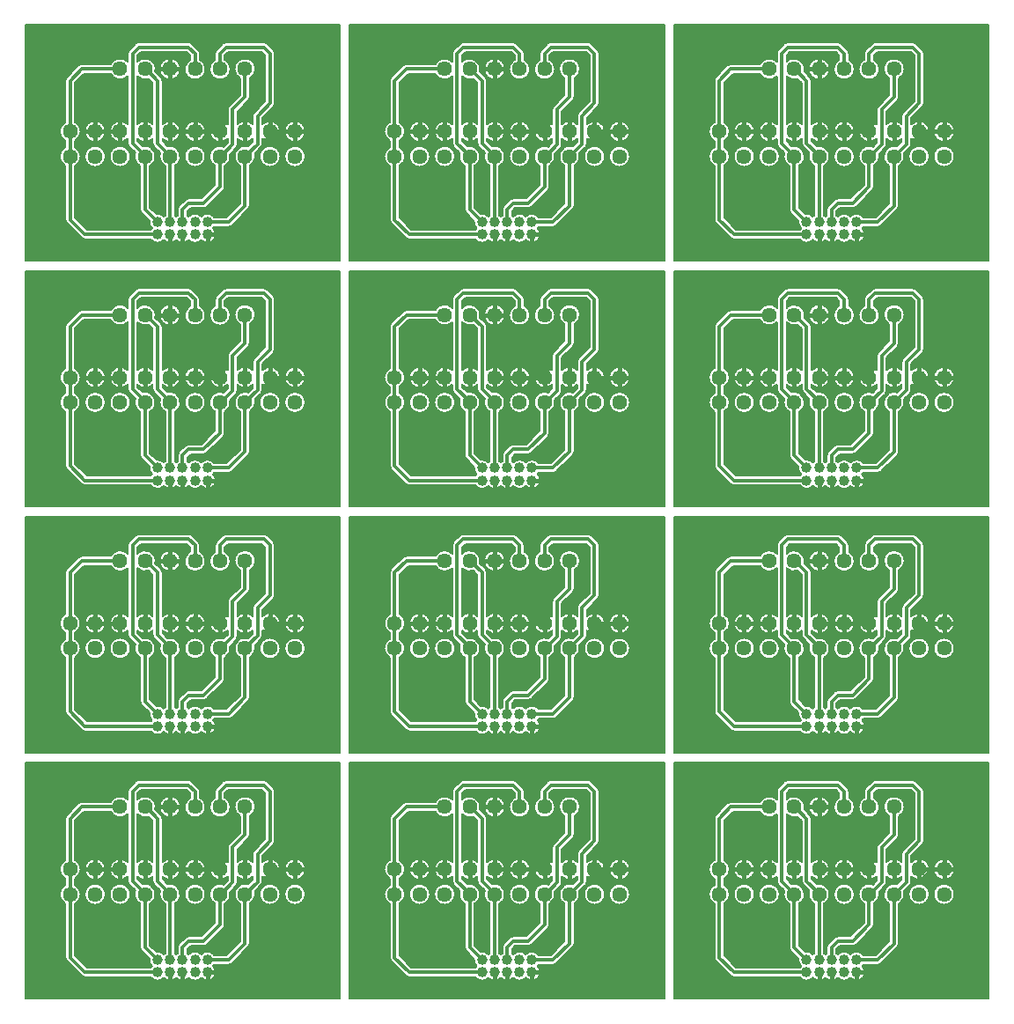
<source format=gbl>
G04 EasyPC Gerber Version 21.0.3 Build 4286 *
%FSLAX35Y35*%
%MOIN*%
%ADD21C,0.00757*%
%ADD27C,0.01419*%
%ADD23C,0.01514*%
%ADD25C,0.03973*%
%ADD26C,0.04541*%
%ADD24C,0.05676*%
X0Y0D02*
D02*
D21*
X70921Y186475D02*
Y97149D01*
X190042*
Y186475*
X70921*
X160743Y148827D02*
G75*
G02X167602Y146095I2885J-2731D01*
G01*
G75*
G02X160743Y143364I-3973*
G01*
Y141365*
G75*
G02X160203Y140061I-1844J0*
G01*
X157961Y137819*
G75*
G02X156013Y133117I-3793J-1184*
G01*
Y118013*
G75*
G02X155473Y116709I-1844J0*
G01*
X149272Y110508*
G75*
G02X147967Y109967I-1304J1304*
G01*
X142497*
G75*
G02X142017Y109447I-2519J1845*
G01*
G75*
G02X143100Y107082I-2038J-2365*
G01*
G75*
G02X137614Y105044I-3122*
G01*
G75*
G02X132884I-2365J2038*
G01*
G75*
G02X128154I-2365J2038*
G01*
G75*
G02X123424I-2365J2038*
G01*
G75*
G02X118540Y105237I-2365J2038*
G01*
X93554*
G75*
G02X92250Y105778I0J1845*
G01*
X86644Y111383*
G75*
G02X86104Y112687I1304J1305*
G01*
Y133117*
G75*
G02Y140154I1845J3519*
G01*
Y142576*
G75*
G02Y149615I1845J3519*
G01*
Y165313*
G75*
G02X86644Y166618I1845J0*
G01*
X91076Y171050*
G75*
G02X92381Y171590I1304J-1304*
G01*
X103350*
G75*
G02X109754Y172477I3519J-1845*
G01*
Y175667*
G75*
G02X110294Y176971I1845J0*
G01*
X112659Y179337*
G75*
G02X113964Y179877I1304J-1304*
G01*
X132883*
G75*
G02X134188Y179337I0J-1844*
G01*
X136553Y176971*
G75*
G02X137093Y175667I-1304J-1304*
G01*
Y173264*
G75*
G02X139222Y169745I-1844J-3519*
G01*
G75*
G02X131276I-3973*
G01*
G75*
G02X133404Y173264I3973*
G01*
Y174903*
X132120Y176187*
X114728*
X113443Y174903*
Y172477*
G75*
G02X120187Y168794I2885J-2731*
G01*
X122363Y166618*
G75*
G02X122904Y165313I-1304J-1305*
G01*
Y148827*
G75*
G02X129762Y146095I2885J-2731*
G01*
G75*
G02X122904Y143364I-3973*
G01*
Y142428*
X124838Y140493*
G75*
G02X127633Y133117I951J-3857*
G01*
Y114331*
G75*
G02X128154Y113850I-1845J-2519*
G01*
G75*
G02X128674Y114331I2365J-2037*
G01*
Y116533*
G75*
G02X129215Y117837I1845J0*
G01*
X131580Y120202*
G75*
G02X132884Y120743I1304J-1304*
G01*
X137734*
X142864Y125872*
Y133117*
G75*
G02X146114Y140352I1844J3519*
G01*
X147594Y141831*
Y143364*
G75*
G02X140735Y146095I-2885J2731*
G01*
G75*
G02X147594Y148827I3973*
G01*
Y154382*
G75*
G02X148135Y155687I1844J0*
G01*
X152324Y159876*
Y166226*
G75*
G02X150196Y169745I1845J3519*
G01*
G75*
G02X158142I3973*
G01*
G75*
G02X156013Y166226I-3973*
G01*
Y159112*
G75*
G02X155473Y157808I-1844J0*
G01*
X151283Y153618*
Y148827*
G75*
G02X157054I2885J-2731*
G01*
Y152008*
G75*
G02X157594Y153312I1845J0*
G01*
X161784Y157502*
Y174903*
X160500Y176187*
X147838*
X146554Y174903*
Y173264*
G75*
G02X148682Y169745I-1845J-3519*
G01*
G75*
G02X140735I-3973*
G01*
G75*
G02X142864Y173264I3973*
G01*
Y175667*
G75*
G02X143404Y176971I1844J0*
G01*
X145769Y179337*
G75*
G02X147074Y179877I1304J-1304*
G01*
X161263*
G75*
G02X162568Y179337I0J-1844*
G01*
X164933Y176971*
G75*
G02X165474Y175667I-1304J-1304*
G01*
Y156738*
G75*
G02X164933Y155433I-1845J0*
G01*
X160743Y151244*
Y148827*
X121815Y169745D02*
G75*
G02X129762I3973D01*
G01*
G75*
G02X121815I-3973*
G01*
X135249Y140609D02*
G75*
G02X139222Y136635J-3973D01*
G01*
G75*
G02X135249Y132662I-3973*
G01*
G75*
G02X131276Y136635J3973*
G01*
G75*
G02X135249Y140609I3973*
G01*
Y150069D02*
G75*
G02X139222Y146095J-3973D01*
G01*
G75*
G02X135249Y142122I-3973*
G01*
G75*
G02X131276Y146095J3973*
G01*
G75*
G02X135249Y150069I3973*
G01*
X163629Y140609D02*
G75*
G02X167602Y136635J-3973D01*
G01*
G75*
G02X163629Y132662I-3973*
G01*
G75*
G02X159656Y136635J3973*
G01*
G75*
G02X163629Y140609I3973*
G01*
X173089D02*
G75*
G02X177062Y136635J-3973D01*
G01*
G75*
G02X173089Y132662I-3973*
G01*
G75*
G02X169115Y136635J3973*
G01*
G75*
G02X173089Y140609I3973*
G01*
Y150069D02*
G75*
G02Y142122J-3973D01*
G01*
G75*
G02X169115Y146095J3973*
G01*
G75*
G02X173089Y150069I3973*
G01*
X158142Y136635D02*
G36*
G75*
G02X156013Y133117I-3973D01*
G01*
Y118013*
G75*
G02X155473Y116709I-1844*
G01*
X149272Y110508*
G75*
G02X147967Y109967I-1304J1304*
G01*
X142497*
G75*
G02X142017Y109447I-2533J1859*
G01*
G75*
G02X143100Y107082I-2039J-2366*
G01*
G75*
G02X137614Y105044I-3122J0*
G01*
G75*
G02X132884I-2365J2037*
G01*
G75*
G02X128154I-2365J2037*
G01*
G75*
G02X123424I-2365J2037*
G01*
G75*
G02X118540Y105237I-2365J2038*
G01*
X93554*
G75*
G02X92250Y105778I0J1844*
G01*
X86644Y111383*
G75*
G02X86104Y112687I1304J1304*
G01*
Y133117*
G75*
G02X83976Y136635I1845J3519*
G01*
X71299*
Y97528*
X189664*
Y136635*
X177062*
G75*
G02X173089Y132662I-3973*
G01*
G75*
G02X169115Y136635J3973*
G01*
X167602*
G75*
G02X163629Y132662I-3973*
G01*
G75*
G02X159656Y136635J3973*
G01*
X158142*
G37*
X140735D02*
G36*
X139222D01*
G75*
G02X135249Y132662I-3973*
G01*
G75*
G02X131276Y136635J3973*
G01*
X129761*
G75*
G02X127633Y133117I-3973*
G01*
Y114331*
G75*
G02X128154Y113850I-1859J-2533*
G01*
G75*
G02X128674Y114331I2379J-2052*
G01*
Y116533*
G75*
G02X129215Y117837I1844*
G01*
X131580Y120202*
G75*
G02X132884Y120743I1304J-1304*
G01*
X137734*
X142864Y125872*
Y133117*
G75*
G02X140735Y136635I1844J3519*
G01*
G37*
X83976D02*
G36*
Y136636D01*
G75*
G02X86104Y140154I3973*
G01*
Y141919*
X71299*
Y136635*
X83976*
G37*
X147594Y141919D02*
G36*
X123413D01*
X124838Y140493*
G75*
G02X129761Y136635I950J-3857*
G01*
X131276*
G75*
G02X135249Y140609I3973*
G01*
G75*
G02X139222Y136635J-3973*
G01*
X140735*
G75*
G02X146114Y140352I3973*
G01*
X147594Y141831*
Y141919*
G37*
X160743D02*
G36*
Y141365D01*
G75*
G02X160203Y140061I-1844*
G01*
X157961Y137819*
G75*
G02X158142Y136635I-3792J-1184*
G01*
X159656*
G75*
G02X163629Y140609I3973*
G01*
G75*
G02X167602Y136635J-3973*
G01*
X169115*
G75*
G02X173089Y140609I3973*
G01*
G75*
G02X177062Y136635J-3973*
G01*
X189664*
Y141919*
X160743*
G37*
X83976Y146095D02*
G36*
X71299D01*
Y141919*
X86104*
Y142576*
G75*
G02X83976Y146095I1845J3519*
G01*
G37*
X140735D02*
G36*
X139222D01*
G75*
G02X135249Y142122I-3973*
G01*
G75*
G02X131276Y146095J3973*
G01*
X129762*
G75*
G02X122904Y143364I-3973*
G01*
Y142428*
X123413Y141919*
X147594*
Y143364*
G75*
G02X140735Y146095I-2885J2731*
G01*
G37*
X167602D02*
G36*
G75*
G02X160743Y143364I-3973D01*
G01*
Y141919*
X189664*
Y146095*
X177062*
G75*
G02X173089Y142122I-3973*
G01*
G75*
G02X169115Y146095J3973*
G01*
X167602*
G37*
X83976D02*
G36*
Y146096D01*
G75*
G02X86104Y149615I3973*
G01*
Y165313*
G75*
G02X86644Y166618I1844*
G01*
X89772Y169745*
X71299*
Y146095*
X83976*
G37*
X140735D02*
G36*
G75*
G02X147594Y148827I3973D01*
G01*
Y154382*
G75*
G02X148135Y155687I1844*
G01*
X152324Y159876*
Y166226*
G75*
G02X150196Y169745I1845J3519*
G01*
X148682*
G75*
G02X140735I-3973*
G01*
X139222*
G75*
G02X131276I-3973*
G01*
X129762*
G75*
G02X121815I-3973*
G01*
X120302*
G75*
G02X120187Y168794I-3973*
G01*
X122363Y166618*
G75*
G02X122904Y165313I-1304J-1304*
G01*
Y148827*
G75*
G02X129762Y146095I2885J-2731*
G01*
X131276*
G75*
G02X135249Y150069I3973*
G01*
G75*
G02X139222Y146095J-3973*
G01*
X140735*
G37*
X161784Y169745D02*
G36*
X158142D01*
G75*
G02X156013Y166226I-3973*
G01*
Y159112*
G75*
G02X155473Y157808I-1844*
G01*
X151283Y153618*
Y148827*
G75*
G02X157054I2885J-2731*
G01*
Y152008*
G75*
G02X157594Y153312I1844*
G01*
X161784Y157502*
Y169745*
G37*
X167602Y146095D02*
G36*
X169115D01*
G75*
G02X173089Y150069I3973*
G01*
G75*
G02X177062Y146095J-3973*
G01*
X189664*
Y169745*
X165474*
Y156738*
G75*
G02X164933Y155433I-1844*
G01*
X160743Y151244*
Y148827*
G75*
G02X167602Y146095I2885J-2731*
G01*
G37*
X165474Y169745D02*
G36*
X189664D01*
Y186097*
X71299*
Y169745*
X89772*
X91076Y171050*
G75*
G02X92381Y171590I1304J-1304*
G01*
X103350*
G75*
G02X109754Y172477I3519J-1845*
G01*
Y175667*
G75*
G02X110294Y176971I1844*
G01*
X112659Y179337*
G75*
G02X113964Y179877I1304J-1304*
G01*
X132883*
G75*
G02X134188Y179337I0J-1844*
G01*
X136553Y176971*
G75*
G02X137093Y175667I-1304J-1304*
G01*
Y173264*
G75*
G02X139222Y169745I-1844J-3519*
G01*
X140735*
G75*
G02X142864Y173264I3973*
G01*
Y175667*
G75*
G02X143404Y176971I1844*
G01*
X145769Y179337*
G75*
G02X147074Y179877I1304J-1304*
G01*
X161263*
G75*
G02X162568Y179337I0J-1844*
G01*
X164933Y176971*
G75*
G02X165474Y175667I-1304J-1304*
G01*
Y169745*
G37*
X131276D02*
G36*
G75*
G02X133404Y173264I3973D01*
G01*
Y174903*
X132120Y176187*
X114728*
X113443Y174903*
Y172477*
G75*
G02X120302Y169745I2885J-2731*
G01*
X121815*
G75*
G02X129762I3973*
G01*
X131276*
G37*
X161784D02*
G36*
Y174903D01*
X160500Y176187*
X147838*
X146554Y174903*
Y173264*
G75*
G02X148682Y169745I-1845J-3519*
G01*
X150196*
G75*
G02X158142I3973*
G01*
X161784*
G37*
X70921Y279585D02*
Y190259D01*
X190042*
Y279585*
X70921*
X160743Y241937D02*
G75*
G02X167602Y239206I2885J-2731D01*
G01*
G75*
G02X160743Y236474I-3973*
G01*
Y234476*
G75*
G02X160203Y233171I-1844J0*
G01*
X157961Y230930*
G75*
G02X156013Y226227I-3793J-1184*
G01*
Y211124*
G75*
G02X155473Y209819I-1844J0*
G01*
X149272Y203618*
G75*
G02X147967Y203078I-1304J1304*
G01*
X142497*
G75*
G02X142017Y202557I-2519J1845*
G01*
G75*
G02X143100Y200193I-2038J-2365*
G01*
G75*
G02X137614Y198155I-3122*
G01*
G75*
G02X132884I-2365J2038*
G01*
G75*
G02X128154I-2365J2038*
G01*
G75*
G02X123424I-2365J2038*
G01*
G75*
G02X118540Y198348I-2365J2038*
G01*
X93554*
G75*
G02X92250Y198888I0J1845*
G01*
X86644Y204493*
G75*
G02X86104Y205798I1304J1305*
G01*
Y226227*
G75*
G02Y233265I1845J3519*
G01*
Y235687*
G75*
G02Y242725I1845J3519*
G01*
Y258424*
G75*
G02X86644Y259728I1845J0*
G01*
X91076Y264160*
G75*
G02X92381Y264700I1304J-1304*
G01*
X103350*
G75*
G02X109754Y265587I3519J-1845*
G01*
Y268778*
G75*
G02X110294Y270081I1845J0*
G01*
X112659Y272447*
G75*
G02X113964Y272987I1304J-1304*
G01*
X132883*
G75*
G02X134188Y272447I0J-1844*
G01*
X136553Y270081*
G75*
G02X137093Y268778I-1304J-1304*
G01*
Y266374*
G75*
G02X139222Y262856I-1844J-3519*
G01*
G75*
G02X131276I-3973*
G01*
G75*
G02X133404Y266374I3973*
G01*
Y268013*
X132120Y269298*
X114728*
X113443Y268013*
Y265587*
G75*
G02X120187Y261905I2885J-2731*
G01*
X122363Y259728*
G75*
G02X122904Y258424I-1304J-1305*
G01*
Y241937*
G75*
G02X129762Y239206I2885J-2731*
G01*
G75*
G02X122904Y236474I-3973*
G01*
Y235538*
X124838Y233603*
G75*
G02X127633Y226227I951J-3857*
G01*
Y207441*
G75*
G02X128154Y206960I-1845J-2519*
G01*
G75*
G02X128674Y207441I2365J-2037*
G01*
Y209643*
G75*
G02X129215Y210947I1845J0*
G01*
X131580Y213312*
G75*
G02X132884Y213853I1304J-1304*
G01*
X137734*
X142864Y218983*
Y226227*
G75*
G02X146114Y233462I1844J3519*
G01*
X147594Y234942*
Y236474*
G75*
G02X140735Y239206I-2885J2731*
G01*
G75*
G02X147594Y241937I3973*
G01*
Y247493*
G75*
G02X148135Y248797I1844J0*
G01*
X152324Y252987*
Y259337*
G75*
G02X150196Y262856I1845J3519*
G01*
G75*
G02X158142I3973*
G01*
G75*
G02X156013Y259337I-3973*
G01*
Y252222*
G75*
G02X155473Y250918I-1844J0*
G01*
X151283Y246728*
Y241937*
G75*
G02X157054I2885J-2731*
G01*
Y245118*
G75*
G02X157594Y246422I1845J0*
G01*
X161784Y250612*
Y268013*
X160500Y269298*
X147838*
X146554Y268013*
Y266374*
G75*
G02X148682Y262856I-1845J-3519*
G01*
G75*
G02X140735I-3973*
G01*
G75*
G02X142864Y266374I3973*
G01*
Y268778*
G75*
G02X143404Y270081I1844J0*
G01*
X145769Y272447*
G75*
G02X147074Y272987I1304J-1304*
G01*
X161263*
G75*
G02X162568Y272447I0J-1844*
G01*
X164933Y270081*
G75*
G02X165474Y268778I-1304J-1304*
G01*
Y249848*
G75*
G02X164933Y248544I-1845J0*
G01*
X160743Y244354*
Y241937*
X121815Y262856D02*
G75*
G02X129762I3973D01*
G01*
G75*
G02X121815I-3973*
G01*
X135249Y233719D02*
G75*
G02X139222Y229746J-3973D01*
G01*
G75*
G02X135249Y225772I-3973*
G01*
G75*
G02X131276Y229746J3973*
G01*
G75*
G02X135249Y233719I3973*
G01*
Y243179D02*
G75*
G02X139222Y239206J-3973D01*
G01*
G75*
G02X135249Y235232I-3973*
G01*
G75*
G02X131276Y239206J3973*
G01*
G75*
G02X135249Y243179I3973*
G01*
X163629Y233719D02*
G75*
G02X167602Y229746J-3973D01*
G01*
G75*
G02X163629Y225772I-3973*
G01*
G75*
G02X159656Y229746J3973*
G01*
G75*
G02X163629Y233719I3973*
G01*
X173089D02*
G75*
G02X177062Y229746J-3973D01*
G01*
G75*
G02X173089Y225772I-3973*
G01*
G75*
G02X169115Y229746J3973*
G01*
G75*
G02X173089Y233719I3973*
G01*
Y243179D02*
G75*
G02X177062Y239206J-3973D01*
G01*
G75*
G02X173089Y235232I-3973*
G01*
G75*
G02X169115Y239206J3973*
G01*
G75*
G02X173089Y243179I3973*
G01*
X158142Y229746D02*
G36*
G75*
G02X156013Y226227I-3973D01*
G01*
Y211124*
G75*
G02X155473Y209819I-1844*
G01*
X149272Y203618*
G75*
G02X147967Y203078I-1304J1304*
G01*
X142497*
G75*
G02X142017Y202557I-2533J1859*
G01*
G75*
G02X143100Y200193I-2039J-2366*
G01*
G75*
G02X137614Y198155I-3122J0*
G01*
G75*
G02X132884I-2365J2037*
G01*
G75*
G02X128154I-2365J2037*
G01*
G75*
G02X123424I-2365J2037*
G01*
G75*
G02X118540Y198348I-2365J2038*
G01*
X93554*
G75*
G02X92250Y198888I0J1844*
G01*
X86644Y204493*
G75*
G02X86104Y205798I1304J1304*
G01*
Y226227*
G75*
G02X83976Y229746I1845J3519*
G01*
X71299*
Y190638*
X189664*
Y229746*
X177062*
G75*
G02X173089Y225772I-3973*
G01*
G75*
G02X169115Y229746J3973*
G01*
X167602*
G75*
G02X163629Y225772I-3973*
G01*
G75*
G02X159656Y229746J3973*
G01*
X158142*
G37*
X140735D02*
G36*
X139222D01*
G75*
G02X135249Y225772I-3973*
G01*
G75*
G02X131276Y229746J3973*
G01*
X129761*
G75*
G02X127633Y226227I-3973*
G01*
Y207441*
G75*
G02X128154Y206960I-1859J-2533*
G01*
G75*
G02X128674Y207441I2379J-2052*
G01*
Y209643*
G75*
G02X129215Y210947I1844*
G01*
X131580Y213312*
G75*
G02X132884Y213853I1304J-1304*
G01*
X137734*
X142864Y218983*
Y226227*
G75*
G02X140735Y229746I1844J3519*
G01*
G37*
X83976D02*
G36*
Y229746D01*
G75*
G02X86104Y233265I3973*
G01*
Y235029*
X71299*
Y229746*
X83976*
G37*
X147594Y235029D02*
G36*
X123413D01*
X124838Y233603*
G75*
G02X129761Y229746I950J-3857*
G01*
X131276*
G75*
G02X135249Y233719I3973*
G01*
G75*
G02X139222Y229746J-3973*
G01*
X140735*
G75*
G02X146114Y233462I3973*
G01*
X147594Y234942*
Y235029*
G37*
X160743D02*
G36*
Y234476D01*
G75*
G02X160203Y233171I-1844*
G01*
X157961Y230930*
G75*
G02X158142Y229746I-3792J-1184*
G01*
X159656*
G75*
G02X163629Y233719I3973*
G01*
G75*
G02X167602Y229746J-3973*
G01*
X169115*
G75*
G02X173089Y233719I3973*
G01*
G75*
G02X177062Y229746J-3973*
G01*
X189664*
Y235029*
X160743*
G37*
X83976Y239206D02*
G36*
X71299D01*
Y235029*
X86104*
Y235687*
G75*
G02X83976Y239206I1845J3519*
G01*
G37*
X140735D02*
G36*
X139222D01*
G75*
G02X135249Y235232I-3973*
G01*
G75*
G02X131276Y239206J3973*
G01*
X129762*
G75*
G02X122904Y236474I-3973*
G01*
Y235538*
X123413Y235029*
X147594*
Y236474*
G75*
G02X140735Y239206I-2885J2731*
G01*
G37*
X167602D02*
G36*
G75*
G02X160743Y236474I-3973D01*
G01*
Y235029*
X189664*
Y239206*
X177062*
G75*
G02X173089Y235232I-3973*
G01*
G75*
G02X169115Y239206J3973*
G01*
X167602*
G37*
X83976D02*
G36*
Y239206D01*
G75*
G02X86104Y242725I3973*
G01*
Y258424*
G75*
G02X86644Y259728I1844*
G01*
X89772Y262856*
X71299*
Y239206*
X83976*
G37*
X140735D02*
G36*
G75*
G02X147594Y241937I3973D01*
G01*
Y247493*
G75*
G02X148135Y248797I1844*
G01*
X152324Y252987*
Y259337*
G75*
G02X150196Y262856I1845J3519*
G01*
X148682*
G75*
G02X140735I-3973*
G01*
X139222*
G75*
G02X131276I-3973*
G01*
X129762*
G75*
G02X121815I-3973*
G01*
X120302*
G75*
G02X120187Y261905I-3973*
G01*
X122363Y259728*
G75*
G02X122904Y258424I-1304J-1304*
G01*
Y241937*
G75*
G02X129762Y239206I2885J-2731*
G01*
X131276*
G75*
G02X135249Y243179I3973*
G01*
G75*
G02X139222Y239206J-3973*
G01*
X140735*
G37*
X161784Y262856D02*
G36*
X158142D01*
G75*
G02X156013Y259337I-3973*
G01*
Y252222*
G75*
G02X155473Y250918I-1844*
G01*
X151283Y246728*
Y241937*
G75*
G02X157054I2885J-2731*
G01*
Y245118*
G75*
G02X157594Y246422I1844*
G01*
X161784Y250612*
Y262856*
G37*
X167602Y239206D02*
G36*
X169115D01*
G75*
G02X173089Y243179I3973*
G01*
G75*
G02X177062Y239206J-3973*
G01*
X189664*
Y262856*
X165474*
Y249848*
G75*
G02X164933Y248544I-1844*
G01*
X160743Y244354*
Y241937*
G75*
G02X167602Y239206I2885J-2731*
G01*
G37*
X165474Y262856D02*
G36*
X189664D01*
Y279207*
X71299*
Y262856*
X89772*
X91076Y264160*
G75*
G02X92381Y264700I1304J-1304*
G01*
X103350*
G75*
G02X109754Y265587I3519J-1845*
G01*
Y268778*
G75*
G02X110294Y270081I1844*
G01*
X112659Y272447*
G75*
G02X113964Y272987I1304J-1304*
G01*
X132883*
G75*
G02X134188Y272447I0J-1844*
G01*
X136553Y270081*
G75*
G02X137093Y268778I-1304J-1304*
G01*
Y266374*
G75*
G02X139222Y262856I-1844J-3519*
G01*
X140735*
G75*
G02X142864Y266374I3973*
G01*
Y268778*
G75*
G02X143404Y270081I1844*
G01*
X145769Y272447*
G75*
G02X147074Y272987I1304J-1304*
G01*
X161263*
G75*
G02X162568Y272447I0J-1844*
G01*
X164933Y270081*
G75*
G02X165474Y268778I-1304J-1304*
G01*
Y262856*
G37*
X131276D02*
G36*
G75*
G02X133404Y266374I3973D01*
G01*
Y268013*
X132120Y269298*
X114728*
X113443Y268013*
Y265587*
G75*
G02X120302Y262856I2885J-2731*
G01*
X121815*
G75*
G02X129762I3973*
G01*
X131276*
G37*
X161784D02*
G36*
Y268013D01*
X160500Y269298*
X147838*
X146554Y268013*
Y266374*
G75*
G02X148682Y262856I-1845J-3519*
G01*
X150196*
G75*
G02X158142I3973*
G01*
X161784*
G37*
X70921Y372696D02*
Y283370D01*
X190042*
Y372696*
X70921*
X160743Y335047D02*
G75*
G02X167602Y332316I2885J-2731D01*
G01*
G75*
G02X160743Y329584I-3973*
G01*
Y327586*
G75*
G02X160203Y326281I-1844J0*
G01*
X157961Y324040*
G75*
G02X156013Y319337I-3793J-1184*
G01*
Y304234*
G75*
G02X155473Y302930I-1844J0*
G01*
X149272Y296728*
G75*
G02X147967Y296188I-1304J1304*
G01*
X142497*
G75*
G02X142017Y295668I-2519J1845*
G01*
G75*
G02X143100Y293303I-2038J-2365*
G01*
G75*
G02X137614Y291265I-3122*
G01*
G75*
G02X132884I-2365J2038*
G01*
G75*
G02X128154I-2365J2038*
G01*
G75*
G02X123424I-2365J2038*
G01*
G75*
G02X118540Y291458I-2365J2038*
G01*
X93554*
G75*
G02X92250Y291998I0J1845*
G01*
X86644Y297604*
G75*
G02X86104Y298908I1304J1305*
G01*
Y319337*
G75*
G02Y326375I1845J3519*
G01*
Y328797*
G75*
G02Y335835I1845J3519*
G01*
Y351534*
G75*
G02X86644Y352838I1845J0*
G01*
X91076Y357270*
G75*
G02X92381Y357811I1304J-1304*
G01*
X103350*
G75*
G02X109754Y358697I3519J-1845*
G01*
Y361888*
G75*
G02X110294Y363192I1845J0*
G01*
X112659Y365557*
G75*
G02X113964Y366097I1304J-1304*
G01*
X132883*
G75*
G02X134188Y365557I0J-1844*
G01*
X136553Y363192*
G75*
G02X137093Y361888I-1304J-1304*
G01*
Y359485*
G75*
G02X139222Y355966I-1844J-3519*
G01*
G75*
G02X131276I-3973*
G01*
G75*
G02X133404Y359485I3973*
G01*
Y361123*
X132120Y362408*
X114728*
X113443Y361123*
Y358697*
G75*
G02X120187Y355015I2885J-2731*
G01*
X122363Y352838*
G75*
G02X122904Y351534I-1304J-1305*
G01*
Y335047*
G75*
G02X129762Y332316I2885J-2731*
G01*
G75*
G02X122904Y329584I-3973*
G01*
Y328648*
X124838Y326713*
G75*
G02X127633Y319337I951J-3857*
G01*
Y300551*
G75*
G02X128154Y300070I-1845J-2519*
G01*
G75*
G02X128674Y300551I2365J-2037*
G01*
Y302753*
G75*
G02X129215Y304057I1845J0*
G01*
X131580Y306422*
G75*
G02X132884Y306963I1304J-1304*
G01*
X137734*
X142864Y312093*
Y319337*
G75*
G02X146114Y326572I1844J3519*
G01*
X147594Y328052*
Y329584*
G75*
G02X140735Y332316I-2885J2731*
G01*
G75*
G02X147594Y335047I3973*
G01*
Y340603*
G75*
G02X148135Y341907I1844J0*
G01*
X152324Y346097*
Y352447*
G75*
G02X150196Y355966I1845J3519*
G01*
G75*
G02X158142I3973*
G01*
G75*
G02X156013Y352447I-3973*
G01*
Y345333*
G75*
G02X155473Y344028I-1844J0*
G01*
X151283Y339838*
Y335047*
G75*
G02X157054I2885J-2731*
G01*
Y338228*
G75*
G02X157594Y339533I1845J0*
G01*
X161784Y343722*
Y361123*
X160500Y362408*
X147838*
X146554Y361123*
Y359485*
G75*
G02X148682Y355966I-1845J-3519*
G01*
G75*
G02X140735I-3973*
G01*
G75*
G02X142864Y359485I3973*
G01*
Y361888*
G75*
G02X143404Y363192I1844J0*
G01*
X145769Y365557*
G75*
G02X147074Y366097I1304J-1304*
G01*
X161263*
G75*
G02X162568Y365557I0J-1844*
G01*
X164933Y363192*
G75*
G02X165474Y361888I-1304J-1304*
G01*
Y342958*
G75*
G02X164933Y341654I-1845J0*
G01*
X160743Y337464*
Y335047*
X121815Y355966D02*
G75*
G02X129762I3973D01*
G01*
G75*
G02X121815I-3973*
G01*
X135249Y326829D02*
G75*
G02X139222Y322856J-3973D01*
G01*
G75*
G02X135249Y318883I-3973*
G01*
G75*
G02X131276Y322856J3973*
G01*
G75*
G02X135249Y326829I3973*
G01*
Y336289D02*
G75*
G02X139222Y332316J-3973D01*
G01*
G75*
G02X135249Y328343I-3973*
G01*
G75*
G02X131276Y332316J3973*
G01*
G75*
G02X135249Y336289I3973*
G01*
X163629Y326829D02*
G75*
G02X167602Y322856J-3973D01*
G01*
G75*
G02X163629Y318883I-3973*
G01*
G75*
G02X159656Y322856J3973*
G01*
G75*
G02X163629Y326829I3973*
G01*
X173089D02*
G75*
G02X177062Y322856J-3973D01*
G01*
G75*
G02X173089Y318883I-3973*
G01*
G75*
G02X169115Y322856J3973*
G01*
G75*
G02X173089Y326829I3973*
G01*
Y336289D02*
G75*
G02X177062Y332316J-3973D01*
G01*
G75*
G02X173089Y328343I-3973*
G01*
G75*
G02X169115Y332316J3973*
G01*
G75*
G02X173089Y336289I3973*
G01*
X158142Y322856D02*
G36*
G75*
G02X156013Y319337I-3973D01*
G01*
Y304234*
G75*
G02X155473Y302930I-1844*
G01*
X149272Y296728*
G75*
G02X147967Y296188I-1304J1304*
G01*
X142497*
G75*
G02X142017Y295668I-2533J1859*
G01*
G75*
G02X143100Y293303I-2039J-2366*
G01*
G75*
G02X137614Y291265I-3122J0*
G01*
G75*
G02X132884I-2365J2037*
G01*
G75*
G02X128154I-2365J2037*
G01*
G75*
G02X123424I-2365J2037*
G01*
G75*
G02X118540Y291458I-2365J2038*
G01*
X93554*
G75*
G02X92250Y291998I0J1844*
G01*
X86644Y297604*
G75*
G02X86104Y298908I1304J1304*
G01*
Y319337*
G75*
G02X83976Y322856I1845J3519*
G01*
X71299*
Y283748*
X189664*
Y322856*
X177062*
G75*
G02X173089Y318883I-3973*
G01*
G75*
G02X169115Y322856J3973*
G01*
X167602*
G75*
G02X163629Y318883I-3973*
G01*
G75*
G02X159656Y322856J3973*
G01*
X158142*
G37*
X140735D02*
G36*
X139222D01*
G75*
G02X135249Y318883I-3973*
G01*
G75*
G02X131276Y322856J3973*
G01*
X129761*
G75*
G02X127633Y319337I-3973*
G01*
Y300551*
G75*
G02X128154Y300070I-1859J-2533*
G01*
G75*
G02X128674Y300551I2379J-2052*
G01*
Y302753*
G75*
G02X129215Y304057I1844*
G01*
X131580Y306422*
G75*
G02X132884Y306963I1304J-1304*
G01*
X137734*
X142864Y312093*
Y319337*
G75*
G02X140735Y322856I1844J3519*
G01*
G37*
X83976D02*
G36*
Y322856D01*
G75*
G02X86104Y326375I3973*
G01*
Y328139*
X71299*
Y322856*
X83976*
G37*
X147594Y328139D02*
G36*
X123413D01*
X124838Y326713*
G75*
G02X129761Y322856I950J-3857*
G01*
X131276*
G75*
G02X135249Y326829I3973*
G01*
G75*
G02X139222Y322856J-3973*
G01*
X140735*
G75*
G02X146114Y326572I3973*
G01*
X147594Y328052*
Y328139*
G37*
X160743D02*
G36*
Y327586D01*
G75*
G02X160203Y326281I-1844*
G01*
X157961Y324040*
G75*
G02X158142Y322856I-3792J-1184*
G01*
X159656*
G75*
G02X163629Y326829I3973*
G01*
G75*
G02X167602Y322856J-3973*
G01*
X169115*
G75*
G02X173089Y326829I3973*
G01*
G75*
G02X177062Y322856J-3973*
G01*
X189664*
Y328139*
X160743*
G37*
X83976Y332316D02*
G36*
X71299D01*
Y328139*
X86104*
Y328797*
G75*
G02X83976Y332316I1845J3519*
G01*
G37*
X140735D02*
G36*
X139222D01*
G75*
G02X135249Y328343I-3973*
G01*
G75*
G02X131276Y332316J3973*
G01*
X129762*
G75*
G02X122904Y329584I-3973*
G01*
Y328648*
X123413Y328139*
X147594*
Y329584*
G75*
G02X140735Y332316I-2885J2731*
G01*
G37*
X167602D02*
G36*
G75*
G02X160743Y329584I-3973D01*
G01*
Y328139*
X189664*
Y332316*
X177062*
G75*
G02X173089Y328343I-3973*
G01*
G75*
G02X169115Y332316J3973*
G01*
X167602*
G37*
X83976D02*
G36*
Y332316D01*
G75*
G02X86104Y335835I3973*
G01*
Y351534*
G75*
G02X86644Y352838I1844*
G01*
X89772Y355966*
X71299*
Y332316*
X83976*
G37*
X140735D02*
G36*
G75*
G02X147594Y335047I3973D01*
G01*
Y340603*
G75*
G02X148135Y341907I1844*
G01*
X152324Y346097*
Y352447*
G75*
G02X150196Y355966I1845J3519*
G01*
X148682*
G75*
G02X140735I-3973*
G01*
X139222*
G75*
G02X131276I-3973*
G01*
X129762*
G75*
G02X121815I-3973*
G01*
X120302*
G75*
G02X120187Y355015I-3973*
G01*
X122363Y352838*
G75*
G02X122904Y351534I-1304J-1304*
G01*
Y335047*
G75*
G02X129762Y332316I2885J-2731*
G01*
X131276*
G75*
G02X135249Y336289I3973*
G01*
G75*
G02X139222Y332316J-3973*
G01*
X140735*
G37*
X161784Y355966D02*
G36*
X158142D01*
G75*
G02X156013Y352447I-3973*
G01*
Y345333*
G75*
G02X155473Y344028I-1844*
G01*
X151283Y339838*
Y335047*
G75*
G02X157054I2885J-2731*
G01*
Y338228*
G75*
G02X157594Y339533I1844*
G01*
X161784Y343722*
Y355966*
G37*
X167602Y332316D02*
G36*
X169115D01*
G75*
G02X173089Y336289I3973*
G01*
G75*
G02X177062Y332316J-3973*
G01*
X189664*
Y355966*
X165474*
Y342958*
G75*
G02X164933Y341654I-1844*
G01*
X160743Y337464*
Y335047*
G75*
G02X167602Y332316I2885J-2731*
G01*
G37*
X165474Y355966D02*
G36*
X189664D01*
Y372317*
X71299*
Y355966*
X89772*
X91076Y357270*
G75*
G02X92381Y357811I1304J-1304*
G01*
X103350*
G75*
G02X109754Y358697I3519J-1845*
G01*
Y361888*
G75*
G02X110294Y363192I1844*
G01*
X112659Y365557*
G75*
G02X113964Y366097I1304J-1304*
G01*
X132883*
G75*
G02X134188Y365557I0J-1844*
G01*
X136553Y363192*
G75*
G02X137093Y361888I-1304J-1304*
G01*
Y359485*
G75*
G02X139222Y355966I-1844J-3519*
G01*
X140735*
G75*
G02X142864Y359485I3973*
G01*
Y361888*
G75*
G02X143404Y363192I1844*
G01*
X145769Y365557*
G75*
G02X147074Y366097I1304J-1304*
G01*
X161263*
G75*
G02X162568Y365557I0J-1844*
G01*
X164933Y363192*
G75*
G02X165474Y361888I-1304J-1304*
G01*
Y355966*
G37*
X131276D02*
G36*
G75*
G02X133404Y359485I3973D01*
G01*
Y361123*
X132120Y362408*
X114728*
X113443Y361123*
Y358697*
G75*
G02X120302Y355966I2885J-2731*
G01*
X121815*
G75*
G02X129762I3973*
G01*
X131276*
G37*
X161784D02*
G36*
Y361123D01*
X160500Y362408*
X147838*
X146554Y361123*
Y359485*
G75*
G02X148682Y355966I-1845J-3519*
G01*
X150196*
G75*
G02X158142I3973*
G01*
X161784*
G37*
X70921Y465806D02*
Y376480D01*
X190042*
Y465806*
X70921*
X160743Y428157D02*
G75*
G02X167602Y425426I2885J-2731D01*
G01*
G75*
G02X160743Y422694I-3973*
G01*
Y420696*
G75*
G02X160203Y419392I-1844J0*
G01*
X157961Y417150*
G75*
G02X156013Y412447I-3793J-1184*
G01*
Y397344*
G75*
G02X155473Y396040I-1844J0*
G01*
X149272Y389839*
G75*
G02X147967Y389298I-1304J1304*
G01*
X142497*
G75*
G02X142017Y388778I-2519J1845*
G01*
G75*
G02X143100Y386413I-2038J-2365*
G01*
G75*
G02X137614Y384375I-3122*
G01*
G75*
G02X132884I-2365J2038*
G01*
G75*
G02X128154I-2365J2038*
G01*
G75*
G02X123424I-2365J2038*
G01*
G75*
G02X118540Y384568I-2365J2038*
G01*
X93554*
G75*
G02X92250Y385109I0J1845*
G01*
X86644Y390714*
G75*
G02X86104Y392018I1304J1305*
G01*
Y412447*
G75*
G02Y419485I1845J3519*
G01*
Y421907*
G75*
G02Y428945I1845J3519*
G01*
Y444644*
G75*
G02X86644Y445948I1845J0*
G01*
X91076Y450380*
G75*
G02X92381Y450921I1304J-1304*
G01*
X103350*
G75*
G02X109754Y451807I3519J-1845*
G01*
Y454998*
G75*
G02X110294Y456302I1845J0*
G01*
X112659Y458667*
G75*
G02X113964Y459207I1304J-1304*
G01*
X132883*
G75*
G02X134188Y458667I0J-1844*
G01*
X136553Y456302*
G75*
G02X137093Y454998I-1304J-1304*
G01*
Y452595*
G75*
G02X139222Y449076I-1844J-3519*
G01*
G75*
G02X131276I-3973*
G01*
G75*
G02X133404Y452595I3973*
G01*
Y454233*
X132120Y455518*
X114728*
X113443Y454233*
Y451807*
G75*
G02X120187Y448125I2885J-2731*
G01*
X122363Y445948*
G75*
G02X122904Y444644I-1304J-1305*
G01*
Y428157*
G75*
G02X129762Y425426I2885J-2731*
G01*
G75*
G02X122904Y422694I-3973*
G01*
Y421758*
X124838Y419824*
G75*
G02X127633Y412447I951J-3857*
G01*
Y393661*
G75*
G02X128154Y393180I-1845J-2519*
G01*
G75*
G02X128674Y393661I2365J-2037*
G01*
Y395863*
G75*
G02X129215Y397168I1845J0*
G01*
X131580Y399533*
G75*
G02X132884Y400073I1304J-1304*
G01*
X137734*
X142864Y405203*
Y412447*
G75*
G02X146114Y419682I1844J3519*
G01*
X147594Y421162*
Y422694*
G75*
G02X140735Y425426I-2885J2731*
G01*
G75*
G02X147594Y428157I3973*
G01*
Y433713*
G75*
G02X148135Y435017I1844J0*
G01*
X152324Y439207*
Y445557*
G75*
G02X150196Y449076I1845J3519*
G01*
G75*
G02X158142I3973*
G01*
G75*
G02X156013Y445557I-3973*
G01*
Y438443*
G75*
G02X155473Y437139I-1844J0*
G01*
X151283Y432948*
Y428157*
G75*
G02X157054I2885J-2731*
G01*
Y431339*
G75*
G02X157594Y432643I1845J0*
G01*
X161784Y436833*
Y454233*
X160500Y455518*
X147838*
X146554Y454233*
Y452595*
G75*
G02X148682Y449076I-1845J-3519*
G01*
G75*
G02X140735I-3973*
G01*
G75*
G02X142864Y452595I3973*
G01*
Y454998*
G75*
G02X143404Y456302I1844J0*
G01*
X145769Y458667*
G75*
G02X147074Y459207I1304J-1304*
G01*
X161263*
G75*
G02X162568Y458667I0J-1844*
G01*
X164933Y456302*
G75*
G02X165474Y454998I-1304J-1304*
G01*
Y436069*
G75*
G02X164933Y434764I-1845J0*
G01*
X160743Y430574*
Y428157*
X121815Y449076D02*
G75*
G02X129762I3973D01*
G01*
G75*
G02X121815I-3973*
G01*
X135249Y419939D02*
G75*
G02X139222Y415966J-3973D01*
G01*
G75*
G02X135249Y411993I-3973*
G01*
G75*
G02X131276Y415966J3973*
G01*
G75*
G02X135249Y419939I3973*
G01*
Y429399D02*
G75*
G02X139222Y425426J-3973D01*
G01*
G75*
G02X135249Y421453I-3973*
G01*
G75*
G02X131276Y425426J3973*
G01*
G75*
G02X135249Y429399I3973*
G01*
X163629Y419939D02*
G75*
G02X167602Y415966J-3973D01*
G01*
G75*
G02X163629Y411993I-3973*
G01*
G75*
G02X159656Y415966J3973*
G01*
G75*
G02X163629Y419939I3973*
G01*
X173089D02*
G75*
G02X177062Y415966J-3973D01*
G01*
G75*
G02X173089Y411993I-3973*
G01*
G75*
G02X169115Y415966J3973*
G01*
G75*
G02X173089Y419939I3973*
G01*
Y429399D02*
G75*
G02X177062Y425426J-3973D01*
G01*
G75*
G02X173089Y421453I-3973*
G01*
G75*
G02X169115Y425426J3973*
G01*
G75*
G02X173089Y429399I3973*
G01*
X158142Y415966D02*
G36*
G75*
G02X156013Y412447I-3973D01*
G01*
Y397344*
G75*
G02X155473Y396040I-1844*
G01*
X149272Y389839*
G75*
G02X147967Y389298I-1304J1304*
G01*
X142497*
G75*
G02X142017Y388778I-2533J1859*
G01*
G75*
G02X143100Y386413I-2039J-2366*
G01*
G75*
G02X137614Y384375I-3122J0*
G01*
G75*
G02X132884I-2365J2037*
G01*
G75*
G02X128154I-2365J2037*
G01*
G75*
G02X123424I-2365J2037*
G01*
G75*
G02X118540Y384568I-2365J2038*
G01*
X93554*
G75*
G02X92250Y385109I0J1844*
G01*
X86644Y390714*
G75*
G02X86104Y392018I1304J1304*
G01*
Y412447*
G75*
G02X83976Y415966I1845J3519*
G01*
X71299*
Y376858*
X189664*
Y415966*
X177062*
G75*
G02X173089Y411993I-3973*
G01*
G75*
G02X169115Y415966J3973*
G01*
X167602*
G75*
G02X163629Y411993I-3973*
G01*
G75*
G02X159656Y415966J3973*
G01*
X158142*
G37*
X140735D02*
G36*
X139222D01*
G75*
G02X135249Y411993I-3973*
G01*
G75*
G02X131276Y415966J3973*
G01*
X129761*
G75*
G02X127633Y412447I-3973*
G01*
Y393661*
G75*
G02X128154Y393180I-1859J-2533*
G01*
G75*
G02X128674Y393661I2379J-2052*
G01*
Y395863*
G75*
G02X129215Y397168I1844*
G01*
X131580Y399533*
G75*
G02X132884Y400073I1304J-1304*
G01*
X137734*
X142864Y405203*
Y412447*
G75*
G02X140735Y415966I1844J3519*
G01*
G37*
X83976D02*
G36*
Y415967D01*
G75*
G02X86104Y419485I3973*
G01*
Y421249*
X71299*
Y415966*
X83976*
G37*
X147594Y421249D02*
G36*
X123413D01*
X124838Y419824*
G75*
G02X129761Y415966I950J-3857*
G01*
X131276*
G75*
G02X135249Y419939I3973*
G01*
G75*
G02X139222Y415966J-3973*
G01*
X140735*
G75*
G02X146114Y419682I3973*
G01*
X147594Y421162*
Y421249*
G37*
X160743D02*
G36*
Y420696D01*
G75*
G02X160203Y419392I-1844*
G01*
X157961Y417150*
G75*
G02X158142Y415966I-3792J-1184*
G01*
X159656*
G75*
G02X163629Y419939I3973*
G01*
G75*
G02X167602Y415966J-3973*
G01*
X169115*
G75*
G02X173089Y419939I3973*
G01*
G75*
G02X177062Y415966J-3973*
G01*
X189664*
Y421249*
X160743*
G37*
X83976Y425426D02*
G36*
X71299D01*
Y421249*
X86104*
Y421907*
G75*
G02X83976Y425426I1845J3519*
G01*
G37*
X140735D02*
G36*
X139222D01*
G75*
G02X135249Y421453I-3973*
G01*
G75*
G02X131276Y425426J3973*
G01*
X129762*
G75*
G02X122904Y422694I-3973*
G01*
Y421758*
X123413Y421249*
X147594*
Y422694*
G75*
G02X140735Y425426I-2885J2731*
G01*
G37*
X167602D02*
G36*
G75*
G02X160743Y422694I-3973D01*
G01*
Y421249*
X189664*
Y425426*
X177062*
G75*
G02X173089Y421453I-3973*
G01*
G75*
G02X169115Y425426J3973*
G01*
X167602*
G37*
X83976D02*
G36*
Y425426D01*
G75*
G02X86104Y428945I3973*
G01*
Y444644*
G75*
G02X86644Y445948I1844*
G01*
X89772Y449076*
X71299*
Y425426*
X83976*
G37*
X140735D02*
G36*
G75*
G02X147594Y428157I3973D01*
G01*
Y433713*
G75*
G02X148135Y435017I1844*
G01*
X152324Y439207*
Y445557*
G75*
G02X150196Y449076I1845J3519*
G01*
X148682*
G75*
G02X140735I-3973*
G01*
X139222*
G75*
G02X131276I-3973*
G01*
X129762*
G75*
G02X121815I-3973*
G01*
X120302*
G75*
G02X120187Y448125I-3973*
G01*
X122363Y445948*
G75*
G02X122904Y444644I-1304J-1304*
G01*
Y428157*
G75*
G02X129762Y425426I2885J-2731*
G01*
X131276*
G75*
G02X135249Y429399I3973*
G01*
G75*
G02X139222Y425426J-3973*
G01*
X140735*
G37*
X161784Y449076D02*
G36*
X158142D01*
G75*
G02X156013Y445557I-3973*
G01*
Y438443*
G75*
G02X155473Y437139I-1844*
G01*
X151283Y432948*
Y428157*
G75*
G02X157054I2885J-2731*
G01*
Y431339*
G75*
G02X157594Y432643I1844*
G01*
X161784Y436833*
Y449076*
G37*
X167602Y425426D02*
G36*
X169115D01*
G75*
G02X173089Y429399I3973*
G01*
G75*
G02X177062Y425426J-3973*
G01*
X189664*
Y449076*
X165474*
Y436069*
G75*
G02X164933Y434764I-1844*
G01*
X160743Y430574*
Y428157*
G75*
G02X167602Y425426I2885J-2731*
G01*
G37*
X165474Y449076D02*
G36*
X189664D01*
Y465428*
X71299*
Y449076*
X89772*
X91076Y450380*
G75*
G02X92381Y450921I1304J-1304*
G01*
X103350*
G75*
G02X109754Y451807I3519J-1845*
G01*
Y454998*
G75*
G02X110294Y456302I1844*
G01*
X112659Y458667*
G75*
G02X113964Y459207I1304J-1304*
G01*
X132883*
G75*
G02X134188Y458667I0J-1844*
G01*
X136553Y456302*
G75*
G02X137093Y454998I-1304J-1304*
G01*
Y452595*
G75*
G02X139222Y449076I-1844J-3519*
G01*
X140735*
G75*
G02X142864Y452595I3973*
G01*
Y454998*
G75*
G02X143404Y456302I1844*
G01*
X145769Y458667*
G75*
G02X147074Y459207I1304J-1304*
G01*
X161263*
G75*
G02X162568Y458667I0J-1844*
G01*
X164933Y456302*
G75*
G02X165474Y454998I-1304J-1304*
G01*
Y449076*
G37*
X131276D02*
G36*
G75*
G02X133404Y452595I3973D01*
G01*
Y454233*
X132120Y455518*
X114728*
X113443Y454233*
Y451807*
G75*
G02X120302Y449076I2885J-2731*
G01*
X121815*
G75*
G02X129762I3973*
G01*
X131276*
G37*
X161784D02*
G36*
Y454233D01*
X160500Y455518*
X147838*
X146554Y454233*
Y452595*
G75*
G02X148682Y449076I-1845J-3519*
G01*
X150196*
G75*
G02X158142I3973*
G01*
X161784*
G37*
X89793Y133117D02*
Y113452D01*
X94318Y108927*
X118540*
G75*
G02X119021Y109447I2519J-1845*
G01*
G75*
G02X117974Y112289I2037J2365*
G01*
X115024Y115238*
G75*
G02X114484Y116542I1304J1305*
G01*
Y133117*
G75*
G02X112613Y138041I1845J3519*
G01*
X110294Y140359*
G75*
G02X109754Y141663I1304J1305*
G01*
Y143364*
G75*
G02X102896Y146095I-2885J2731*
G01*
G75*
G02X109754Y148827I3973*
G01*
Y167014*
G75*
G02X103350Y167901I-2885J2731*
G01*
X93145*
X89793Y164549*
Y149615*
G75*
G02Y142576I-1844J-3519*
G01*
Y140154*
G75*
G02Y133117I-1844J-3519*
G01*
X97409Y140609D02*
G75*
G02X101382Y136635J-3973D01*
G01*
G75*
G02X97409Y132662I-3973*
G01*
G75*
G02X93435Y136635J3973*
G01*
G75*
G02X97409Y140609I3973*
G01*
Y150069D02*
G75*
G02X101382Y146095J-3973D01*
G01*
G75*
G02X97409Y142122I-3973*
G01*
G75*
G02X93435Y146095J3973*
G01*
G75*
G02X97409Y150069I3973*
G01*
X106869Y140609D02*
G75*
G02X110842Y136635J-3973D01*
G01*
G75*
G02X106869Y132662I-3973*
G01*
G75*
G02X102896Y136635J3973*
G01*
G75*
G02X106869Y140609I3973*
G01*
X112356Y136635D02*
G36*
X110842D01*
G75*
G02X106869Y132662I-3973*
G01*
G75*
G02X102896Y136635J3973*
G01*
X101382*
G75*
G02X97409Y132662I-3973*
G01*
G75*
G02X93435Y136635J3973*
G01*
X91922*
G75*
G02X90172Y133343I-3973J0*
G01*
Y113073*
X93940Y109305*
X118643*
Y109835*
G75*
G02X117937Y111812I2415J1976*
G01*
G75*
G02X117974Y112289I3119J1*
G01*
X115024Y115238*
G75*
G02X114484Y116542I1304J1304*
G01*
Y133117*
G75*
G02X112356Y136635I1844J3519*
G01*
G37*
X102896Y146095D02*
G36*
X101382D01*
G75*
G02X97409Y142122I-3973*
G01*
G75*
G02X93435Y146095J3973*
G01*
X91922*
G75*
G02X90172Y142803I-3973J0*
G01*
Y139928*
G75*
G02X91922Y136636I-2222J-3293*
G01*
Y136635*
X93435*
G75*
G02X97409Y140609I3973*
G01*
G75*
G02X101382Y136635J-3973*
G01*
X102896*
G75*
G02X106869Y140609I3973*
G01*
G75*
G02X110842Y136635J-3973*
G01*
X112356*
G75*
G02X112613Y138041I3973*
G01*
X110294Y140359*
G75*
G02X109754Y141663I1304J1304*
G01*
Y143364*
G75*
G02X102896Y146095I-2885J2731*
G01*
G37*
X103576Y167522D02*
G36*
X92767D01*
X90172Y164928*
Y149389*
G75*
G02X91922Y146096I-2222J-3293*
G01*
Y146095*
X93435*
G75*
G02X97409Y150069I3973*
G01*
G75*
G02X101382Y146095J-3973*
G01*
X102896*
G75*
G02X109754Y148827I3973*
G01*
Y167014*
G75*
G02X103576Y167522I-2885J2731*
G01*
G37*
X89793Y226227D02*
Y206562D01*
X94318Y202037*
X118540*
G75*
G02X119021Y202557I2519J-1845*
G01*
G75*
G02X117974Y205399I2037J2365*
G01*
X115024Y208348*
G75*
G02X114484Y209652I1304J1305*
G01*
Y226227*
G75*
G02X112613Y231151I1845J3519*
G01*
X110294Y233469*
G75*
G02X109754Y234774I1304J1305*
G01*
Y236474*
G75*
G02X102896Y239206I-2885J2731*
G01*
G75*
G02X109754Y241937I3973*
G01*
Y260124*
G75*
G02X103350Y261011I-2885J2731*
G01*
X93145*
X89793Y257659*
Y242725*
G75*
G02Y235687I-1844J-3519*
G01*
Y233265*
G75*
G02Y226227I-1844J-3519*
G01*
X97409Y233719D02*
G75*
G02Y225772J-3973D01*
G01*
G75*
G02X93435Y229746J3973*
G01*
G75*
G02X97409Y233719I3973*
G01*
Y243179D02*
G75*
G02X101382Y239206J-3973D01*
G01*
G75*
G02X97409Y235232I-3973*
G01*
G75*
G02X93435Y239206J3973*
G01*
G75*
G02X97409Y243179I3973*
G01*
X106869Y233719D02*
G75*
G02Y225772J-3973D01*
G01*
G75*
G02X102896Y229746J3973*
G01*
G75*
G02X106869Y233719I3973*
G01*
X112356Y229746D02*
G36*
X110842D01*
G75*
G02X106869Y225772I-3973*
G01*
G75*
G02X102896Y229746J3973*
G01*
X101382*
G75*
G02X97409Y225772I-3973*
G01*
G75*
G02X93435Y229746J3973*
G01*
X91922*
G75*
G02X90172Y226453I-3973J0*
G01*
Y206183*
X93940Y202415*
X118643*
Y202945*
G75*
G02X117937Y204922I2415J1976*
G01*
G75*
G02X117974Y205399I3119J1*
G01*
X115024Y208348*
G75*
G02X114484Y209652I1304J1304*
G01*
Y226227*
G75*
G02X112356Y229746I1844J3519*
G01*
G37*
X102896Y239206D02*
G36*
X101382D01*
G75*
G02X97409Y235232I-3973*
G01*
G75*
G02X93435Y239206J3973*
G01*
X91922*
G75*
G02X90172Y235913I-3973J0*
G01*
Y233039*
G75*
G02X91922Y229746I-2222J-3293*
G01*
Y229746*
X93435*
G75*
G02X97409Y233719I3973*
G01*
G75*
G02X101382Y229746J-3973*
G01*
X102896*
G75*
G02X106869Y233719I3973*
G01*
G75*
G02X110842Y229746J-3973*
G01*
X112356*
G75*
G02X112613Y231151I3973*
G01*
X110294Y233469*
G75*
G02X109754Y234774I1304J1304*
G01*
Y236474*
G75*
G02X102896Y239206I-2885J2731*
G01*
G37*
X103576Y260632D02*
G36*
X92767D01*
X90172Y258038*
Y242499*
G75*
G02X91922Y239206I-2222J-3293*
G01*
Y239206*
X93435*
G75*
G02X97409Y243179I3973*
G01*
G75*
G02X101382Y239206J-3973*
G01*
X102896*
G75*
G02X109754Y241937I3973*
G01*
Y260124*
G75*
G02X103576Y260632I-2885J2731*
G01*
G37*
X89793Y319337D02*
Y299672D01*
X94318Y295147*
X118540*
G75*
G02X119021Y295668I2519J-1845*
G01*
G75*
G02X117974Y298509I2037J2365*
G01*
X115024Y301458*
G75*
G02X114484Y302763I1304J1305*
G01*
Y319337*
G75*
G02X112613Y324261I1845J3519*
G01*
X110294Y326580*
G75*
G02X109754Y327884I1304J1305*
G01*
Y329584*
G75*
G02X102896Y332316I-2885J2731*
G01*
G75*
G02X109754Y335047I3973*
G01*
Y353234*
G75*
G02X103350Y354121I-2885J2731*
G01*
X93145*
X89793Y350770*
Y335835*
G75*
G02Y328797I-1844J-3519*
G01*
Y326375*
G75*
G02Y319337I-1844J-3519*
G01*
X97409Y326829D02*
G75*
G02X101382Y322856J-3973D01*
G01*
G75*
G02X97409Y318883I-3973*
G01*
G75*
G02X93435Y322856J3973*
G01*
G75*
G02X97409Y326829I3973*
G01*
Y336289D02*
G75*
G02X101382Y332316J-3973D01*
G01*
G75*
G02X97409Y328343I-3973*
G01*
G75*
G02X93435Y332316J3973*
G01*
G75*
G02X97409Y336289I3973*
G01*
X106869Y326829D02*
G75*
G02X110842Y322856J-3973D01*
G01*
G75*
G02X106869Y318883I-3973*
G01*
G75*
G02X102896Y322856J3973*
G01*
G75*
G02X106869Y326829I3973*
G01*
X112356Y322856D02*
G36*
X110842D01*
G75*
G02X106869Y318883I-3973*
G01*
G75*
G02X102896Y322856J3973*
G01*
X101382*
G75*
G02X97409Y318883I-3973*
G01*
G75*
G02X93435Y322856J3973*
G01*
X91922*
G75*
G02X90172Y319563I-3973J0*
G01*
Y299294*
X93940Y295526*
X118643*
Y296056*
G75*
G02X117937Y298032I2415J1976*
G01*
G75*
G02X117974Y298509I3119J1*
G01*
X115024Y301458*
G75*
G02X114484Y302763I1304J1304*
G01*
Y319337*
G75*
G02X112356Y322856I1844J3519*
G01*
G37*
X102896Y332316D02*
G36*
X101382D01*
G75*
G02X97409Y328343I-3973*
G01*
G75*
G02X93435Y332316J3973*
G01*
X91922*
G75*
G02X90172Y329023I-3973J0*
G01*
Y326149*
G75*
G02X91922Y322856I-2222J-3293*
G01*
Y322856*
X93435*
G75*
G02X97409Y326829I3973*
G01*
G75*
G02X101382Y322856J-3973*
G01*
X102896*
G75*
G02X106869Y326829I3973*
G01*
G75*
G02X110842Y322856J-3973*
G01*
X112356*
G75*
G02X112613Y324261I3973*
G01*
X110294Y326580*
G75*
G02X109754Y327884I1304J1304*
G01*
Y329584*
G75*
G02X102896Y332316I-2885J2731*
G01*
G37*
X103576Y353743D02*
G36*
X92767D01*
X90172Y351148*
Y335609*
G75*
G02X91922Y332316I-2222J-3293*
G01*
Y332316*
X93435*
G75*
G02X97409Y336289I3973*
G01*
G75*
G02X101382Y332316J-3973*
G01*
X102896*
G75*
G02X109754Y335047I3973*
G01*
Y353234*
G75*
G02X103576Y353743I-2885J2731*
G01*
G37*
X89793Y412447D02*
Y392782D01*
X94318Y388257*
X118540*
G75*
G02X119021Y388778I2519J-1845*
G01*
G75*
G02X117974Y391619I2037J2365*
G01*
X115024Y394569*
G75*
G02X114484Y395873I1304J1305*
G01*
Y412447*
G75*
G02X112613Y417372I1845J3519*
G01*
X110294Y419690*
G75*
G02X109754Y420994I1304J1305*
G01*
Y422694*
G75*
G02X102896Y425426I-2885J2731*
G01*
G75*
G02X109754Y428157I3973*
G01*
Y446344*
G75*
G02X103350Y447231I-2885J2731*
G01*
X93145*
X89793Y443880*
Y428945*
G75*
G02Y421907I-1844J-3519*
G01*
Y419485*
G75*
G02Y412447I-1844J-3519*
G01*
X97409Y419939D02*
G75*
G02X101382Y415966J-3973D01*
G01*
G75*
G02X97409Y411993I-3973*
G01*
G75*
G02X93435Y415966J3973*
G01*
G75*
G02X97409Y419939I3973*
G01*
Y429399D02*
G75*
G02X101382Y425426J-3973D01*
G01*
G75*
G02X97409Y421453I-3973*
G01*
G75*
G02X93435Y425426J3973*
G01*
G75*
G02X97409Y429399I3973*
G01*
X106869Y419939D02*
G75*
G02X110842Y415966J-3973D01*
G01*
G75*
G02X106869Y411993I-3973*
G01*
G75*
G02X102896Y415966J3973*
G01*
G75*
G02X106869Y419939I3973*
G01*
X112356Y415966D02*
G36*
X110842D01*
G75*
G02X106869Y411993I-3973*
G01*
G75*
G02X102896Y415966J3973*
G01*
X101382*
G75*
G02X97409Y411993I-3973*
G01*
G75*
G02X93435Y415966J3973*
G01*
X91922*
G75*
G02X90172Y412673I-3973J0*
G01*
Y392404*
X93940Y388636*
X118643*
Y389166*
G75*
G02X117937Y391143I2415J1976*
G01*
G75*
G02X117974Y391619I3119J1*
G01*
X115024Y394569*
G75*
G02X114484Y395873I1304J1304*
G01*
Y412447*
G75*
G02X112356Y415966I1844J3519*
G01*
G37*
X102896Y425426D02*
G36*
X101382D01*
G75*
G02X97409Y421453I-3973*
G01*
G75*
G02X93435Y425426J3973*
G01*
X91922*
G75*
G02X90172Y422133I-3973J0*
G01*
Y419259*
G75*
G02X91922Y415967I-2222J-3293*
G01*
Y415966*
X93435*
G75*
G02X97409Y419939I3973*
G01*
G75*
G02X101382Y415966J-3973*
G01*
X102896*
G75*
G02X106869Y419939I3973*
G01*
G75*
G02X110842Y415966J-3973*
G01*
X112356*
G75*
G02X112613Y417372I3973*
G01*
X110294Y419690*
G75*
G02X109754Y420994I1304J1304*
G01*
Y422694*
G75*
G02X102896Y425426I-2885J2731*
G01*
G37*
X103576Y446853D02*
G36*
X92767D01*
X90172Y444258*
Y428719*
G75*
G02X91922Y425426I-2222J-3293*
G01*
Y425426*
X93435*
G75*
G02X97409Y429399I3973*
G01*
G75*
G02X101382Y425426J-3973*
G01*
X102896*
G75*
G02X109754Y428157I3973*
G01*
Y446344*
G75*
G02X103576Y446853I-2885J2731*
G01*
G37*
X113443Y143364D02*
Y142428D01*
X115378Y140493*
G75*
G02X118174Y133117I951J-3857*
G01*
Y117306*
X120582Y114898*
G75*
G02X123424Y113850I476J-3085*
G01*
G75*
G02X123944Y114331I2365J-2037*
G01*
Y133117*
G75*
G02X122072Y138041I1845J3519*
G01*
X119754Y140359*
G75*
G02X119214Y141663I1304J1305*
G01*
Y143364*
G75*
G02X113443I-2885J2731*
G01*
G36*
Y142428*
X115378Y140493*
G75*
G02X118174Y133117I951J-3857*
G01*
Y117306*
X120582Y114898*
G75*
G02X123424Y113850I476J-3085*
G01*
G75*
G02X123944Y114331I2365J-2037*
G01*
Y133117*
G75*
G02X122072Y138041I1845J3519*
G01*
X119754Y140359*
G75*
G02X119214Y141663I1304J1305*
G01*
Y143364*
G75*
G02X113443I-2885J2731*
G01*
G37*
Y167014D02*
Y148827D01*
G75*
G02X119214I2885J-2731*
G01*
Y164549*
X117734Y166029*
G75*
G02X113443Y167014I-1406J3716*
G01*
G36*
Y148827*
G75*
G02X119214I2885J-2731*
G01*
Y164549*
X117734Y166029*
G75*
G02X113443Y167014I-1406J3716*
G01*
G37*
Y236474D02*
Y235538D01*
X115378Y233603*
G75*
G02X118174Y226227I951J-3857*
G01*
Y210417*
X120582Y208008*
G75*
G02X123424Y206960I476J-3085*
G01*
G75*
G02X123944Y207441I2365J-2037*
G01*
Y226227*
G75*
G02X122072Y231151I1845J3519*
G01*
X119754Y233469*
G75*
G02X119214Y234774I1304J1305*
G01*
Y236474*
G75*
G02X113443I-2885J2731*
G01*
G36*
Y235538*
X115378Y233603*
G75*
G02X118174Y226227I951J-3857*
G01*
Y210417*
X120582Y208008*
G75*
G02X123424Y206960I476J-3085*
G01*
G75*
G02X123944Y207441I2365J-2037*
G01*
Y226227*
G75*
G02X122072Y231151I1845J3519*
G01*
X119754Y233469*
G75*
G02X119214Y234774I1304J1305*
G01*
Y236474*
G75*
G02X113443I-2885J2731*
G01*
G37*
Y260124D02*
Y241937D01*
G75*
G02X119214I2885J-2731*
G01*
Y257659*
X117734Y259139*
G75*
G02X113443Y260124I-1406J3716*
G01*
G36*
Y241937*
G75*
G02X119214I2885J-2731*
G01*
Y257659*
X117734Y259139*
G75*
G02X113443Y260124I-1406J3716*
G01*
G37*
Y329584D02*
Y328648D01*
X115378Y326713*
G75*
G02X118174Y319337I951J-3857*
G01*
Y303527*
X120582Y301118*
G75*
G02X123424Y300070I476J-3085*
G01*
G75*
G02X123944Y300551I2365J-2037*
G01*
Y319337*
G75*
G02X122072Y324261I1845J3519*
G01*
X119754Y326580*
G75*
G02X119214Y327884I1304J1305*
G01*
Y329584*
G75*
G02X113443I-2885J2731*
G01*
G36*
Y328648*
X115378Y326713*
G75*
G02X118174Y319337I951J-3857*
G01*
Y303527*
X120582Y301118*
G75*
G02X123424Y300070I476J-3085*
G01*
G75*
G02X123944Y300551I2365J-2037*
G01*
Y319337*
G75*
G02X122072Y324261I1845J3519*
G01*
X119754Y326580*
G75*
G02X119214Y327884I1304J1305*
G01*
Y329584*
G75*
G02X113443I-2885J2731*
G01*
G37*
Y353234D02*
Y335047D01*
G75*
G02X119214I2885J-2731*
G01*
Y350770*
X117734Y352250*
G75*
G02X113443Y353234I-1406J3716*
G01*
G36*
Y335047*
G75*
G02X119214I2885J-2731*
G01*
Y350770*
X117734Y352250*
G75*
G02X113443Y353234I-1406J3716*
G01*
G37*
Y422694D02*
Y421758D01*
X115378Y419824*
G75*
G02X118174Y412447I951J-3857*
G01*
Y396637*
X120582Y394228*
G75*
G02X123424Y393180I476J-3085*
G01*
G75*
G02X123944Y393661I2365J-2037*
G01*
Y412447*
G75*
G02X122072Y417372I1845J3519*
G01*
X119754Y419690*
G75*
G02X119214Y420994I1304J1305*
G01*
Y422694*
G75*
G02X113443I-2885J2731*
G01*
G36*
Y421758*
X115378Y419824*
G75*
G02X118174Y412447I951J-3857*
G01*
Y396637*
X120582Y394228*
G75*
G02X123424Y393180I476J-3085*
G01*
G75*
G02X123944Y393661I2365J-2037*
G01*
Y412447*
G75*
G02X122072Y417372I1845J3519*
G01*
X119754Y419690*
G75*
G02X119214Y420994I1304J1305*
G01*
Y422694*
G75*
G02X113443I-2885J2731*
G01*
G37*
Y446344D02*
Y428157D01*
G75*
G02X119214I2885J-2731*
G01*
Y443880*
X117734Y445360*
G75*
G02X113443Y446344I-1406J3716*
G01*
G36*
Y428157*
G75*
G02X119214I2885J-2731*
G01*
Y443880*
X117734Y445360*
G75*
G02X113443Y446344I-1406J3716*
G01*
G37*
X150743Y139763D02*
X148567Y137586D01*
G75*
G02X146554Y133117I-3858J-951*
G01*
Y125108*
G75*
G02X146013Y123804I-1845J0*
G01*
X139803Y117594*
G75*
G02X138498Y117053I-1304J1304*
G01*
X133648*
X132363Y115769*
Y114331*
G75*
G02X132884Y113850I-1845J-2519*
G01*
G75*
G02X137614I2365J-2037*
G01*
G75*
G02X142497Y113657I2365J-2037*
G01*
X147204*
X152324Y118778*
Y133117*
G75*
G02X155353Y140428I1844J3519*
G01*
X157054Y142130*
Y143364*
G75*
G02X151283I-2885J2731*
G01*
Y141067*
G75*
G02X150743Y139763I-1845J0*
G01*
G36*
X148567Y137586*
G75*
G02X146554Y133117I-3858J-951*
G01*
Y125108*
G75*
G02X146013Y123804I-1845J0*
G01*
X139803Y117594*
G75*
G02X138498Y117053I-1304J1304*
G01*
X133648*
X132363Y115769*
Y114331*
G75*
G02X132884Y113850I-1845J-2519*
G01*
G75*
G02X137614I2365J-2037*
G01*
G75*
G02X142497Y113657I2365J-2037*
G01*
X147204*
X152324Y118778*
Y133117*
G75*
G02X155353Y140428I1844J3519*
G01*
X157054Y142130*
Y143364*
G75*
G02X151283I-2885J2731*
G01*
Y141067*
G75*
G02X150743Y139763I-1845J0*
G01*
G37*
Y232873D02*
X148567Y230696D01*
G75*
G02X146554Y226227I-3858J-951*
G01*
Y218219*
G75*
G02X146013Y216914I-1845J0*
G01*
X139803Y210704*
G75*
G02X138498Y210163I-1304J1304*
G01*
X133648*
X132363Y208879*
Y207441*
G75*
G02X132884Y206960I-1845J-2519*
G01*
G75*
G02X137614I2365J-2037*
G01*
G75*
G02X142497Y206767I2365J-2037*
G01*
X147204*
X152324Y211888*
Y226227*
G75*
G02X155353Y233538I1844J3519*
G01*
X157054Y235240*
Y236474*
G75*
G02X151283I-2885J2731*
G01*
Y234178*
G75*
G02X150743Y232873I-1845J0*
G01*
G36*
X148567Y230696*
G75*
G02X146554Y226227I-3858J-951*
G01*
Y218219*
G75*
G02X146013Y216914I-1845J0*
G01*
X139803Y210704*
G75*
G02X138498Y210163I-1304J1304*
G01*
X133648*
X132363Y208879*
Y207441*
G75*
G02X132884Y206960I-1845J-2519*
G01*
G75*
G02X137614I2365J-2037*
G01*
G75*
G02X142497Y206767I2365J-2037*
G01*
X147204*
X152324Y211888*
Y226227*
G75*
G02X155353Y233538I1844J3519*
G01*
X157054Y235240*
Y236474*
G75*
G02X151283I-2885J2731*
G01*
Y234178*
G75*
G02X150743Y232873I-1845J0*
G01*
G37*
Y325983D02*
X148567Y323807D01*
G75*
G02X146554Y319337I-3858J-951*
G01*
Y311329*
G75*
G02X146013Y310024I-1845J0*
G01*
X139803Y303814*
G75*
G02X138498Y303274I-1304J1304*
G01*
X133648*
X132363Y301989*
Y300551*
G75*
G02X132884Y300070I-1845J-2519*
G01*
G75*
G02X137614I2365J-2037*
G01*
G75*
G02X142497Y299877I2365J-2037*
G01*
X147204*
X152324Y304998*
Y319337*
G75*
G02X155353Y326648I1844J3519*
G01*
X157054Y328350*
Y329584*
G75*
G02X151283I-2885J2731*
G01*
Y327288*
G75*
G02X150743Y325983I-1845J0*
G01*
G36*
X148567Y323807*
G75*
G02X146554Y319337I-3858J-951*
G01*
Y311329*
G75*
G02X146013Y310024I-1845J0*
G01*
X139803Y303814*
G75*
G02X138498Y303274I-1304J1304*
G01*
X133648*
X132363Y301989*
Y300551*
G75*
G02X132884Y300070I-1845J-2519*
G01*
G75*
G02X137614I2365J-2037*
G01*
G75*
G02X142497Y299877I2365J-2037*
G01*
X147204*
X152324Y304998*
Y319337*
G75*
G02X155353Y326648I1844J3519*
G01*
X157054Y328350*
Y329584*
G75*
G02X151283I-2885J2731*
G01*
Y327288*
G75*
G02X150743Y325983I-1845J0*
G01*
G37*
Y419094D02*
X148567Y416917D01*
G75*
G02X146554Y412447I-3858J-951*
G01*
Y404439*
G75*
G02X146013Y403135I-1845J0*
G01*
X139803Y396924*
G75*
G02X138498Y396384I-1304J1304*
G01*
X133648*
X132363Y395099*
Y393661*
G75*
G02X132884Y393180I-1845J-2519*
G01*
G75*
G02X137614I2365J-2037*
G01*
G75*
G02X142497Y392987I2365J-2037*
G01*
X147204*
X152324Y398108*
Y412447*
G75*
G02X155353Y419759I1844J3519*
G01*
X157054Y421460*
Y422694*
G75*
G02X151283I-2885J2731*
G01*
Y420398*
G75*
G02X150743Y419094I-1845J0*
G01*
G36*
X148567Y416917*
G75*
G02X146554Y412447I-3858J-951*
G01*
Y404439*
G75*
G02X146013Y403135I-1845J0*
G01*
X139803Y396924*
G75*
G02X138498Y396384I-1304J1304*
G01*
X133648*
X132363Y395099*
Y393661*
G75*
G02X132884Y393180I-1845J-2519*
G01*
G75*
G02X137614I2365J-2037*
G01*
G75*
G02X142497Y392987I2365J-2037*
G01*
X147204*
X152324Y398108*
Y412447*
G75*
G02X155353Y419759I1844J3519*
G01*
X157054Y421460*
Y422694*
G75*
G02X151283I-2885J2731*
G01*
Y420398*
G75*
G02X150743Y419094I-1845J0*
G01*
G37*
X193826Y186475D02*
Y97149D01*
X312948*
Y186475*
X193826*
X283649Y148827D02*
G75*
G02X290507Y146095I2885J-2731D01*
G01*
G75*
G02X283649Y143364I-3973*
G01*
Y141365*
G75*
G02X283109Y140061I-1844J0*
G01*
X280867Y137819*
G75*
G02X278919Y133117I-3793J-1184*
G01*
Y118013*
G75*
G02X278379Y116709I-1844J0*
G01*
X272178Y110508*
G75*
G02X270873Y109967I-1304J1304*
G01*
X265403*
G75*
G02X264922Y109447I-2519J1845*
G01*
G75*
G02X266006Y107082I-2038J-2365*
G01*
G75*
G02X260519Y105044I-3122*
G01*
G75*
G02X255789I-2365J2038*
G01*
G75*
G02X251059I-2365J2038*
G01*
G75*
G02X246329I-2365J2038*
G01*
G75*
G02X241446Y105237I-2365J2038*
G01*
X216460*
G75*
G02X215155Y105778I0J1845*
G01*
X209550Y111383*
G75*
G02X209009Y112687I1304J1305*
G01*
Y133117*
G75*
G02Y140154I1845J3519*
G01*
Y142576*
G75*
G02Y149615I1845J3519*
G01*
Y165313*
G75*
G02X209550Y166618I1845J0*
G01*
X213982Y171050*
G75*
G02X215287Y171590I1304J-1304*
G01*
X226256*
G75*
G02X232659Y172477I3519J-1845*
G01*
Y175667*
G75*
G02X233200Y176971I1845J0*
G01*
X235565Y179337*
G75*
G02X236870Y179877I1304J-1304*
G01*
X255789*
G75*
G02X257094Y179337I0J-1844*
G01*
X259459Y176971*
G75*
G02X259999Y175667I-1304J-1304*
G01*
Y173264*
G75*
G02X262128Y169745I-1844J-3519*
G01*
G75*
G02X254181I-3973*
G01*
G75*
G02X256309Y173264I3973*
G01*
Y174903*
X255025Y176187*
X237633*
X236349Y174903*
Y172477*
G75*
G02X243092Y168794I2885J-2731*
G01*
X245269Y166618*
G75*
G02X245809Y165313I-1304J-1305*
G01*
Y148827*
G75*
G02X252667Y146095I2885J-2731*
G01*
G75*
G02X245809Y143364I-3973*
G01*
Y142428*
X247743Y140493*
G75*
G02X250539Y133117I951J-3857*
G01*
Y114331*
G75*
G02X251059Y113850I-1845J-2519*
G01*
G75*
G02X251580Y114331I2365J-2037*
G01*
Y116533*
G75*
G02X252120Y117837I1845J0*
G01*
X254485Y120202*
G75*
G02X255790Y120743I1304J-1304*
G01*
X260639*
X265770Y125872*
Y133117*
G75*
G02X269020Y140352I1844J3519*
G01*
X270500Y141831*
Y143364*
G75*
G02X263641Y146095I-2885J2731*
G01*
G75*
G02X270500Y148827I3973*
G01*
Y154382*
G75*
G02X271040Y155687I1844J0*
G01*
X275230Y159876*
Y166226*
G75*
G02X273101Y169745I1845J3519*
G01*
G75*
G02X281048I3973*
G01*
G75*
G02X278919Y166226I-3973*
G01*
Y159112*
G75*
G02X278379Y157808I-1844J0*
G01*
X274189Y153618*
Y148827*
G75*
G02X279959I2885J-2731*
G01*
Y152008*
G75*
G02X280500Y153312I1845J0*
G01*
X284689Y157502*
Y174903*
X283405Y176187*
X270744*
X269459Y174903*
Y173264*
G75*
G02X271587Y169745I-1845J-3519*
G01*
G75*
G02X263641I-3973*
G01*
G75*
G02X265770Y173264I3973*
G01*
Y175667*
G75*
G02X266310Y176971I1844J0*
G01*
X268675Y179337*
G75*
G02X269980Y179877I1304J-1304*
G01*
X284169*
G75*
G02X285474Y179337I0J-1844*
G01*
X287839Y176971*
G75*
G02X288379Y175667I-1304J-1304*
G01*
Y156738*
G75*
G02X287839Y155433I-1845J0*
G01*
X283649Y151244*
Y148827*
X244721Y169745D02*
G75*
G02X252667I3973D01*
G01*
G75*
G02X244721I-3973*
G01*
X258154Y140609D02*
G75*
G02X262128Y136635J-3973D01*
G01*
G75*
G02X258154Y132662I-3973*
G01*
G75*
G02X254181Y136635J3973*
G01*
G75*
G02X258154Y140609I3973*
G01*
Y150069D02*
G75*
G02Y142122J-3973D01*
G01*
G75*
G02X254181Y146095J3973*
G01*
G75*
G02X258154Y150069I3973*
G01*
X286534Y140609D02*
G75*
G02X290507Y136635J-3973D01*
G01*
G75*
G02X286534Y132662I-3973*
G01*
G75*
G02X282561Y136635J3973*
G01*
G75*
G02X286534Y140609I3973*
G01*
X295994D02*
G75*
G02X299967Y136635J-3973D01*
G01*
G75*
G02X295994Y132662I-3973*
G01*
G75*
G02X292021Y136635J3973*
G01*
G75*
G02X295994Y140609I3973*
G01*
Y150069D02*
G75*
G02Y142122J-3973D01*
G01*
G75*
G02X292021Y146095J3973*
G01*
G75*
G02X295994Y150069I3973*
G01*
X281048Y136635D02*
G36*
G75*
G02X278919Y133117I-3973D01*
G01*
Y118013*
G75*
G02X278379Y116709I-1844*
G01*
X272178Y110508*
G75*
G02X270873Y109967I-1304J1304*
G01*
X265403*
G75*
G02X264922Y109447I-2533J1859*
G01*
G75*
G02X266006Y107082I-2039J-2366*
G01*
G75*
G02X260519Y105044I-3122J0*
G01*
G75*
G02X255789I-2365J2037*
G01*
G75*
G02X251059I-2365J2037*
G01*
G75*
G02X246329I-2365J2037*
G01*
G75*
G02X241446Y105237I-2365J2038*
G01*
X216460*
G75*
G02X215155Y105778I0J1844*
G01*
X209550Y111383*
G75*
G02X209009Y112687I1304J1304*
G01*
Y133117*
G75*
G02X206881Y136635I1845J3519*
G01*
X194205*
Y97528*
X312569*
Y136635*
X299967*
G75*
G02X295994Y132662I-3973*
G01*
G75*
G02X292021Y136635J3973*
G01*
X290507*
G75*
G02X286534Y132662I-3973*
G01*
G75*
G02X282561Y136635J3973*
G01*
X281048*
G37*
X263641D02*
G36*
X262128D01*
G75*
G02X258154Y132662I-3973*
G01*
G75*
G02X254181Y136635J3973*
G01*
X252667*
G75*
G02X250539Y133117I-3973*
G01*
Y114331*
G75*
G02X251059Y113850I-1859J-2533*
G01*
G75*
G02X251580Y114331I2379J-2052*
G01*
Y116533*
G75*
G02X252120Y117837I1844*
G01*
X254485Y120202*
G75*
G02X255790Y120743I1304J-1304*
G01*
X260639*
X265770Y125872*
Y133117*
G75*
G02X263641Y136635I1844J3519*
G01*
G37*
X206881D02*
G36*
Y136636D01*
G75*
G02X209009Y140154I3973*
G01*
Y141919*
X194205*
Y136635*
X206881*
G37*
X270500Y141919D02*
G36*
X246318D01*
X247743Y140493*
G75*
G02X252667Y136635I950J-3857*
G01*
X254181*
G75*
G02X258154Y140609I3973*
G01*
G75*
G02X262128Y136635J-3973*
G01*
X263641*
G75*
G02X269020Y140352I3973*
G01*
X270500Y141831*
Y141919*
G37*
X283649D02*
G36*
Y141365D01*
G75*
G02X283109Y140061I-1844*
G01*
X280867Y137819*
G75*
G02X281048Y136635I-3792J-1184*
G01*
X282561*
G75*
G02X286534Y140609I3973*
G01*
G75*
G02X290507Y136635J-3973*
G01*
X292021*
G75*
G02X295994Y140609I3973*
G01*
G75*
G02X299967Y136635J-3973*
G01*
X312569*
Y141919*
X283649*
G37*
X206881Y146095D02*
G36*
X194205D01*
Y141919*
X209009*
Y142576*
G75*
G02X206881Y146095I1845J3519*
G01*
G37*
X263641D02*
G36*
X262128D01*
G75*
G02X258154Y142122I-3973*
G01*
G75*
G02X254181Y146095J3973*
G01*
X252667*
G75*
G02X245809Y143364I-3973*
G01*
Y142428*
X246318Y141919*
X270500*
Y143364*
G75*
G02X263641Y146095I-2885J2731*
G01*
G37*
X290507D02*
G36*
G75*
G02X283649Y143364I-3973D01*
G01*
Y141919*
X312569*
Y146095*
X299967*
G75*
G02X295994Y142122I-3973*
G01*
G75*
G02X292021Y146095J3973*
G01*
X290507*
G37*
X206881D02*
G36*
Y146096D01*
G75*
G02X209009Y149615I3973*
G01*
Y165313*
G75*
G02X209550Y166618I1844*
G01*
X212678Y169745*
X194205*
Y146095*
X206881*
G37*
X263641D02*
G36*
G75*
G02X270500Y148827I3973D01*
G01*
Y154382*
G75*
G02X271040Y155687I1844*
G01*
X275230Y159876*
Y166226*
G75*
G02X273101Y169745I1845J3519*
G01*
X271587*
G75*
G02X263641I-3973*
G01*
X262128*
G75*
G02X254181I-3973*
G01*
X252667*
G75*
G02X244721I-3973*
G01*
X243207*
G75*
G02X243092Y168794I-3973*
G01*
X245269Y166618*
G75*
G02X245809Y165313I-1304J-1304*
G01*
Y148827*
G75*
G02X252667Y146095I2885J-2731*
G01*
X254181*
G75*
G02X258154Y150069I3973*
G01*
G75*
G02X262128Y146095J-3973*
G01*
X263641*
G37*
X284689Y169745D02*
G36*
X281048D01*
G75*
G02X278919Y166226I-3973*
G01*
Y159112*
G75*
G02X278379Y157808I-1844*
G01*
X274189Y153618*
Y148827*
G75*
G02X279959I2885J-2731*
G01*
Y152008*
G75*
G02X280500Y153312I1844*
G01*
X284689Y157502*
Y169745*
G37*
X290507Y146095D02*
G36*
X292021D01*
G75*
G02X295994Y150069I3973*
G01*
G75*
G02X299967Y146095J-3973*
G01*
X312569*
Y169745*
X288379*
Y156738*
G75*
G02X287839Y155433I-1844*
G01*
X283649Y151244*
Y148827*
G75*
G02X290507Y146095I2885J-2731*
G01*
G37*
X288379Y169745D02*
G36*
X312569D01*
Y186097*
X194205*
Y169745*
X212678*
X213982Y171050*
G75*
G02X215287Y171590I1304J-1304*
G01*
X226256*
G75*
G02X232659Y172477I3519J-1845*
G01*
Y175667*
G75*
G02X233200Y176971I1844*
G01*
X235565Y179337*
G75*
G02X236870Y179877I1304J-1304*
G01*
X255789*
G75*
G02X257094Y179337I0J-1844*
G01*
X259459Y176971*
G75*
G02X259999Y175667I-1304J-1304*
G01*
Y173264*
G75*
G02X262128Y169745I-1844J-3519*
G01*
X263641*
G75*
G02X265770Y173264I3973*
G01*
Y175667*
G75*
G02X266310Y176971I1844*
G01*
X268675Y179337*
G75*
G02X269980Y179877I1304J-1304*
G01*
X284169*
G75*
G02X285474Y179337I0J-1844*
G01*
X287839Y176971*
G75*
G02X288379Y175667I-1304J-1304*
G01*
Y169745*
G37*
X254181D02*
G36*
G75*
G02X256309Y173264I3973D01*
G01*
Y174903*
X255025Y176187*
X237633*
X236349Y174903*
Y172477*
G75*
G02X243207Y169745I2885J-2731*
G01*
X244721*
G75*
G02X252667I3973*
G01*
X254181*
G37*
X284689D02*
G36*
Y174903D01*
X283405Y176187*
X270744*
X269459Y174903*
Y173264*
G75*
G02X271587Y169745I-1845J-3519*
G01*
X273101*
G75*
G02X281048I3973*
G01*
X284689*
G37*
X193826Y279585D02*
Y190259D01*
X312948*
Y279585*
X193826*
X283649Y241937D02*
G75*
G02X290507Y239206I2885J-2731D01*
G01*
G75*
G02X283649Y236474I-3973*
G01*
Y234476*
G75*
G02X283109Y233171I-1844J0*
G01*
X280867Y230930*
G75*
G02X278919Y226227I-3793J-1184*
G01*
Y211124*
G75*
G02X278379Y209819I-1844J0*
G01*
X272178Y203618*
G75*
G02X270873Y203078I-1304J1304*
G01*
X265403*
G75*
G02X264922Y202557I-2519J1845*
G01*
G75*
G02X266006Y200193I-2038J-2365*
G01*
G75*
G02X260519Y198155I-3122*
G01*
G75*
G02X255789I-2365J2038*
G01*
G75*
G02X251059I-2365J2038*
G01*
G75*
G02X246329I-2365J2038*
G01*
G75*
G02X241446Y198348I-2365J2038*
G01*
X216460*
G75*
G02X215155Y198888I0J1845*
G01*
X209550Y204493*
G75*
G02X209009Y205798I1304J1305*
G01*
Y226227*
G75*
G02Y233265I1845J3519*
G01*
Y235687*
G75*
G02Y242725I1845J3519*
G01*
Y258424*
G75*
G02X209550Y259728I1845J0*
G01*
X213982Y264160*
G75*
G02X215287Y264700I1304J-1304*
G01*
X226256*
G75*
G02X232659Y265587I3519J-1845*
G01*
Y268778*
G75*
G02X233200Y270081I1845J0*
G01*
X235565Y272447*
G75*
G02X236870Y272987I1304J-1304*
G01*
X255789*
G75*
G02X257094Y272447I0J-1844*
G01*
X259459Y270081*
G75*
G02X259999Y268778I-1304J-1304*
G01*
Y266374*
G75*
G02X262128Y262856I-1844J-3519*
G01*
G75*
G02X254181I-3973*
G01*
G75*
G02X256309Y266374I3973*
G01*
Y268013*
X255025Y269298*
X237633*
X236349Y268013*
Y265587*
G75*
G02X243092Y261905I2885J-2731*
G01*
X245269Y259728*
G75*
G02X245809Y258424I-1304J-1305*
G01*
Y241937*
G75*
G02X252667Y239206I2885J-2731*
G01*
G75*
G02X245809Y236474I-3973*
G01*
Y235538*
X247743Y233603*
G75*
G02X250539Y226227I951J-3857*
G01*
Y207441*
G75*
G02X251059Y206960I-1845J-2519*
G01*
G75*
G02X251580Y207441I2365J-2037*
G01*
Y209643*
G75*
G02X252120Y210947I1845J0*
G01*
X254485Y213312*
G75*
G02X255790Y213853I1304J-1304*
G01*
X260639*
X265770Y218983*
Y226227*
G75*
G02X269020Y233462I1844J3519*
G01*
X270500Y234942*
Y236474*
G75*
G02X263641Y239206I-2885J2731*
G01*
G75*
G02X270500Y241937I3973*
G01*
Y247493*
G75*
G02X271040Y248797I1844J0*
G01*
X275230Y252987*
Y259337*
G75*
G02X273101Y262856I1845J3519*
G01*
G75*
G02X281048I3973*
G01*
G75*
G02X278919Y259337I-3973*
G01*
Y252222*
G75*
G02X278379Y250918I-1844J0*
G01*
X274189Y246728*
Y241937*
G75*
G02X279959I2885J-2731*
G01*
Y245118*
G75*
G02X280500Y246422I1845J0*
G01*
X284689Y250612*
Y268013*
X283405Y269298*
X270744*
X269459Y268013*
Y266374*
G75*
G02X271587Y262856I-1845J-3519*
G01*
G75*
G02X263641I-3973*
G01*
G75*
G02X265770Y266374I3973*
G01*
Y268778*
G75*
G02X266310Y270081I1844J0*
G01*
X268675Y272447*
G75*
G02X269980Y272987I1304J-1304*
G01*
X284169*
G75*
G02X285474Y272447I0J-1844*
G01*
X287839Y270081*
G75*
G02X288379Y268778I-1304J-1304*
G01*
Y249848*
G75*
G02X287839Y248544I-1845J0*
G01*
X283649Y244354*
Y241937*
X244721Y262856D02*
G75*
G02X252667I3973D01*
G01*
G75*
G02X244721I-3973*
G01*
X258154Y233719D02*
G75*
G02Y225772J-3973D01*
G01*
G75*
G02X254181Y229746J3973*
G01*
G75*
G02X258154Y233719I3973*
G01*
Y243179D02*
G75*
G02X262128Y239206J-3973D01*
G01*
G75*
G02X258154Y235232I-3973*
G01*
G75*
G02X254181Y239206J3973*
G01*
G75*
G02X258154Y243179I3973*
G01*
X286534Y233719D02*
G75*
G02X290507Y229746J-3973D01*
G01*
G75*
G02X286534Y225772I-3973*
G01*
G75*
G02X282561Y229746J3973*
G01*
G75*
G02X286534Y233719I3973*
G01*
X295994D02*
G75*
G02X299967Y229746J-3973D01*
G01*
G75*
G02X295994Y225772I-3973*
G01*
G75*
G02X292021Y229746J3973*
G01*
G75*
G02X295994Y233719I3973*
G01*
Y243179D02*
G75*
G02X299967Y239206J-3973D01*
G01*
G75*
G02X295994Y235232I-3973*
G01*
G75*
G02X292021Y239206J3973*
G01*
G75*
G02X295994Y243179I3973*
G01*
X281048Y229746D02*
G36*
G75*
G02X278919Y226227I-3973D01*
G01*
Y211124*
G75*
G02X278379Y209819I-1844*
G01*
X272178Y203618*
G75*
G02X270873Y203078I-1304J1304*
G01*
X265403*
G75*
G02X264922Y202557I-2533J1859*
G01*
G75*
G02X266006Y200193I-2039J-2366*
G01*
G75*
G02X260519Y198155I-3122J0*
G01*
G75*
G02X255789I-2365J2037*
G01*
G75*
G02X251059I-2365J2037*
G01*
G75*
G02X246329I-2365J2037*
G01*
G75*
G02X241446Y198348I-2365J2038*
G01*
X216460*
G75*
G02X215155Y198888I0J1844*
G01*
X209550Y204493*
G75*
G02X209009Y205798I1304J1304*
G01*
Y226227*
G75*
G02X206881Y229746I1845J3519*
G01*
X194205*
Y190638*
X312569*
Y229746*
X299967*
G75*
G02X295994Y225772I-3973*
G01*
G75*
G02X292021Y229746J3973*
G01*
X290507*
G75*
G02X286534Y225772I-3973*
G01*
G75*
G02X282561Y229746J3973*
G01*
X281048*
G37*
X263641D02*
G36*
X262128D01*
G75*
G02X258154Y225772I-3973*
G01*
G75*
G02X254181Y229746J3973*
G01*
X252667*
G75*
G02X250539Y226227I-3973*
G01*
Y207441*
G75*
G02X251059Y206960I-1859J-2533*
G01*
G75*
G02X251580Y207441I2379J-2052*
G01*
Y209643*
G75*
G02X252120Y210947I1844*
G01*
X254485Y213312*
G75*
G02X255790Y213853I1304J-1304*
G01*
X260639*
X265770Y218983*
Y226227*
G75*
G02X263641Y229746I1844J3519*
G01*
G37*
X206881D02*
G36*
Y229746D01*
G75*
G02X209009Y233265I3973*
G01*
Y235029*
X194205*
Y229746*
X206881*
G37*
X270500Y235029D02*
G36*
X246318D01*
X247743Y233603*
G75*
G02X252667Y229746I950J-3857*
G01*
X254181*
G75*
G02X258154Y233719I3973*
G01*
G75*
G02X262128Y229746J-3973*
G01*
X263641*
G75*
G02X269020Y233462I3973*
G01*
X270500Y234942*
Y235029*
G37*
X283649D02*
G36*
Y234476D01*
G75*
G02X283109Y233171I-1844*
G01*
X280867Y230930*
G75*
G02X281048Y229746I-3792J-1184*
G01*
X282561*
G75*
G02X286534Y233719I3973*
G01*
G75*
G02X290507Y229746J-3973*
G01*
X292021*
G75*
G02X295994Y233719I3973*
G01*
G75*
G02X299967Y229746J-3973*
G01*
X312569*
Y235029*
X283649*
G37*
X206881Y239206D02*
G36*
X194205D01*
Y235029*
X209009*
Y235687*
G75*
G02X206881Y239206I1845J3519*
G01*
G37*
X263641D02*
G36*
X262128D01*
G75*
G02X258154Y235232I-3973*
G01*
G75*
G02X254181Y239206J3973*
G01*
X252667*
G75*
G02X245809Y236474I-3973*
G01*
Y235538*
X246318Y235029*
X270500*
Y236474*
G75*
G02X263641Y239206I-2885J2731*
G01*
G37*
X290507D02*
G36*
G75*
G02X283649Y236474I-3973D01*
G01*
Y235029*
X312569*
Y239206*
X299967*
G75*
G02X295994Y235232I-3973*
G01*
G75*
G02X292021Y239206J3973*
G01*
X290507*
G37*
X206881D02*
G36*
Y239206D01*
G75*
G02X209009Y242725I3973*
G01*
Y258424*
G75*
G02X209550Y259728I1844*
G01*
X212678Y262856*
X194205*
Y239206*
X206881*
G37*
X263641D02*
G36*
G75*
G02X270500Y241937I3973D01*
G01*
Y247493*
G75*
G02X271040Y248797I1844*
G01*
X275230Y252987*
Y259337*
G75*
G02X273101Y262856I1845J3519*
G01*
X271587*
G75*
G02X263641I-3973*
G01*
X262128*
G75*
G02X254181I-3973*
G01*
X252667*
G75*
G02X244721I-3973*
G01*
X243207*
G75*
G02X243092Y261905I-3973*
G01*
X245269Y259728*
G75*
G02X245809Y258424I-1304J-1304*
G01*
Y241937*
G75*
G02X252667Y239206I2885J-2731*
G01*
X254181*
G75*
G02X258154Y243179I3973*
G01*
G75*
G02X262128Y239206J-3973*
G01*
X263641*
G37*
X284689Y262856D02*
G36*
X281048D01*
G75*
G02X278919Y259337I-3973*
G01*
Y252222*
G75*
G02X278379Y250918I-1844*
G01*
X274189Y246728*
Y241937*
G75*
G02X279959I2885J-2731*
G01*
Y245118*
G75*
G02X280500Y246422I1844*
G01*
X284689Y250612*
Y262856*
G37*
X290507Y239206D02*
G36*
X292021D01*
G75*
G02X295994Y243179I3973*
G01*
G75*
G02X299967Y239206J-3973*
G01*
X312569*
Y262856*
X288379*
Y249848*
G75*
G02X287839Y248544I-1844*
G01*
X283649Y244354*
Y241937*
G75*
G02X290507Y239206I2885J-2731*
G01*
G37*
X288379Y262856D02*
G36*
X312569D01*
Y279207*
X194205*
Y262856*
X212678*
X213982Y264160*
G75*
G02X215287Y264700I1304J-1304*
G01*
X226256*
G75*
G02X232659Y265587I3519J-1845*
G01*
Y268778*
G75*
G02X233200Y270081I1844*
G01*
X235565Y272447*
G75*
G02X236870Y272987I1304J-1304*
G01*
X255789*
G75*
G02X257094Y272447I0J-1844*
G01*
X259459Y270081*
G75*
G02X259999Y268778I-1304J-1304*
G01*
Y266374*
G75*
G02X262128Y262856I-1844J-3519*
G01*
X263641*
G75*
G02X265770Y266374I3973*
G01*
Y268778*
G75*
G02X266310Y270081I1844*
G01*
X268675Y272447*
G75*
G02X269980Y272987I1304J-1304*
G01*
X284169*
G75*
G02X285474Y272447I0J-1844*
G01*
X287839Y270081*
G75*
G02X288379Y268778I-1304J-1304*
G01*
Y262856*
G37*
X254181D02*
G36*
G75*
G02X256309Y266374I3973D01*
G01*
Y268013*
X255025Y269298*
X237633*
X236349Y268013*
Y265587*
G75*
G02X243207Y262856I2885J-2731*
G01*
X244721*
G75*
G02X252667I3973*
G01*
X254181*
G37*
X284689D02*
G36*
Y268013D01*
X283405Y269298*
X270744*
X269459Y268013*
Y266374*
G75*
G02X271587Y262856I-1845J-3519*
G01*
X273101*
G75*
G02X281048I3973*
G01*
X284689*
G37*
X193826Y372696D02*
Y283370D01*
X312948*
Y372696*
X193826*
X283649Y335047D02*
G75*
G02X290507Y332316I2885J-2731D01*
G01*
G75*
G02X283649Y329584I-3973*
G01*
Y327586*
G75*
G02X283109Y326281I-1844J0*
G01*
X280867Y324040*
G75*
G02X278919Y319337I-3793J-1184*
G01*
Y304234*
G75*
G02X278379Y302930I-1844J0*
G01*
X272178Y296728*
G75*
G02X270873Y296188I-1304J1304*
G01*
X265403*
G75*
G02X264922Y295668I-2519J1845*
G01*
G75*
G02X266006Y293303I-2038J-2365*
G01*
G75*
G02X260519Y291265I-3122*
G01*
G75*
G02X255789I-2365J2038*
G01*
G75*
G02X251059I-2365J2038*
G01*
G75*
G02X246329I-2365J2038*
G01*
G75*
G02X241446Y291458I-2365J2038*
G01*
X216460*
G75*
G02X215155Y291998I0J1845*
G01*
X209550Y297604*
G75*
G02X209009Y298908I1304J1305*
G01*
Y319337*
G75*
G02Y326375I1845J3519*
G01*
Y328797*
G75*
G02Y335835I1845J3519*
G01*
Y351534*
G75*
G02X209550Y352838I1845J0*
G01*
X213982Y357270*
G75*
G02X215287Y357811I1304J-1304*
G01*
X226256*
G75*
G02X232659Y358697I3519J-1845*
G01*
Y361888*
G75*
G02X233200Y363192I1845J0*
G01*
X235565Y365557*
G75*
G02X236870Y366097I1304J-1304*
G01*
X255789*
G75*
G02X257094Y365557I0J-1844*
G01*
X259459Y363192*
G75*
G02X259999Y361888I-1304J-1304*
G01*
Y359485*
G75*
G02X262128Y355966I-1844J-3519*
G01*
G75*
G02X254181I-3973*
G01*
G75*
G02X256309Y359485I3973*
G01*
Y361123*
X255025Y362408*
X237633*
X236349Y361123*
Y358697*
G75*
G02X243092Y355015I2885J-2731*
G01*
X245269Y352838*
G75*
G02X245809Y351534I-1304J-1305*
G01*
Y335047*
G75*
G02X252667Y332316I2885J-2731*
G01*
G75*
G02X245809Y329584I-3973*
G01*
Y328648*
X247743Y326713*
G75*
G02X250539Y319337I951J-3857*
G01*
Y300551*
G75*
G02X251059Y300070I-1845J-2519*
G01*
G75*
G02X251580Y300551I2365J-2037*
G01*
Y302753*
G75*
G02X252120Y304057I1845J0*
G01*
X254485Y306422*
G75*
G02X255790Y306963I1304J-1304*
G01*
X260639*
X265770Y312093*
Y319337*
G75*
G02X269020Y326572I1844J3519*
G01*
X270500Y328052*
Y329584*
G75*
G02X263641Y332316I-2885J2731*
G01*
G75*
G02X270500Y335047I3973*
G01*
Y340603*
G75*
G02X271040Y341907I1844J0*
G01*
X275230Y346097*
Y352447*
G75*
G02X273101Y355966I1845J3519*
G01*
G75*
G02X281048I3973*
G01*
G75*
G02X278919Y352447I-3973*
G01*
Y345333*
G75*
G02X278379Y344028I-1844J0*
G01*
X274189Y339838*
Y335047*
G75*
G02X279959I2885J-2731*
G01*
Y338228*
G75*
G02X280500Y339533I1845J0*
G01*
X284689Y343722*
Y361123*
X283405Y362408*
X270744*
X269459Y361123*
Y359485*
G75*
G02X271587Y355966I-1845J-3519*
G01*
G75*
G02X263641I-3973*
G01*
G75*
G02X265770Y359485I3973*
G01*
Y361888*
G75*
G02X266310Y363192I1844J0*
G01*
X268675Y365557*
G75*
G02X269980Y366097I1304J-1304*
G01*
X284169*
G75*
G02X285474Y365557I0J-1844*
G01*
X287839Y363192*
G75*
G02X288379Y361888I-1304J-1304*
G01*
Y342958*
G75*
G02X287839Y341654I-1845J0*
G01*
X283649Y337464*
Y335047*
X244721Y355966D02*
G75*
G02X252667I3973D01*
G01*
G75*
G02X244721I-3973*
G01*
X258154Y326829D02*
G75*
G02X262128Y322856J-3973D01*
G01*
G75*
G02X258154Y318883I-3973*
G01*
G75*
G02X254181Y322856J3973*
G01*
G75*
G02X258154Y326829I3973*
G01*
Y336289D02*
G75*
G02X262128Y332316J-3973D01*
G01*
G75*
G02X258154Y328343I-3973*
G01*
G75*
G02X254181Y332316J3973*
G01*
G75*
G02X258154Y336289I3973*
G01*
X286534Y326829D02*
G75*
G02X290507Y322856J-3973D01*
G01*
G75*
G02X286534Y318883I-3973*
G01*
G75*
G02X282561Y322856J3973*
G01*
G75*
G02X286534Y326829I3973*
G01*
X295994D02*
G75*
G02X299967Y322856J-3973D01*
G01*
G75*
G02X295994Y318883I-3973*
G01*
G75*
G02X292021Y322856J3973*
G01*
G75*
G02X295994Y326829I3973*
G01*
Y336289D02*
G75*
G02X299967Y332316J-3973D01*
G01*
G75*
G02X295994Y328343I-3973*
G01*
G75*
G02X292021Y332316J3973*
G01*
G75*
G02X295994Y336289I3973*
G01*
X281048Y322856D02*
G36*
G75*
G02X278919Y319337I-3973D01*
G01*
Y304234*
G75*
G02X278379Y302930I-1844*
G01*
X272178Y296728*
G75*
G02X270873Y296188I-1304J1304*
G01*
X265403*
G75*
G02X264922Y295668I-2533J1859*
G01*
G75*
G02X266006Y293303I-2039J-2366*
G01*
G75*
G02X260519Y291265I-3122J0*
G01*
G75*
G02X255789I-2365J2037*
G01*
G75*
G02X251059I-2365J2037*
G01*
G75*
G02X246329I-2365J2037*
G01*
G75*
G02X241446Y291458I-2365J2038*
G01*
X216460*
G75*
G02X215155Y291998I0J1844*
G01*
X209550Y297604*
G75*
G02X209009Y298908I1304J1304*
G01*
Y319337*
G75*
G02X206881Y322856I1845J3519*
G01*
X194205*
Y283748*
X312569*
Y322856*
X299967*
G75*
G02X295994Y318883I-3973*
G01*
G75*
G02X292021Y322856J3973*
G01*
X290507*
G75*
G02X286534Y318883I-3973*
G01*
G75*
G02X282561Y322856J3973*
G01*
X281048*
G37*
X263641D02*
G36*
X262128D01*
G75*
G02X258154Y318883I-3973*
G01*
G75*
G02X254181Y322856J3973*
G01*
X252667*
G75*
G02X250539Y319337I-3973*
G01*
Y300551*
G75*
G02X251059Y300070I-1859J-2533*
G01*
G75*
G02X251580Y300551I2379J-2052*
G01*
Y302753*
G75*
G02X252120Y304057I1844*
G01*
X254485Y306422*
G75*
G02X255790Y306963I1304J-1304*
G01*
X260639*
X265770Y312093*
Y319337*
G75*
G02X263641Y322856I1844J3519*
G01*
G37*
X206881D02*
G36*
Y322856D01*
G75*
G02X209009Y326375I3973*
G01*
Y328139*
X194205*
Y322856*
X206881*
G37*
X270500Y328139D02*
G36*
X246318D01*
X247743Y326713*
G75*
G02X252667Y322856I950J-3857*
G01*
X254181*
G75*
G02X258154Y326829I3973*
G01*
G75*
G02X262128Y322856J-3973*
G01*
X263641*
G75*
G02X269020Y326572I3973*
G01*
X270500Y328052*
Y328139*
G37*
X283649D02*
G36*
Y327586D01*
G75*
G02X283109Y326281I-1844*
G01*
X280867Y324040*
G75*
G02X281048Y322856I-3792J-1184*
G01*
X282561*
G75*
G02X286534Y326829I3973*
G01*
G75*
G02X290507Y322856J-3973*
G01*
X292021*
G75*
G02X295994Y326829I3973*
G01*
G75*
G02X299967Y322856J-3973*
G01*
X312569*
Y328139*
X283649*
G37*
X206881Y332316D02*
G36*
X194205D01*
Y328139*
X209009*
Y328797*
G75*
G02X206881Y332316I1845J3519*
G01*
G37*
X263641D02*
G36*
X262128D01*
G75*
G02X258154Y328343I-3973*
G01*
G75*
G02X254181Y332316J3973*
G01*
X252667*
G75*
G02X245809Y329584I-3973*
G01*
Y328648*
X246318Y328139*
X270500*
Y329584*
G75*
G02X263641Y332316I-2885J2731*
G01*
G37*
X290507D02*
G36*
G75*
G02X283649Y329584I-3973D01*
G01*
Y328139*
X312569*
Y332316*
X299967*
G75*
G02X295994Y328343I-3973*
G01*
G75*
G02X292021Y332316J3973*
G01*
X290507*
G37*
X206881D02*
G36*
Y332316D01*
G75*
G02X209009Y335835I3973*
G01*
Y351534*
G75*
G02X209550Y352838I1844*
G01*
X212678Y355966*
X194205*
Y332316*
X206881*
G37*
X263641D02*
G36*
G75*
G02X270500Y335047I3973D01*
G01*
Y340603*
G75*
G02X271040Y341907I1844*
G01*
X275230Y346097*
Y352447*
G75*
G02X273101Y355966I1845J3519*
G01*
X271587*
G75*
G02X263641I-3973*
G01*
X262128*
G75*
G02X254181I-3973*
G01*
X252667*
G75*
G02X244721I-3973*
G01*
X243207*
G75*
G02X243092Y355015I-3973*
G01*
X245269Y352838*
G75*
G02X245809Y351534I-1304J-1304*
G01*
Y335047*
G75*
G02X252667Y332316I2885J-2731*
G01*
X254181*
G75*
G02X258154Y336289I3973*
G01*
G75*
G02X262128Y332316J-3973*
G01*
X263641*
G37*
X284689Y355966D02*
G36*
X281048D01*
G75*
G02X278919Y352447I-3973*
G01*
Y345333*
G75*
G02X278379Y344028I-1844*
G01*
X274189Y339838*
Y335047*
G75*
G02X279959I2885J-2731*
G01*
Y338228*
G75*
G02X280500Y339533I1844*
G01*
X284689Y343722*
Y355966*
G37*
X290507Y332316D02*
G36*
X292021D01*
G75*
G02X295994Y336289I3973*
G01*
G75*
G02X299967Y332316J-3973*
G01*
X312569*
Y355966*
X288379*
Y342958*
G75*
G02X287839Y341654I-1844*
G01*
X283649Y337464*
Y335047*
G75*
G02X290507Y332316I2885J-2731*
G01*
G37*
X288379Y355966D02*
G36*
X312569D01*
Y372317*
X194205*
Y355966*
X212678*
X213982Y357270*
G75*
G02X215287Y357811I1304J-1304*
G01*
X226256*
G75*
G02X232659Y358697I3519J-1845*
G01*
Y361888*
G75*
G02X233200Y363192I1844*
G01*
X235565Y365557*
G75*
G02X236870Y366097I1304J-1304*
G01*
X255789*
G75*
G02X257094Y365557I0J-1844*
G01*
X259459Y363192*
G75*
G02X259999Y361888I-1304J-1304*
G01*
Y359485*
G75*
G02X262128Y355966I-1844J-3519*
G01*
X263641*
G75*
G02X265770Y359485I3973*
G01*
Y361888*
G75*
G02X266310Y363192I1844*
G01*
X268675Y365557*
G75*
G02X269980Y366097I1304J-1304*
G01*
X284169*
G75*
G02X285474Y365557I0J-1844*
G01*
X287839Y363192*
G75*
G02X288379Y361888I-1304J-1304*
G01*
Y355966*
G37*
X254181D02*
G36*
G75*
G02X256309Y359485I3973D01*
G01*
Y361123*
X255025Y362408*
X237633*
X236349Y361123*
Y358697*
G75*
G02X243207Y355966I2885J-2731*
G01*
X244721*
G75*
G02X252667I3973*
G01*
X254181*
G37*
X284689D02*
G36*
Y361123D01*
X283405Y362408*
X270744*
X269459Y361123*
Y359485*
G75*
G02X271587Y355966I-1845J-3519*
G01*
X273101*
G75*
G02X281048I3973*
G01*
X284689*
G37*
X193826Y465806D02*
Y376480D01*
X312948*
Y465806*
X193826*
X283649Y428157D02*
G75*
G02X290507Y425426I2885J-2731D01*
G01*
G75*
G02X283649Y422694I-3973*
G01*
Y420696*
G75*
G02X283109Y419392I-1844J0*
G01*
X280867Y417150*
G75*
G02X278919Y412447I-3793J-1184*
G01*
Y397344*
G75*
G02X278379Y396040I-1844J0*
G01*
X272178Y389839*
G75*
G02X270873Y389298I-1304J1304*
G01*
X265403*
G75*
G02X264922Y388778I-2519J1845*
G01*
G75*
G02X266006Y386413I-2038J-2365*
G01*
G75*
G02X260519Y384375I-3122*
G01*
G75*
G02X255789I-2365J2038*
G01*
G75*
G02X251059I-2365J2038*
G01*
G75*
G02X246329I-2365J2038*
G01*
G75*
G02X241446Y384568I-2365J2038*
G01*
X216460*
G75*
G02X215155Y385109I0J1845*
G01*
X209550Y390714*
G75*
G02X209009Y392018I1304J1305*
G01*
Y412447*
G75*
G02Y419485I1845J3519*
G01*
Y421907*
G75*
G02Y428945I1845J3519*
G01*
Y444644*
G75*
G02X209550Y445948I1845J0*
G01*
X213982Y450380*
G75*
G02X215287Y450921I1304J-1304*
G01*
X226256*
G75*
G02X232659Y451807I3519J-1845*
G01*
Y454998*
G75*
G02X233200Y456302I1845J0*
G01*
X235565Y458667*
G75*
G02X236870Y459207I1304J-1304*
G01*
X255789*
G75*
G02X257094Y458667I0J-1844*
G01*
X259459Y456302*
G75*
G02X259999Y454998I-1304J-1304*
G01*
Y452595*
G75*
G02X262128Y449076I-1844J-3519*
G01*
G75*
G02X254181I-3973*
G01*
G75*
G02X256309Y452595I3973*
G01*
Y454233*
X255025Y455518*
X237633*
X236349Y454233*
Y451807*
G75*
G02X243092Y448125I2885J-2731*
G01*
X245269Y445948*
G75*
G02X245809Y444644I-1304J-1305*
G01*
Y428157*
G75*
G02X252667Y425426I2885J-2731*
G01*
G75*
G02X245809Y422694I-3973*
G01*
Y421758*
X247743Y419824*
G75*
G02X250539Y412447I951J-3857*
G01*
Y393661*
G75*
G02X251059Y393180I-1845J-2519*
G01*
G75*
G02X251580Y393661I2365J-2037*
G01*
Y395863*
G75*
G02X252120Y397168I1845J0*
G01*
X254485Y399533*
G75*
G02X255790Y400073I1304J-1304*
G01*
X260639*
X265770Y405203*
Y412447*
G75*
G02X269020Y419682I1844J3519*
G01*
X270500Y421162*
Y422694*
G75*
G02X263641Y425426I-2885J2731*
G01*
G75*
G02X270500Y428157I3973*
G01*
Y433713*
G75*
G02X271040Y435017I1844J0*
G01*
X275230Y439207*
Y445557*
G75*
G02X273101Y449076I1845J3519*
G01*
G75*
G02X281048I3973*
G01*
G75*
G02X278919Y445557I-3973*
G01*
Y438443*
G75*
G02X278379Y437139I-1844J0*
G01*
X274189Y432948*
Y428157*
G75*
G02X279959I2885J-2731*
G01*
Y431339*
G75*
G02X280500Y432643I1845J0*
G01*
X284689Y436833*
Y454233*
X283405Y455518*
X270744*
X269459Y454233*
Y452595*
G75*
G02X271587Y449076I-1845J-3519*
G01*
G75*
G02X263641I-3973*
G01*
G75*
G02X265770Y452595I3973*
G01*
Y454998*
G75*
G02X266310Y456302I1844J0*
G01*
X268675Y458667*
G75*
G02X269980Y459207I1304J-1304*
G01*
X284169*
G75*
G02X285474Y458667I0J-1844*
G01*
X287839Y456302*
G75*
G02X288379Y454998I-1304J-1304*
G01*
Y436069*
G75*
G02X287839Y434764I-1845J0*
G01*
X283649Y430574*
Y428157*
X244721Y449076D02*
G75*
G02X252667I3973D01*
G01*
G75*
G02X244721I-3973*
G01*
X258154Y419939D02*
G75*
G02X262128Y415966J-3973D01*
G01*
G75*
G02X258154Y411993I-3973*
G01*
G75*
G02X254181Y415966J3973*
G01*
G75*
G02X258154Y419939I3973*
G01*
Y429399D02*
G75*
G02X262128Y425426J-3973D01*
G01*
G75*
G02X258154Y421453I-3973*
G01*
G75*
G02X254181Y425426J3973*
G01*
G75*
G02X258154Y429399I3973*
G01*
X286534Y419939D02*
G75*
G02X290507Y415966J-3973D01*
G01*
G75*
G02X286534Y411993I-3973*
G01*
G75*
G02X282561Y415966J3973*
G01*
G75*
G02X286534Y419939I3973*
G01*
X295994D02*
G75*
G02X299967Y415966J-3973D01*
G01*
G75*
G02X295994Y411993I-3973*
G01*
G75*
G02X292021Y415966J3973*
G01*
G75*
G02X295994Y419939I3973*
G01*
Y429399D02*
G75*
G02X299967Y425426J-3973D01*
G01*
G75*
G02X295994Y421453I-3973*
G01*
G75*
G02X292021Y425426J3973*
G01*
G75*
G02X295994Y429399I3973*
G01*
X281048Y415966D02*
G36*
G75*
G02X278919Y412447I-3973D01*
G01*
Y397344*
G75*
G02X278379Y396040I-1844*
G01*
X272178Y389839*
G75*
G02X270873Y389298I-1304J1304*
G01*
X265403*
G75*
G02X264922Y388778I-2533J1859*
G01*
G75*
G02X266006Y386413I-2039J-2366*
G01*
G75*
G02X260519Y384375I-3122J0*
G01*
G75*
G02X255789I-2365J2037*
G01*
G75*
G02X251059I-2365J2037*
G01*
G75*
G02X246329I-2365J2037*
G01*
G75*
G02X241446Y384568I-2365J2038*
G01*
X216460*
G75*
G02X215155Y385109I0J1844*
G01*
X209550Y390714*
G75*
G02X209009Y392018I1304J1304*
G01*
Y412447*
G75*
G02X206881Y415966I1845J3519*
G01*
X194205*
Y376858*
X312569*
Y415966*
X299967*
G75*
G02X295994Y411993I-3973*
G01*
G75*
G02X292021Y415966J3973*
G01*
X290507*
G75*
G02X286534Y411993I-3973*
G01*
G75*
G02X282561Y415966J3973*
G01*
X281048*
G37*
X263641D02*
G36*
X262128D01*
G75*
G02X258154Y411993I-3973*
G01*
G75*
G02X254181Y415966J3973*
G01*
X252667*
G75*
G02X250539Y412447I-3973*
G01*
Y393661*
G75*
G02X251059Y393180I-1859J-2533*
G01*
G75*
G02X251580Y393661I2379J-2052*
G01*
Y395863*
G75*
G02X252120Y397168I1844*
G01*
X254485Y399533*
G75*
G02X255790Y400073I1304J-1304*
G01*
X260639*
X265770Y405203*
Y412447*
G75*
G02X263641Y415966I1844J3519*
G01*
G37*
X206881D02*
G36*
Y415967D01*
G75*
G02X209009Y419485I3973*
G01*
Y421249*
X194205*
Y415966*
X206881*
G37*
X270500Y421249D02*
G36*
X246318D01*
X247743Y419824*
G75*
G02X252667Y415966I950J-3857*
G01*
X254181*
G75*
G02X258154Y419939I3973*
G01*
G75*
G02X262128Y415966J-3973*
G01*
X263641*
G75*
G02X269020Y419682I3973*
G01*
X270500Y421162*
Y421249*
G37*
X283649D02*
G36*
Y420696D01*
G75*
G02X283109Y419392I-1844*
G01*
X280867Y417150*
G75*
G02X281048Y415966I-3792J-1184*
G01*
X282561*
G75*
G02X286534Y419939I3973*
G01*
G75*
G02X290507Y415966J-3973*
G01*
X292021*
G75*
G02X295994Y419939I3973*
G01*
G75*
G02X299967Y415966J-3973*
G01*
X312569*
Y421249*
X283649*
G37*
X206881Y425426D02*
G36*
X194205D01*
Y421249*
X209009*
Y421907*
G75*
G02X206881Y425426I1845J3519*
G01*
G37*
X263641D02*
G36*
X262128D01*
G75*
G02X258154Y421453I-3973*
G01*
G75*
G02X254181Y425426J3973*
G01*
X252667*
G75*
G02X245809Y422694I-3973*
G01*
Y421758*
X246318Y421249*
X270500*
Y422694*
G75*
G02X263641Y425426I-2885J2731*
G01*
G37*
X290507D02*
G36*
G75*
G02X283649Y422694I-3973D01*
G01*
Y421249*
X312569*
Y425426*
X299967*
G75*
G02X295994Y421453I-3973*
G01*
G75*
G02X292021Y425426J3973*
G01*
X290507*
G37*
X206881D02*
G36*
Y425426D01*
G75*
G02X209009Y428945I3973*
G01*
Y444644*
G75*
G02X209550Y445948I1844*
G01*
X212678Y449076*
X194205*
Y425426*
X206881*
G37*
X263641D02*
G36*
G75*
G02X270500Y428157I3973D01*
G01*
Y433713*
G75*
G02X271040Y435017I1844*
G01*
X275230Y439207*
Y445557*
G75*
G02X273101Y449076I1845J3519*
G01*
X271587*
G75*
G02X263641I-3973*
G01*
X262128*
G75*
G02X254181I-3973*
G01*
X252667*
G75*
G02X244721I-3973*
G01*
X243207*
G75*
G02X243092Y448125I-3973*
G01*
X245269Y445948*
G75*
G02X245809Y444644I-1304J-1304*
G01*
Y428157*
G75*
G02X252667Y425426I2885J-2731*
G01*
X254181*
G75*
G02X258154Y429399I3973*
G01*
G75*
G02X262128Y425426J-3973*
G01*
X263641*
G37*
X284689Y449076D02*
G36*
X281048D01*
G75*
G02X278919Y445557I-3973*
G01*
Y438443*
G75*
G02X278379Y437139I-1844*
G01*
X274189Y432948*
Y428157*
G75*
G02X279959I2885J-2731*
G01*
Y431339*
G75*
G02X280500Y432643I1844*
G01*
X284689Y436833*
Y449076*
G37*
X290507Y425426D02*
G36*
X292021D01*
G75*
G02X295994Y429399I3973*
G01*
G75*
G02X299967Y425426J-3973*
G01*
X312569*
Y449076*
X288379*
Y436069*
G75*
G02X287839Y434764I-1844*
G01*
X283649Y430574*
Y428157*
G75*
G02X290507Y425426I2885J-2731*
G01*
G37*
X288379Y449076D02*
G36*
X312569D01*
Y465428*
X194205*
Y449076*
X212678*
X213982Y450380*
G75*
G02X215287Y450921I1304J-1304*
G01*
X226256*
G75*
G02X232659Y451807I3519J-1845*
G01*
Y454998*
G75*
G02X233200Y456302I1844*
G01*
X235565Y458667*
G75*
G02X236870Y459207I1304J-1304*
G01*
X255789*
G75*
G02X257094Y458667I0J-1844*
G01*
X259459Y456302*
G75*
G02X259999Y454998I-1304J-1304*
G01*
Y452595*
G75*
G02X262128Y449076I-1844J-3519*
G01*
X263641*
G75*
G02X265770Y452595I3973*
G01*
Y454998*
G75*
G02X266310Y456302I1844*
G01*
X268675Y458667*
G75*
G02X269980Y459207I1304J-1304*
G01*
X284169*
G75*
G02X285474Y458667I0J-1844*
G01*
X287839Y456302*
G75*
G02X288379Y454998I-1304J-1304*
G01*
Y449076*
G37*
X254181D02*
G36*
G75*
G02X256309Y452595I3973D01*
G01*
Y454233*
X255025Y455518*
X237633*
X236349Y454233*
Y451807*
G75*
G02X243207Y449076I2885J-2731*
G01*
X244721*
G75*
G02X252667I3973*
G01*
X254181*
G37*
X284689D02*
G36*
Y454233D01*
X283405Y455518*
X270744*
X269459Y454233*
Y452595*
G75*
G02X271587Y449076I-1845J-3519*
G01*
X273101*
G75*
G02X281048I3973*
G01*
X284689*
G37*
X212699Y133117D02*
Y113452D01*
X217224Y108927*
X241446*
G75*
G02X241927Y109447I2519J-1845*
G01*
G75*
G02X240879Y112289I2037J2365*
G01*
X237930Y115238*
G75*
G02X237389Y116542I1304J1305*
G01*
Y133117*
G75*
G02X235518Y138041I1845J3519*
G01*
X233200Y140359*
G75*
G02X232659Y141663I1304J1305*
G01*
Y143364*
G75*
G02X225801Y146095I-2885J2731*
G01*
G75*
G02X232659Y148827I3973*
G01*
Y167014*
G75*
G02X226256Y167901I-2885J2731*
G01*
X216050*
X212699Y164549*
Y149614*
G75*
G02Y142576I-1844J-3519*
G01*
Y140154*
G75*
G02Y133117I-1844J-3519*
G01*
X220314Y140609D02*
G75*
G02X224287Y136635J-3973D01*
G01*
G75*
G02X220314Y132662I-3973*
G01*
G75*
G02X216341Y136635J3973*
G01*
G75*
G02X220314Y140609I3973*
G01*
Y150069D02*
G75*
G02X224287Y146095J-3973D01*
G01*
G75*
G02X220314Y142122I-3973*
G01*
G75*
G02X216341Y146095J3973*
G01*
G75*
G02X220314Y150069I3973*
G01*
X229774Y140609D02*
G75*
G02X233748Y136635J-3973D01*
G01*
G75*
G02X229774Y132662I-3973*
G01*
G75*
G02X225801Y136635J3973*
G01*
G75*
G02X229774Y140609I3973*
G01*
X235261Y136635D02*
G36*
X233748D01*
G75*
G02X229774Y132662I-3973*
G01*
G75*
G02X225801Y136635J3973*
G01*
X224287*
G75*
G02X220314Y132662I-3973*
G01*
G75*
G02X216341Y136635J3973*
G01*
X214828*
G75*
G02X213077Y133343I-3973J0*
G01*
Y113073*
X216845Y109305*
X241548*
Y109835*
G75*
G02X240843Y111812I2415J1976*
G01*
G75*
G02X240879Y112289I3119J1*
G01*
X237930Y115238*
G75*
G02X237389Y116542I1304J1304*
G01*
Y133117*
G75*
G02X235261Y136635I1844J3519*
G01*
G37*
X225801Y146095D02*
G36*
X224287D01*
G75*
G02X220314Y142122I-3973*
G01*
G75*
G02X216341Y146095J3973*
G01*
X214827*
G75*
G02X213077Y142803I-3973*
G01*
Y139928*
G75*
G02X214828Y136636I-2222J-3293*
G01*
Y136635*
X216341*
G75*
G02X220314Y140609I3973*
G01*
G75*
G02X224287Y136635J-3973*
G01*
X225801*
G75*
G02X229774Y140609I3973*
G01*
G75*
G02X233748Y136635J-3973*
G01*
X235261*
G75*
G02X235518Y138041I3973*
G01*
X233200Y140359*
G75*
G02X232659Y141663I1304J1304*
G01*
Y143364*
G75*
G02X225801Y146095I-2885J2731*
G01*
G37*
X226481Y167522D02*
G36*
X215672D01*
X213077Y164928*
Y149388*
G75*
G02X214827Y146095I-2223J-3293*
G01*
X216341*
G75*
G02X220314Y150069I3973*
G01*
G75*
G02X224287Y146095J-3973*
G01*
X225801*
G75*
G02X232659Y148827I3973*
G01*
Y167014*
G75*
G02X226481Y167522I-2885J2731*
G01*
G37*
X212699Y226227D02*
Y206562D01*
X217224Y202037*
X241446*
G75*
G02X241927Y202557I2519J-1845*
G01*
G75*
G02X240879Y205399I2037J2365*
G01*
X237930Y208348*
G75*
G02X237389Y209652I1304J1305*
G01*
Y226227*
G75*
G02X235518Y231151I1845J3519*
G01*
X233200Y233469*
G75*
G02X232659Y234774I1304J1305*
G01*
Y236474*
G75*
G02X225801Y239206I-2885J2731*
G01*
G75*
G02X232659Y241937I3973*
G01*
Y260124*
G75*
G02X226256Y261011I-2885J2731*
G01*
X216050*
X212699Y257659*
Y242725*
G75*
G02Y235687I-1844J-3519*
G01*
Y233265*
G75*
G02Y226227I-1844J-3519*
G01*
X220314Y233719D02*
G75*
G02Y225772J-3973D01*
G01*
G75*
G02X216341Y229746J3973*
G01*
G75*
G02X220314Y233719I3973*
G01*
Y243179D02*
G75*
G02X224287Y239206J-3973D01*
G01*
G75*
G02X220314Y235232I-3973*
G01*
G75*
G02X216341Y239206J3973*
G01*
G75*
G02X220314Y243179I3973*
G01*
X229774Y233719D02*
G75*
G02Y225772J-3973D01*
G01*
G75*
G02X225801Y229746J3973*
G01*
G75*
G02X229774Y233719I3973*
G01*
X235261Y229746D02*
G36*
X233748D01*
G75*
G02X229774Y225772I-3973*
G01*
G75*
G02X225801Y229746J3973*
G01*
X224287*
G75*
G02X220314Y225772I-3973*
G01*
G75*
G02X216341Y229746J3973*
G01*
X214828*
G75*
G02X213077Y226453I-3973J0*
G01*
Y206183*
X216845Y202415*
X241548*
Y202945*
G75*
G02X240843Y204922I2415J1976*
G01*
G75*
G02X240879Y205399I3119J1*
G01*
X237930Y208348*
G75*
G02X237389Y209652I1304J1304*
G01*
Y226227*
G75*
G02X235261Y229746I1844J3519*
G01*
G37*
X225801Y239206D02*
G36*
X224287D01*
G75*
G02X220314Y235232I-3973*
G01*
G75*
G02X216341Y239206J3973*
G01*
X214828*
G75*
G02X213077Y235913I-3973J0*
G01*
Y233039*
G75*
G02X214828Y229746I-2222J-3293*
G01*
Y229746*
X216341*
G75*
G02X220314Y233719I3973*
G01*
G75*
G02X224287Y229746J-3973*
G01*
X225801*
G75*
G02X229774Y233719I3973*
G01*
G75*
G02X233748Y229746J-3973*
G01*
X235261*
G75*
G02X235518Y231151I3973*
G01*
X233200Y233469*
G75*
G02X232659Y234774I1304J1304*
G01*
Y236474*
G75*
G02X225801Y239206I-2885J2731*
G01*
G37*
X226481Y260632D02*
G36*
X215672D01*
X213077Y258038*
Y242499*
G75*
G02X214828Y239206I-2222J-3293*
G01*
Y239206*
X216341*
G75*
G02X220314Y243179I3973*
G01*
G75*
G02X224287Y239206J-3973*
G01*
X225801*
G75*
G02X232659Y241937I3973*
G01*
Y260124*
G75*
G02X226481Y260632I-2885J2731*
G01*
G37*
X212699Y319337D02*
Y299672D01*
X217224Y295147*
X241446*
G75*
G02X241927Y295668I2519J-1845*
G01*
G75*
G02X240879Y298509I2037J2365*
G01*
X237930Y301458*
G75*
G02X237389Y302763I1304J1305*
G01*
Y319337*
G75*
G02X235518Y324261I1845J3519*
G01*
X233200Y326580*
G75*
G02X232659Y327884I1304J1305*
G01*
Y329584*
G75*
G02X225801Y332316I-2885J2731*
G01*
G75*
G02X232659Y335047I3973*
G01*
Y353234*
G75*
G02X226256Y354121I-2885J2731*
G01*
X216050*
X212699Y350770*
Y335835*
G75*
G02Y328797I-1844J-3519*
G01*
Y326375*
G75*
G02Y319337I-1844J-3519*
G01*
X220314Y326829D02*
G75*
G02X224287Y322856J-3973D01*
G01*
G75*
G02X220314Y318883I-3973*
G01*
G75*
G02X216341Y322856J3973*
G01*
G75*
G02X220314Y326829I3973*
G01*
Y336289D02*
G75*
G02X224287Y332316J-3973D01*
G01*
G75*
G02X220314Y328343I-3973*
G01*
G75*
G02X216341Y332316J3973*
G01*
G75*
G02X220314Y336289I3973*
G01*
X229774Y326829D02*
G75*
G02X233748Y322856J-3973D01*
G01*
G75*
G02X229774Y318883I-3973*
G01*
G75*
G02X225801Y322856J3973*
G01*
G75*
G02X229774Y326829I3973*
G01*
X235261Y322856D02*
G36*
X233748D01*
G75*
G02X229774Y318883I-3973*
G01*
G75*
G02X225801Y322856J3973*
G01*
X224287*
G75*
G02X220314Y318883I-3973*
G01*
G75*
G02X216341Y322856J3973*
G01*
X214828*
G75*
G02X213077Y319563I-3973J0*
G01*
Y299294*
X216845Y295526*
X241548*
Y296056*
G75*
G02X240843Y298032I2415J1976*
G01*
G75*
G02X240879Y298509I3119J1*
G01*
X237930Y301458*
G75*
G02X237389Y302763I1304J1304*
G01*
Y319337*
G75*
G02X235261Y322856I1844J3519*
G01*
G37*
X225801Y332316D02*
G36*
X224287D01*
G75*
G02X220314Y328343I-3973*
G01*
G75*
G02X216341Y332316J3973*
G01*
X214828*
G75*
G02X213077Y329023I-3973J0*
G01*
Y326149*
G75*
G02X214828Y322856I-2222J-3293*
G01*
Y322856*
X216341*
G75*
G02X220314Y326829I3973*
G01*
G75*
G02X224287Y322856J-3973*
G01*
X225801*
G75*
G02X229774Y326829I3973*
G01*
G75*
G02X233748Y322856J-3973*
G01*
X235261*
G75*
G02X235518Y324261I3973*
G01*
X233200Y326580*
G75*
G02X232659Y327884I1304J1304*
G01*
Y329584*
G75*
G02X225801Y332316I-2885J2731*
G01*
G37*
X226481Y353743D02*
G36*
X215672D01*
X213077Y351148*
Y335609*
G75*
G02X214828Y332316I-2222J-3293*
G01*
Y332316*
X216341*
G75*
G02X220314Y336289I3973*
G01*
G75*
G02X224287Y332316J-3973*
G01*
X225801*
G75*
G02X232659Y335047I3973*
G01*
Y353234*
G75*
G02X226481Y353743I-2885J2731*
G01*
G37*
X212699Y412447D02*
Y392782D01*
X217224Y388257*
X241446*
G75*
G02X241927Y388778I2519J-1845*
G01*
G75*
G02X240879Y391619I2037J2365*
G01*
X237930Y394569*
G75*
G02X237389Y395873I1304J1305*
G01*
Y412447*
G75*
G02X235518Y417372I1845J3519*
G01*
X233200Y419690*
G75*
G02X232659Y420994I1304J1305*
G01*
Y422694*
G75*
G02X225801Y425426I-2885J2731*
G01*
G75*
G02X232659Y428157I3973*
G01*
Y446344*
G75*
G02X226256Y447231I-2885J2731*
G01*
X216050*
X212699Y443880*
Y428945*
G75*
G02Y421907I-1844J-3519*
G01*
Y419485*
G75*
G02Y412447I-1844J-3519*
G01*
X220314Y419939D02*
G75*
G02X224287Y415966J-3973D01*
G01*
G75*
G02X220314Y411993I-3973*
G01*
G75*
G02X216341Y415966J3973*
G01*
G75*
G02X220314Y419939I3973*
G01*
Y429399D02*
G75*
G02X224287Y425426J-3973D01*
G01*
G75*
G02X220314Y421453I-3973*
G01*
G75*
G02X216341Y425426J3973*
G01*
G75*
G02X220314Y429399I3973*
G01*
X229774Y419939D02*
G75*
G02X233748Y415966J-3973D01*
G01*
G75*
G02X229774Y411993I-3973*
G01*
G75*
G02X225801Y415966J3973*
G01*
G75*
G02X229774Y419939I3973*
G01*
X235261Y415966D02*
G36*
X233748D01*
G75*
G02X229774Y411993I-3973*
G01*
G75*
G02X225801Y415966J3973*
G01*
X224287*
G75*
G02X220314Y411993I-3973*
G01*
G75*
G02X216341Y415966J3973*
G01*
X214828*
G75*
G02X213077Y412673I-3973J0*
G01*
Y392404*
X216845Y388636*
X241548*
Y389166*
G75*
G02X240843Y391143I2415J1976*
G01*
G75*
G02X240879Y391619I3119J1*
G01*
X237930Y394569*
G75*
G02X237389Y395873I1304J1304*
G01*
Y412447*
G75*
G02X235261Y415966I1844J3519*
G01*
G37*
X225801Y425426D02*
G36*
X224287D01*
G75*
G02X220314Y421453I-3973*
G01*
G75*
G02X216341Y425426J3973*
G01*
X214828*
G75*
G02X213077Y422133I-3973J0*
G01*
Y419259*
G75*
G02X214828Y415967I-2222J-3293*
G01*
Y415966*
X216341*
G75*
G02X220314Y419939I3973*
G01*
G75*
G02X224287Y415966J-3973*
G01*
X225801*
G75*
G02X229774Y419939I3973*
G01*
G75*
G02X233748Y415966J-3973*
G01*
X235261*
G75*
G02X235518Y417372I3973*
G01*
X233200Y419690*
G75*
G02X232659Y420994I1304J1304*
G01*
Y422694*
G75*
G02X225801Y425426I-2885J2731*
G01*
G37*
X226481Y446853D02*
G36*
X215672D01*
X213077Y444258*
Y428719*
G75*
G02X214828Y425426I-2222J-3293*
G01*
Y425426*
X216341*
G75*
G02X220314Y429399I3973*
G01*
G75*
G02X224287Y425426J-3973*
G01*
X225801*
G75*
G02X232659Y428157I3973*
G01*
Y446344*
G75*
G02X226481Y446853I-2885J2731*
G01*
G37*
X236349Y143364D02*
Y142428D01*
X238283Y140493*
G75*
G02X241079Y133117I951J-3857*
G01*
Y117306*
X243488Y114898*
G75*
G02X246329Y113850I476J-3085*
G01*
G75*
G02X246850Y114331I2365J-2037*
G01*
Y133117*
G75*
G02X244978Y138041I1845J3519*
G01*
X242660Y140359*
G75*
G02X242120Y141663I1304J1305*
G01*
Y143364*
G75*
G02X236349I-2885J2731*
G01*
G36*
Y142428*
X238283Y140493*
G75*
G02X241079Y133117I951J-3857*
G01*
Y117306*
X243488Y114898*
G75*
G02X246329Y113850I476J-3085*
G01*
G75*
G02X246850Y114331I2365J-2037*
G01*
Y133117*
G75*
G02X244978Y138041I1845J3519*
G01*
X242660Y140359*
G75*
G02X242120Y141663I1304J1305*
G01*
Y143364*
G75*
G02X236349I-2885J2731*
G01*
G37*
Y167014D02*
Y148827D01*
G75*
G02X242120I2885J-2731*
G01*
Y164549*
X240640Y166029*
G75*
G02X236349Y167014I-1406J3716*
G01*
G36*
Y148827*
G75*
G02X242120I2885J-2731*
G01*
Y164549*
X240640Y166029*
G75*
G02X236349Y167014I-1406J3716*
G01*
G37*
Y236474D02*
Y235538D01*
X238283Y233603*
G75*
G02X241079Y226227I951J-3857*
G01*
Y210417*
X243488Y208008*
G75*
G02X246329Y206960I476J-3085*
G01*
G75*
G02X246850Y207441I2365J-2037*
G01*
Y226227*
G75*
G02X244978Y231151I1845J3519*
G01*
X242660Y233469*
G75*
G02X242120Y234774I1304J1305*
G01*
Y236474*
G75*
G02X236349I-2885J2731*
G01*
G36*
Y235538*
X238283Y233603*
G75*
G02X241079Y226227I951J-3857*
G01*
Y210417*
X243488Y208008*
G75*
G02X246329Y206960I476J-3085*
G01*
G75*
G02X246850Y207441I2365J-2037*
G01*
Y226227*
G75*
G02X244978Y231151I1845J3519*
G01*
X242660Y233469*
G75*
G02X242120Y234774I1304J1305*
G01*
Y236474*
G75*
G02X236349I-2885J2731*
G01*
G37*
Y260124D02*
Y241937D01*
G75*
G02X242120I2885J-2731*
G01*
Y257659*
X240640Y259139*
G75*
G02X236349Y260124I-1406J3716*
G01*
G36*
Y241937*
G75*
G02X242120I2885J-2731*
G01*
Y257659*
X240640Y259139*
G75*
G02X236349Y260124I-1406J3716*
G01*
G37*
Y329584D02*
Y328648D01*
X238283Y326713*
G75*
G02X241079Y319337I951J-3857*
G01*
Y303527*
X243488Y301118*
G75*
G02X246329Y300070I476J-3085*
G01*
G75*
G02X246850Y300551I2365J-2037*
G01*
Y319337*
G75*
G02X244978Y324261I1845J3519*
G01*
X242660Y326580*
G75*
G02X242120Y327884I1304J1305*
G01*
Y329584*
G75*
G02X236349I-2885J2731*
G01*
G36*
Y328648*
X238283Y326713*
G75*
G02X241079Y319337I951J-3857*
G01*
Y303527*
X243488Y301118*
G75*
G02X246329Y300070I476J-3085*
G01*
G75*
G02X246850Y300551I2365J-2037*
G01*
Y319337*
G75*
G02X244978Y324261I1845J3519*
G01*
X242660Y326580*
G75*
G02X242120Y327884I1304J1305*
G01*
Y329584*
G75*
G02X236349I-2885J2731*
G01*
G37*
Y353234D02*
Y335047D01*
G75*
G02X242120I2885J-2731*
G01*
Y350770*
X240640Y352250*
G75*
G02X236349Y353234I-1406J3716*
G01*
G36*
Y335047*
G75*
G02X242120I2885J-2731*
G01*
Y350770*
X240640Y352250*
G75*
G02X236349Y353234I-1406J3716*
G01*
G37*
Y422694D02*
Y421758D01*
X238283Y419824*
G75*
G02X241079Y412447I951J-3857*
G01*
Y396637*
X243488Y394228*
G75*
G02X246329Y393180I476J-3085*
G01*
G75*
G02X246850Y393661I2365J-2037*
G01*
Y412447*
G75*
G02X244978Y417372I1845J3519*
G01*
X242660Y419690*
G75*
G02X242120Y420994I1304J1305*
G01*
Y422694*
G75*
G02X236349I-2885J2731*
G01*
G36*
Y421758*
X238283Y419824*
G75*
G02X241079Y412447I951J-3857*
G01*
Y396637*
X243488Y394228*
G75*
G02X246329Y393180I476J-3085*
G01*
G75*
G02X246850Y393661I2365J-2037*
G01*
Y412447*
G75*
G02X244978Y417372I1845J3519*
G01*
X242660Y419690*
G75*
G02X242120Y420994I1304J1305*
G01*
Y422694*
G75*
G02X236349I-2885J2731*
G01*
G37*
Y446344D02*
Y428157D01*
G75*
G02X242120I2885J-2731*
G01*
Y443880*
X240640Y445360*
G75*
G02X236349Y446344I-1406J3716*
G01*
G36*
Y428157*
G75*
G02X242120I2885J-2731*
G01*
Y443880*
X240640Y445360*
G75*
G02X236349Y446344I-1406J3716*
G01*
G37*
X273648Y139763D02*
X271472Y137586D01*
G75*
G02X269459Y133117I-3858J-951*
G01*
Y125108*
G75*
G02X268919Y123804I-1845J0*
G01*
X262708Y117594*
G75*
G02X261404Y117053I-1304J1304*
G01*
X256554*
X255269Y115769*
Y114331*
G75*
G02X255789Y113850I-1845J-2519*
G01*
G75*
G02X260519I2365J-2037*
G01*
G75*
G02X265403Y113657I2365J-2037*
G01*
X270109*
X275230Y118778*
Y133117*
G75*
G02X278258Y140428I1844J3519*
G01*
X279959Y142130*
Y143364*
G75*
G02X274189I-2885J2731*
G01*
Y141067*
G75*
G02X273648Y139763I-1845J0*
G01*
G36*
X271472Y137586*
G75*
G02X269459Y133117I-3858J-951*
G01*
Y125108*
G75*
G02X268919Y123804I-1845J0*
G01*
X262708Y117594*
G75*
G02X261404Y117053I-1304J1304*
G01*
X256554*
X255269Y115769*
Y114331*
G75*
G02X255789Y113850I-1845J-2519*
G01*
G75*
G02X260519I2365J-2037*
G01*
G75*
G02X265403Y113657I2365J-2037*
G01*
X270109*
X275230Y118778*
Y133117*
G75*
G02X278258Y140428I1844J3519*
G01*
X279959Y142130*
Y143364*
G75*
G02X274189I-2885J2731*
G01*
Y141067*
G75*
G02X273648Y139763I-1845J0*
G01*
G37*
Y232873D02*
X271472Y230696D01*
G75*
G02X269459Y226227I-3858J-951*
G01*
Y218219*
G75*
G02X268919Y216914I-1845J0*
G01*
X262708Y210704*
G75*
G02X261404Y210163I-1304J1304*
G01*
X256554*
X255269Y208879*
Y207441*
G75*
G02X255789Y206960I-1845J-2519*
G01*
G75*
G02X260519I2365J-2037*
G01*
G75*
G02X265403Y206767I2365J-2037*
G01*
X270109*
X275230Y211888*
Y226227*
G75*
G02X278258Y233538I1844J3519*
G01*
X279959Y235240*
Y236474*
G75*
G02X274189I-2885J2731*
G01*
Y234178*
G75*
G02X273648Y232873I-1845J0*
G01*
G36*
X271472Y230696*
G75*
G02X269459Y226227I-3858J-951*
G01*
Y218219*
G75*
G02X268919Y216914I-1845J0*
G01*
X262708Y210704*
G75*
G02X261404Y210163I-1304J1304*
G01*
X256554*
X255269Y208879*
Y207441*
G75*
G02X255789Y206960I-1845J-2519*
G01*
G75*
G02X260519I2365J-2037*
G01*
G75*
G02X265403Y206767I2365J-2037*
G01*
X270109*
X275230Y211888*
Y226227*
G75*
G02X278258Y233538I1844J3519*
G01*
X279959Y235240*
Y236474*
G75*
G02X274189I-2885J2731*
G01*
Y234178*
G75*
G02X273648Y232873I-1845J0*
G01*
G37*
Y325983D02*
X271472Y323807D01*
G75*
G02X269459Y319337I-3858J-951*
G01*
Y311329*
G75*
G02X268919Y310024I-1845J0*
G01*
X262708Y303814*
G75*
G02X261404Y303274I-1304J1304*
G01*
X256554*
X255269Y301989*
Y300551*
G75*
G02X255789Y300070I-1845J-2519*
G01*
G75*
G02X260519I2365J-2037*
G01*
G75*
G02X265403Y299877I2365J-2037*
G01*
X270109*
X275230Y304998*
Y319337*
G75*
G02X278258Y326648I1844J3519*
G01*
X279959Y328350*
Y329584*
G75*
G02X274189I-2885J2731*
G01*
Y327288*
G75*
G02X273648Y325983I-1845J0*
G01*
G36*
X271472Y323807*
G75*
G02X269459Y319337I-3858J-951*
G01*
Y311329*
G75*
G02X268919Y310024I-1845J0*
G01*
X262708Y303814*
G75*
G02X261404Y303274I-1304J1304*
G01*
X256554*
X255269Y301989*
Y300551*
G75*
G02X255789Y300070I-1845J-2519*
G01*
G75*
G02X260519I2365J-2037*
G01*
G75*
G02X265403Y299877I2365J-2037*
G01*
X270109*
X275230Y304998*
Y319337*
G75*
G02X278258Y326648I1844J3519*
G01*
X279959Y328350*
Y329584*
G75*
G02X274189I-2885J2731*
G01*
Y327288*
G75*
G02X273648Y325983I-1845J0*
G01*
G37*
Y419094D02*
X271472Y416917D01*
G75*
G02X269459Y412447I-3858J-951*
G01*
Y404439*
G75*
G02X268919Y403135I-1845J0*
G01*
X262708Y396924*
G75*
G02X261404Y396384I-1304J1304*
G01*
X256554*
X255269Y395099*
Y393661*
G75*
G02X255789Y393180I-1845J-2519*
G01*
G75*
G02X260519I2365J-2037*
G01*
G75*
G02X265403Y392987I2365J-2037*
G01*
X270109*
X275230Y398108*
Y412447*
G75*
G02X278258Y419759I1844J3519*
G01*
X279959Y421460*
Y422694*
G75*
G02X274189I-2885J2731*
G01*
Y420398*
G75*
G02X273648Y419094I-1845J0*
G01*
G36*
X271472Y416917*
G75*
G02X269459Y412447I-3858J-951*
G01*
Y404439*
G75*
G02X268919Y403135I-1845J0*
G01*
X262708Y396924*
G75*
G02X261404Y396384I-1304J1304*
G01*
X256554*
X255269Y395099*
Y393661*
G75*
G02X255789Y393180I-1845J-2519*
G01*
G75*
G02X260519I2365J-2037*
G01*
G75*
G02X265403Y392987I2365J-2037*
G01*
X270109*
X275230Y398108*
Y412447*
G75*
G02X278258Y419759I1844J3519*
G01*
X279959Y421460*
Y422694*
G75*
G02X274189I-2885J2731*
G01*
Y420398*
G75*
G02X273648Y419094I-1845J0*
G01*
G37*
X316732Y186475D02*
Y97149D01*
X435853*
Y186475*
X316732*
X409440Y150069D02*
G75*
G02Y142122J-3973D01*
G01*
G75*
G02X406554Y143364J3973*
G01*
Y141365*
G75*
G02X406014Y140061I-1844J0*
G01*
X403772Y137819*
G75*
G02X401824Y133117I-3793J-1184*
G01*
Y118013*
G75*
G02X401284Y116709I-1844J0*
G01*
X395083Y110508*
G75*
G02X393778Y109967I-1304J1304*
G01*
X388308*
G75*
G02X387828Y109447I-2519J1845*
G01*
G75*
G02X388911Y107082I-2038J-2365*
G01*
G75*
G02X383425Y105044I-3122*
G01*
G75*
G02X378695I-2365J2038*
G01*
G75*
G02X373965I-2365J2038*
G01*
G75*
G02X369235I-2365J2038*
G01*
G75*
G02X364351Y105237I-2365J2038*
G01*
X339365*
G75*
G02X338061Y105778I0J1845*
G01*
X332456Y111383*
G75*
G02X331915Y112687I1304J1305*
G01*
Y133117*
G75*
G02Y140154I1845J3519*
G01*
Y142576*
G75*
G02Y149615I1845J3519*
G01*
Y165313*
G75*
G02X332456Y166618I1845J0*
G01*
X336887Y171050*
G75*
G02X338192Y171590I1304J-1304*
G01*
X349161*
G75*
G02X355565Y172477I3519J-1845*
G01*
Y175667*
G75*
G02X356106Y176971I1845J0*
G01*
X358470Y179337*
G75*
G02X359775Y179877I1304J-1304*
G01*
X378694*
G75*
G02X379999Y179337I0J-1844*
G01*
X382364Y176971*
G75*
G02X382904Y175667I-1304J-1304*
G01*
Y173264*
G75*
G02X385033Y169745I-1844J-3519*
G01*
G75*
G02X377087I-3973*
G01*
G75*
G02X379215Y173264I3973*
G01*
Y174903*
X377931Y176187*
X360539*
X359254Y174903*
Y172477*
G75*
G02X365998Y168794I2885J-2731*
G01*
X368174Y166618*
G75*
G02X368715Y165313I-1304J-1305*
G01*
Y148827*
G75*
G02X375573Y146095I2885J-2731*
G01*
G75*
G02X368715Y143364I-3973*
G01*
Y142428*
X370649Y140493*
G75*
G02X373444Y133117I951J-3857*
G01*
Y114331*
G75*
G02X373965Y113850I-1845J-2519*
G01*
G75*
G02X374485Y114331I2365J-2037*
G01*
Y116533*
G75*
G02X375026Y117837I1845J0*
G01*
X377391Y120202*
G75*
G02X378695Y120743I1304J-1304*
G01*
X383545*
X388675Y125872*
Y133117*
G75*
G02X391925Y140352I1844J3519*
G01*
X393405Y141831*
Y143364*
G75*
G02X386546Y146095I-2885J2731*
G01*
G75*
G02X393405Y148827I3973*
G01*
Y154382*
G75*
G02X393946Y155687I1844J0*
G01*
X398135Y159876*
Y166226*
G75*
G02X396007Y169745I1845J3519*
G01*
G75*
G02X403953I3973*
G01*
G75*
G02X401824Y166226I-3973*
G01*
Y159112*
G75*
G02X401284Y157808I-1844J0*
G01*
X397094Y153618*
Y148827*
G75*
G02X402865I2885J-2731*
G01*
Y152008*
G75*
G02X403406Y153312I1845J0*
G01*
X407595Y157502*
Y174903*
X406311Y176187*
X393649*
X392365Y174903*
Y173264*
G75*
G02X394493Y169745I-1845J-3519*
G01*
G75*
G02X386546I-3973*
G01*
G75*
G02X388675Y173264I3973*
G01*
Y175667*
G75*
G02X389215Y176971I1844J0*
G01*
X391580Y179337*
G75*
G02X392885Y179877I1304J-1304*
G01*
X407074*
G75*
G02X408379Y179337I0J-1844*
G01*
X410744Y176971*
G75*
G02X411285Y175667I-1304J-1304*
G01*
Y156738*
G75*
G02X410744Y155433I-1845J0*
G01*
X406554Y151244*
Y148827*
G75*
G02X409440Y150069I2885J-2731*
G01*
X367626Y169745D02*
G75*
G02X375573I3973D01*
G01*
G75*
G02X367626I-3973*
G01*
X381060Y140609D02*
G75*
G02X385033Y136635J-3973D01*
G01*
G75*
G02X381060Y132662I-3973*
G01*
G75*
G02X377087Y136635J3973*
G01*
G75*
G02X381060Y140609I3973*
G01*
Y150069D02*
G75*
G02Y142122J-3973D01*
G01*
G75*
G02X377087Y146095J3973*
G01*
G75*
G02X381060Y150069I3973*
G01*
X409440Y140609D02*
G75*
G02X413413Y136635J-3973D01*
G01*
G75*
G02X409440Y132662I-3973*
G01*
G75*
G02X405467Y136635J3973*
G01*
G75*
G02X409440Y140609I3973*
G01*
X418900D02*
G75*
G02X422873Y136635J-3973D01*
G01*
G75*
G02X418900Y132662I-3973*
G01*
G75*
G02X414926Y136635J3973*
G01*
G75*
G02X418900Y140609I3973*
G01*
Y150069D02*
G75*
G02Y142122J-3973D01*
G01*
G75*
G02X414926Y146095J3973*
G01*
G75*
G02X418900Y150069I3973*
G01*
X403953Y136635D02*
G36*
G75*
G02X401824Y133117I-3973D01*
G01*
Y118013*
G75*
G02X401284Y116709I-1844*
G01*
X395083Y110508*
G75*
G02X393778Y109967I-1304J1304*
G01*
X388308*
G75*
G02X387828Y109447I-2533J1859*
G01*
G75*
G02X388911Y107082I-2039J-2366*
G01*
G75*
G02X383425Y105044I-3122J0*
G01*
G75*
G02X378695I-2365J2037*
G01*
G75*
G02X373965I-2365J2037*
G01*
G75*
G02X369235I-2365J2037*
G01*
G75*
G02X364351Y105237I-2365J2038*
G01*
X339365*
G75*
G02X338061Y105778I0J1844*
G01*
X332456Y111383*
G75*
G02X331915Y112687I1304J1304*
G01*
Y133117*
G75*
G02X329787Y136635I1845J3519*
G01*
X317110*
Y97528*
X435475*
Y136635*
X422873*
G75*
G02X418900Y132662I-3973*
G01*
G75*
G02X414926Y136635J3973*
G01*
X413413*
G75*
G02X409440Y132662I-3973*
G01*
G75*
G02X405467Y136635J3973*
G01*
X403953*
G37*
X386546D02*
G36*
X385033D01*
G75*
G02X381060Y132662I-3973*
G01*
G75*
G02X377087Y136635J3973*
G01*
X375572*
G75*
G02X373444Y133117I-3973*
G01*
Y114331*
G75*
G02X373965Y113850I-1859J-2533*
G01*
G75*
G02X374485Y114331I2379J-2052*
G01*
Y116533*
G75*
G02X375026Y117837I1844*
G01*
X377391Y120202*
G75*
G02X378695Y120743I1304J-1304*
G01*
X383545*
X388675Y125872*
Y133117*
G75*
G02X386546Y136635I1844J3519*
G01*
G37*
X329787D02*
G36*
Y136636D01*
G75*
G02X331915Y140154I3973*
G01*
Y141919*
X317110*
Y136635*
X329787*
G37*
X393405Y141919D02*
G36*
X369224D01*
X370649Y140493*
G75*
G02X375572Y136635I950J-3857*
G01*
X377087*
G75*
G02X381060Y140609I3973*
G01*
G75*
G02X385033Y136635J-3973*
G01*
X386546*
G75*
G02X391925Y140352I3973*
G01*
X393405Y141831*
Y141919*
G37*
X406554D02*
G36*
Y141365D01*
G75*
G02X406014Y140061I-1844*
G01*
X403772Y137819*
G75*
G02X403953Y136635I-3792J-1184*
G01*
X405467*
G75*
G02X409440Y140609I3973*
G01*
G75*
G02X413413Y136635J-3973*
G01*
X414926*
G75*
G02X418900Y140609I3973*
G01*
G75*
G02X422873Y136635J-3973*
G01*
X435475*
Y141919*
X406554*
G37*
X329787Y146095D02*
G36*
X317110D01*
Y141919*
X331915*
Y142576*
G75*
G02X329787Y146095I1845J3519*
G01*
G37*
X386546D02*
G36*
X385033D01*
G75*
G02X381060Y142122I-3973*
G01*
G75*
G02X377087Y146095J3973*
G01*
X375573*
G75*
G02X368715Y143364I-3973*
G01*
Y142428*
X369224Y141919*
X393405*
Y143364*
G75*
G02X386546Y146095I-2885J2731*
G01*
G37*
X413413D02*
G36*
G75*
G02X409440Y142122I-3973D01*
G01*
G75*
G02X406554Y143364J3974*
G01*
Y141919*
X435475*
Y146095*
X422873*
G75*
G02X418900Y142122I-3973*
G01*
G75*
G02X414926Y146095J3973*
G01*
X413413*
G37*
X329787D02*
G36*
Y146096D01*
G75*
G02X331915Y149615I3973*
G01*
Y165313*
G75*
G02X332456Y166618I1844*
G01*
X335583Y169745*
X317110*
Y146095*
X329787*
G37*
X386546D02*
G36*
G75*
G02X393405Y148827I3973D01*
G01*
Y154382*
G75*
G02X393946Y155687I1844*
G01*
X398135Y159876*
Y166226*
G75*
G02X396007Y169745I1845J3519*
G01*
X394493*
G75*
G02X386546I-3973*
G01*
X385033*
G75*
G02X377087I-3973*
G01*
X375573*
G75*
G02X367626I-3973*
G01*
X366113*
G75*
G02X365998Y168794I-3973*
G01*
X368174Y166618*
G75*
G02X368715Y165313I-1304J-1304*
G01*
Y148827*
G75*
G02X375573Y146095I2885J-2731*
G01*
X377087*
G75*
G02X381060Y150069I3973*
G01*
G75*
G02X385033Y146095J-3973*
G01*
X386546*
G37*
X407595Y169745D02*
G36*
X403953D01*
G75*
G02X401824Y166226I-3973*
G01*
Y159112*
G75*
G02X401284Y157808I-1844*
G01*
X397094Y153618*
Y148827*
G75*
G02X402865I2885J-2731*
G01*
Y152008*
G75*
G02X403406Y153312I1844*
G01*
X407595Y157502*
Y169745*
G37*
X413413Y146095D02*
G36*
X414926D01*
G75*
G02X418900Y150069I3973*
G01*
G75*
G02X422873Y146095J-3973*
G01*
X435475*
Y169745*
X411285*
Y156738*
G75*
G02X410744Y155433I-1844*
G01*
X406554Y151244*
Y148827*
G75*
G02X409440Y150069I2885J-2732*
G01*
G75*
G02X413413Y146095J-3973*
G01*
G37*
X411285Y169745D02*
G36*
X435475D01*
Y186097*
X317110*
Y169745*
X335583*
X336887Y171050*
G75*
G02X338192Y171590I1304J-1304*
G01*
X349161*
G75*
G02X355565Y172477I3519J-1845*
G01*
Y175667*
G75*
G02X356106Y176971I1844*
G01*
X358470Y179337*
G75*
G02X359775Y179877I1304J-1304*
G01*
X378694*
G75*
G02X379999Y179337I0J-1844*
G01*
X382364Y176971*
G75*
G02X382904Y175667I-1304J-1304*
G01*
Y173264*
G75*
G02X385033Y169745I-1844J-3519*
G01*
X386546*
G75*
G02X388675Y173264I3973*
G01*
Y175667*
G75*
G02X389215Y176971I1844*
G01*
X391580Y179337*
G75*
G02X392885Y179877I1304J-1304*
G01*
X407074*
G75*
G02X408379Y179337I0J-1844*
G01*
X410744Y176971*
G75*
G02X411285Y175667I-1304J-1304*
G01*
Y169745*
G37*
X377087D02*
G36*
G75*
G02X379215Y173264I3973D01*
G01*
Y174903*
X377931Y176187*
X360539*
X359254Y174903*
Y172477*
G75*
G02X366113Y169745I2885J-2731*
G01*
X367626*
G75*
G02X375573I3973*
G01*
X377087*
G37*
X407595D02*
G36*
Y174903D01*
X406311Y176187*
X393649*
X392365Y174903*
Y173264*
G75*
G02X394493Y169745I-1845J-3519*
G01*
X396007*
G75*
G02X403953I3973*
G01*
X407595*
G37*
X316732Y279585D02*
Y190259D01*
X435853*
Y279585*
X316732*
X406554Y241937D02*
G75*
G02X413413Y239206I2885J-2731D01*
G01*
G75*
G02X406554Y236474I-3973*
G01*
Y234476*
G75*
G02X406014Y233171I-1844J0*
G01*
X403772Y230930*
G75*
G02X401824Y226227I-3793J-1184*
G01*
Y211124*
G75*
G02X401284Y209819I-1844J0*
G01*
X395083Y203618*
G75*
G02X393778Y203078I-1304J1304*
G01*
X388308*
G75*
G02X387828Y202557I-2519J1845*
G01*
G75*
G02X388911Y200193I-2038J-2365*
G01*
G75*
G02X383425Y198155I-3122*
G01*
G75*
G02X378695I-2365J2038*
G01*
G75*
G02X373965I-2365J2038*
G01*
G75*
G02X369235I-2365J2038*
G01*
G75*
G02X364351Y198348I-2365J2038*
G01*
X339365*
G75*
G02X338061Y198888I0J1845*
G01*
X332456Y204493*
G75*
G02X331915Y205798I1304J1305*
G01*
Y226227*
G75*
G02Y233265I1845J3519*
G01*
Y235687*
G75*
G02Y242725I1845J3519*
G01*
Y258424*
G75*
G02X332456Y259728I1845J0*
G01*
X336887Y264160*
G75*
G02X338192Y264700I1304J-1304*
G01*
X349161*
G75*
G02X355565Y265587I3519J-1845*
G01*
Y268778*
G75*
G02X356106Y270081I1845J0*
G01*
X358470Y272447*
G75*
G02X359775Y272987I1304J-1304*
G01*
X378694*
G75*
G02X379999Y272447I0J-1844*
G01*
X382364Y270081*
G75*
G02X382904Y268778I-1304J-1304*
G01*
Y266374*
G75*
G02X385033Y262856I-1844J-3519*
G01*
G75*
G02X377087I-3973*
G01*
G75*
G02X379215Y266374I3973*
G01*
Y268013*
X377931Y269298*
X360539*
X359254Y268013*
Y265587*
G75*
G02X365998Y261905I2885J-2731*
G01*
X368174Y259728*
G75*
G02X368715Y258424I-1304J-1305*
G01*
Y241937*
G75*
G02X375573Y239206I2885J-2731*
G01*
G75*
G02X368715Y236474I-3973*
G01*
Y235538*
X370649Y233603*
G75*
G02X373444Y226227I951J-3857*
G01*
Y207441*
G75*
G02X373965Y206960I-1845J-2519*
G01*
G75*
G02X374485Y207441I2365J-2037*
G01*
Y209643*
G75*
G02X375026Y210947I1845J0*
G01*
X377391Y213312*
G75*
G02X378695Y213853I1304J-1304*
G01*
X383545*
X388675Y218983*
Y226227*
G75*
G02X391925Y233462I1844J3519*
G01*
X393405Y234942*
Y236474*
G75*
G02X386546Y239206I-2885J2731*
G01*
G75*
G02X393405Y241937I3973*
G01*
Y247493*
G75*
G02X393946Y248797I1844J0*
G01*
X398135Y252987*
Y259337*
G75*
G02X396007Y262856I1845J3519*
G01*
G75*
G02X403953I3973*
G01*
G75*
G02X401824Y259337I-3973*
G01*
Y252222*
G75*
G02X401284Y250918I-1844J0*
G01*
X397094Y246728*
Y241937*
G75*
G02X402865I2885J-2731*
G01*
Y245118*
G75*
G02X403406Y246422I1845J0*
G01*
X407595Y250612*
Y268013*
X406311Y269298*
X393649*
X392365Y268013*
Y266374*
G75*
G02X394493Y262856I-1845J-3519*
G01*
G75*
G02X386546I-3973*
G01*
G75*
G02X388675Y266374I3973*
G01*
Y268778*
G75*
G02X389215Y270081I1844J0*
G01*
X391580Y272447*
G75*
G02X392885Y272987I1304J-1304*
G01*
X407074*
G75*
G02X408379Y272447I0J-1844*
G01*
X410744Y270081*
G75*
G02X411285Y268778I-1304J-1304*
G01*
Y249848*
G75*
G02X410744Y248544I-1845J0*
G01*
X406554Y244354*
Y241937*
X367626Y262856D02*
G75*
G02X375573I3973D01*
G01*
G75*
G02X367626I-3973*
G01*
X381060Y233719D02*
G75*
G02Y225772J-3973D01*
G01*
G75*
G02X377087Y229746J3973*
G01*
G75*
G02X381060Y233719I3973*
G01*
Y243179D02*
G75*
G02X385033Y239206J-3973D01*
G01*
G75*
G02X381060Y235232I-3973*
G01*
G75*
G02X377087Y239206J3973*
G01*
G75*
G02X381060Y243179I3973*
G01*
X409440Y233719D02*
G75*
G02X413413Y229746J-3973D01*
G01*
G75*
G02X409440Y225772I-3973*
G01*
G75*
G02X405467Y229746J3973*
G01*
G75*
G02X409440Y233719I3973*
G01*
X418900D02*
G75*
G02X422873Y229746J-3973D01*
G01*
G75*
G02X418900Y225772I-3973*
G01*
G75*
G02X414926Y229746J3973*
G01*
G75*
G02X418900Y233719I3973*
G01*
Y243179D02*
G75*
G02X422873Y239206J-3973D01*
G01*
G75*
G02X418900Y235232I-3973*
G01*
G75*
G02X414926Y239206J3973*
G01*
G75*
G02X418900Y243179I3973*
G01*
X403953Y229746D02*
G36*
G75*
G02X401824Y226227I-3973D01*
G01*
Y211124*
G75*
G02X401284Y209819I-1844*
G01*
X395083Y203618*
G75*
G02X393778Y203078I-1304J1304*
G01*
X388308*
G75*
G02X387828Y202557I-2533J1859*
G01*
G75*
G02X388911Y200193I-2039J-2366*
G01*
G75*
G02X383425Y198155I-3122J0*
G01*
G75*
G02X378695I-2365J2037*
G01*
G75*
G02X373965I-2365J2037*
G01*
G75*
G02X369235I-2365J2037*
G01*
G75*
G02X364351Y198348I-2365J2038*
G01*
X339365*
G75*
G02X338061Y198888I0J1844*
G01*
X332456Y204493*
G75*
G02X331915Y205798I1304J1304*
G01*
Y226227*
G75*
G02X329787Y229746I1845J3519*
G01*
X317110*
Y190638*
X435475*
Y229746*
X422873*
G75*
G02X418900Y225772I-3973*
G01*
G75*
G02X414926Y229746J3973*
G01*
X413413*
G75*
G02X409440Y225772I-3973*
G01*
G75*
G02X405467Y229746J3973*
G01*
X403953*
G37*
X386546D02*
G36*
X385033D01*
G75*
G02X381060Y225772I-3973*
G01*
G75*
G02X377087Y229746J3973*
G01*
X375572*
G75*
G02X373444Y226227I-3973*
G01*
Y207441*
G75*
G02X373965Y206960I-1859J-2533*
G01*
G75*
G02X374485Y207441I2379J-2052*
G01*
Y209643*
G75*
G02X375026Y210947I1844*
G01*
X377391Y213312*
G75*
G02X378695Y213853I1304J-1304*
G01*
X383545*
X388675Y218983*
Y226227*
G75*
G02X386546Y229746I1844J3519*
G01*
G37*
X329787D02*
G36*
Y229746D01*
G75*
G02X331915Y233265I3973*
G01*
Y235029*
X317110*
Y229746*
X329787*
G37*
X393405Y235029D02*
G36*
X369224D01*
X370649Y233603*
G75*
G02X375572Y229746I950J-3857*
G01*
X377087*
G75*
G02X381060Y233719I3973*
G01*
G75*
G02X385033Y229746J-3973*
G01*
X386546*
G75*
G02X391925Y233462I3973*
G01*
X393405Y234942*
Y235029*
G37*
X406554D02*
G36*
Y234476D01*
G75*
G02X406014Y233171I-1844*
G01*
X403772Y230930*
G75*
G02X403953Y229746I-3792J-1184*
G01*
X405467*
G75*
G02X409440Y233719I3973*
G01*
G75*
G02X413413Y229746J-3973*
G01*
X414926*
G75*
G02X418900Y233719I3973*
G01*
G75*
G02X422873Y229746J-3973*
G01*
X435475*
Y235029*
X406554*
G37*
X329787Y239206D02*
G36*
X317110D01*
Y235029*
X331915*
Y235687*
G75*
G02X329787Y239206I1845J3519*
G01*
G37*
X386546D02*
G36*
X385033D01*
G75*
G02X381060Y235232I-3973*
G01*
G75*
G02X377087Y239206J3973*
G01*
X375573*
G75*
G02X368715Y236474I-3973*
G01*
Y235538*
X369224Y235029*
X393405*
Y236474*
G75*
G02X386546Y239206I-2885J2731*
G01*
G37*
X413413D02*
G36*
G75*
G02X406554Y236474I-3973D01*
G01*
Y235029*
X435475*
Y239206*
X422873*
G75*
G02X418900Y235232I-3973*
G01*
G75*
G02X414926Y239206J3973*
G01*
X413413*
G37*
X329787D02*
G36*
Y239206D01*
G75*
G02X331915Y242725I3973*
G01*
Y258424*
G75*
G02X332456Y259728I1844*
G01*
X335583Y262856*
X317110*
Y239206*
X329787*
G37*
X386546D02*
G36*
G75*
G02X393405Y241937I3973D01*
G01*
Y247493*
G75*
G02X393946Y248797I1844*
G01*
X398135Y252987*
Y259337*
G75*
G02X396007Y262856I1845J3519*
G01*
X394493*
G75*
G02X386546I-3973*
G01*
X385033*
G75*
G02X377087I-3973*
G01*
X375573*
G75*
G02X367626I-3973*
G01*
X366113*
G75*
G02X365998Y261905I-3973*
G01*
X368174Y259728*
G75*
G02X368715Y258424I-1304J-1304*
G01*
Y241937*
G75*
G02X375573Y239206I2885J-2731*
G01*
X377087*
G75*
G02X381060Y243179I3973*
G01*
G75*
G02X385033Y239206J-3973*
G01*
X386546*
G37*
X407595Y262856D02*
G36*
X403953D01*
G75*
G02X401824Y259337I-3973*
G01*
Y252222*
G75*
G02X401284Y250918I-1844*
G01*
X397094Y246728*
Y241937*
G75*
G02X402865I2885J-2731*
G01*
Y245118*
G75*
G02X403406Y246422I1844*
G01*
X407595Y250612*
Y262856*
G37*
X413413Y239206D02*
G36*
X414926D01*
G75*
G02X418900Y243179I3973*
G01*
G75*
G02X422873Y239206J-3973*
G01*
X435475*
Y262856*
X411285*
Y249848*
G75*
G02X410744Y248544I-1844*
G01*
X406554Y244354*
Y241937*
G75*
G02X413413Y239206I2885J-2731*
G01*
G37*
X411285Y262856D02*
G36*
X435475D01*
Y279207*
X317110*
Y262856*
X335583*
X336887Y264160*
G75*
G02X338192Y264700I1304J-1304*
G01*
X349161*
G75*
G02X355565Y265587I3519J-1845*
G01*
Y268778*
G75*
G02X356106Y270081I1844*
G01*
X358470Y272447*
G75*
G02X359775Y272987I1304J-1304*
G01*
X378694*
G75*
G02X379999Y272447I0J-1844*
G01*
X382364Y270081*
G75*
G02X382904Y268778I-1304J-1304*
G01*
Y266374*
G75*
G02X385033Y262856I-1844J-3519*
G01*
X386546*
G75*
G02X388675Y266374I3973*
G01*
Y268778*
G75*
G02X389215Y270081I1844*
G01*
X391580Y272447*
G75*
G02X392885Y272987I1304J-1304*
G01*
X407074*
G75*
G02X408379Y272447I0J-1844*
G01*
X410744Y270081*
G75*
G02X411285Y268778I-1304J-1304*
G01*
Y262856*
G37*
X377087D02*
G36*
G75*
G02X379215Y266374I3973D01*
G01*
Y268013*
X377931Y269298*
X360539*
X359254Y268013*
Y265587*
G75*
G02X366113Y262856I2885J-2731*
G01*
X367626*
G75*
G02X375573I3973*
G01*
X377087*
G37*
X407595D02*
G36*
Y268013D01*
X406311Y269298*
X393649*
X392365Y268013*
Y266374*
G75*
G02X394493Y262856I-1845J-3519*
G01*
X396007*
G75*
G02X403953I3973*
G01*
X407595*
G37*
X316732Y372696D02*
Y283370D01*
X435853*
Y372696*
X316732*
X406554Y335047D02*
G75*
G02X413413Y332316I2885J-2731D01*
G01*
G75*
G02X406554Y329584I-3973*
G01*
Y327586*
G75*
G02X406014Y326281I-1844J0*
G01*
X403772Y324040*
G75*
G02X401824Y319337I-3793J-1184*
G01*
Y304234*
G75*
G02X401284Y302930I-1844J0*
G01*
X395083Y296728*
G75*
G02X393778Y296188I-1304J1304*
G01*
X388308*
G75*
G02X387828Y295668I-2519J1845*
G01*
G75*
G02X388911Y293303I-2038J-2365*
G01*
G75*
G02X383425Y291265I-3122*
G01*
G75*
G02X378695I-2365J2038*
G01*
G75*
G02X373965I-2365J2038*
G01*
G75*
G02X369235I-2365J2038*
G01*
G75*
G02X364351Y291458I-2365J2038*
G01*
X339365*
G75*
G02X338061Y291998I0J1845*
G01*
X332456Y297604*
G75*
G02X331915Y298908I1304J1305*
G01*
Y319337*
G75*
G02Y326375I1845J3519*
G01*
Y328797*
G75*
G02Y335835I1845J3519*
G01*
Y351534*
G75*
G02X332456Y352838I1845J0*
G01*
X336887Y357270*
G75*
G02X338192Y357811I1304J-1304*
G01*
X349161*
G75*
G02X355565Y358697I3519J-1845*
G01*
Y361888*
G75*
G02X356106Y363192I1845J0*
G01*
X358470Y365557*
G75*
G02X359775Y366097I1304J-1304*
G01*
X378694*
G75*
G02X379999Y365557I0J-1844*
G01*
X382364Y363192*
G75*
G02X382904Y361888I-1304J-1304*
G01*
Y359485*
G75*
G02X385033Y355966I-1844J-3519*
G01*
G75*
G02X377087I-3973*
G01*
G75*
G02X379215Y359485I3973*
G01*
Y361123*
X377931Y362408*
X360539*
X359254Y361123*
Y358697*
G75*
G02X365998Y355015I2885J-2731*
G01*
X368174Y352838*
G75*
G02X368715Y351534I-1304J-1305*
G01*
Y335047*
G75*
G02X375573Y332316I2885J-2731*
G01*
G75*
G02X368715Y329584I-3973*
G01*
Y328648*
X370649Y326713*
G75*
G02X373444Y319337I951J-3857*
G01*
Y300551*
G75*
G02X373965Y300070I-1845J-2519*
G01*
G75*
G02X374485Y300551I2365J-2037*
G01*
Y302753*
G75*
G02X375026Y304057I1845J0*
G01*
X377391Y306422*
G75*
G02X378695Y306963I1304J-1304*
G01*
X383545*
X388675Y312093*
Y319337*
G75*
G02X391925Y326572I1844J3519*
G01*
X393405Y328052*
Y329584*
G75*
G02X386546Y332316I-2885J2731*
G01*
G75*
G02X393405Y335047I3973*
G01*
Y340603*
G75*
G02X393946Y341907I1844J0*
G01*
X398135Y346097*
Y352447*
G75*
G02X396007Y355966I1845J3519*
G01*
G75*
G02X403953I3973*
G01*
G75*
G02X401824Y352447I-3973*
G01*
Y345333*
G75*
G02X401284Y344028I-1844J0*
G01*
X397094Y339838*
Y335047*
G75*
G02X402865I2885J-2731*
G01*
Y338228*
G75*
G02X403406Y339533I1845J0*
G01*
X407595Y343722*
Y361123*
X406311Y362408*
X393649*
X392365Y361123*
Y359485*
G75*
G02X394493Y355966I-1845J-3519*
G01*
G75*
G02X386546I-3973*
G01*
G75*
G02X388675Y359485I3973*
G01*
Y361888*
G75*
G02X389215Y363192I1844J0*
G01*
X391580Y365557*
G75*
G02X392885Y366097I1304J-1304*
G01*
X407074*
G75*
G02X408379Y365557I0J-1844*
G01*
X410744Y363192*
G75*
G02X411285Y361888I-1304J-1304*
G01*
Y342958*
G75*
G02X410744Y341654I-1845J0*
G01*
X406554Y337464*
Y335047*
X367626Y355966D02*
G75*
G02X375573I3973D01*
G01*
G75*
G02X367626I-3973*
G01*
X381060Y326829D02*
G75*
G02X385033Y322856J-3973D01*
G01*
G75*
G02X381060Y318883I-3973*
G01*
G75*
G02X377087Y322856J3973*
G01*
G75*
G02X381060Y326829I3973*
G01*
Y336289D02*
G75*
G02X385033Y332316J-3973D01*
G01*
G75*
G02X381060Y328343I-3973*
G01*
G75*
G02X377087Y332316J3973*
G01*
G75*
G02X381060Y336289I3973*
G01*
X409440Y326829D02*
G75*
G02X413413Y322856J-3973D01*
G01*
G75*
G02X409440Y318883I-3973*
G01*
G75*
G02X405467Y322856J3973*
G01*
G75*
G02X409440Y326829I3973*
G01*
X418900D02*
G75*
G02X422873Y322856J-3973D01*
G01*
G75*
G02X418900Y318883I-3973*
G01*
G75*
G02X414926Y322856J3973*
G01*
G75*
G02X418900Y326829I3973*
G01*
Y336289D02*
G75*
G02X422873Y332316J-3973D01*
G01*
G75*
G02X418900Y328343I-3973*
G01*
G75*
G02X414926Y332316J3973*
G01*
G75*
G02X418900Y336289I3973*
G01*
X403953Y322856D02*
G36*
G75*
G02X401824Y319337I-3973D01*
G01*
Y304234*
G75*
G02X401284Y302930I-1844*
G01*
X395083Y296728*
G75*
G02X393778Y296188I-1304J1304*
G01*
X388308*
G75*
G02X387828Y295668I-2533J1859*
G01*
G75*
G02X388911Y293303I-2039J-2366*
G01*
G75*
G02X383425Y291265I-3122J0*
G01*
G75*
G02X378695I-2365J2037*
G01*
G75*
G02X373965I-2365J2037*
G01*
G75*
G02X369235I-2365J2037*
G01*
G75*
G02X364351Y291458I-2365J2038*
G01*
X339365*
G75*
G02X338061Y291998I0J1844*
G01*
X332456Y297604*
G75*
G02X331915Y298908I1304J1304*
G01*
Y319337*
G75*
G02X329787Y322856I1845J3519*
G01*
X317110*
Y283748*
X435475*
Y322856*
X422873*
G75*
G02X418900Y318883I-3973*
G01*
G75*
G02X414926Y322856J3973*
G01*
X413413*
G75*
G02X409440Y318883I-3973*
G01*
G75*
G02X405467Y322856J3973*
G01*
X403953*
G37*
X386546D02*
G36*
X385033D01*
G75*
G02X381060Y318883I-3973*
G01*
G75*
G02X377087Y322856J3973*
G01*
X375572*
G75*
G02X373444Y319337I-3973*
G01*
Y300551*
G75*
G02X373965Y300070I-1859J-2533*
G01*
G75*
G02X374485Y300551I2379J-2052*
G01*
Y302753*
G75*
G02X375026Y304057I1844*
G01*
X377391Y306422*
G75*
G02X378695Y306963I1304J-1304*
G01*
X383545*
X388675Y312093*
Y319337*
G75*
G02X386546Y322856I1844J3519*
G01*
G37*
X329787D02*
G36*
Y322856D01*
G75*
G02X331915Y326375I3973*
G01*
Y328139*
X317110*
Y322856*
X329787*
G37*
X393405Y328139D02*
G36*
X369224D01*
X370649Y326713*
G75*
G02X375572Y322856I950J-3857*
G01*
X377087*
G75*
G02X381060Y326829I3973*
G01*
G75*
G02X385033Y322856J-3973*
G01*
X386546*
G75*
G02X391925Y326572I3973*
G01*
X393405Y328052*
Y328139*
G37*
X406554D02*
G36*
Y327586D01*
G75*
G02X406014Y326281I-1844*
G01*
X403772Y324040*
G75*
G02X403953Y322856I-3792J-1184*
G01*
X405467*
G75*
G02X409440Y326829I3973*
G01*
G75*
G02X413413Y322856J-3973*
G01*
X414926*
G75*
G02X418900Y326829I3973*
G01*
G75*
G02X422873Y322856J-3973*
G01*
X435475*
Y328139*
X406554*
G37*
X329787Y332316D02*
G36*
X317110D01*
Y328139*
X331915*
Y328797*
G75*
G02X329787Y332316I1845J3519*
G01*
G37*
X386546D02*
G36*
X385033D01*
G75*
G02X381060Y328343I-3973*
G01*
G75*
G02X377087Y332316J3973*
G01*
X375573*
G75*
G02X368715Y329584I-3973*
G01*
Y328648*
X369224Y328139*
X393405*
Y329584*
G75*
G02X386546Y332316I-2885J2731*
G01*
G37*
X413413D02*
G36*
G75*
G02X406554Y329584I-3973D01*
G01*
Y328139*
X435475*
Y332316*
X422873*
G75*
G02X418900Y328343I-3973*
G01*
G75*
G02X414926Y332316J3973*
G01*
X413413*
G37*
X329787D02*
G36*
Y332316D01*
G75*
G02X331915Y335835I3973*
G01*
Y351534*
G75*
G02X332456Y352838I1844*
G01*
X335583Y355966*
X317110*
Y332316*
X329787*
G37*
X386546D02*
G36*
G75*
G02X393405Y335047I3973D01*
G01*
Y340603*
G75*
G02X393946Y341907I1844*
G01*
X398135Y346097*
Y352447*
G75*
G02X396007Y355966I1845J3519*
G01*
X394493*
G75*
G02X386546I-3973*
G01*
X385033*
G75*
G02X377087I-3973*
G01*
X375573*
G75*
G02X367626I-3973*
G01*
X366113*
G75*
G02X365998Y355015I-3973*
G01*
X368174Y352838*
G75*
G02X368715Y351534I-1304J-1304*
G01*
Y335047*
G75*
G02X375573Y332316I2885J-2731*
G01*
X377087*
G75*
G02X381060Y336289I3973*
G01*
G75*
G02X385033Y332316J-3973*
G01*
X386546*
G37*
X407595Y355966D02*
G36*
X403953D01*
G75*
G02X401824Y352447I-3973*
G01*
Y345333*
G75*
G02X401284Y344028I-1844*
G01*
X397094Y339838*
Y335047*
G75*
G02X402865I2885J-2731*
G01*
Y338228*
G75*
G02X403406Y339533I1844*
G01*
X407595Y343722*
Y355966*
G37*
X413413Y332316D02*
G36*
X414926D01*
G75*
G02X418900Y336289I3973*
G01*
G75*
G02X422873Y332316J-3973*
G01*
X435475*
Y355966*
X411285*
Y342958*
G75*
G02X410744Y341654I-1844*
G01*
X406554Y337464*
Y335047*
G75*
G02X413413Y332316I2885J-2731*
G01*
G37*
X411285Y355966D02*
G36*
X435475D01*
Y372317*
X317110*
Y355966*
X335583*
X336887Y357270*
G75*
G02X338192Y357811I1304J-1304*
G01*
X349161*
G75*
G02X355565Y358697I3519J-1845*
G01*
Y361888*
G75*
G02X356106Y363192I1844*
G01*
X358470Y365557*
G75*
G02X359775Y366097I1304J-1304*
G01*
X378694*
G75*
G02X379999Y365557I0J-1844*
G01*
X382364Y363192*
G75*
G02X382904Y361888I-1304J-1304*
G01*
Y359485*
G75*
G02X385033Y355966I-1844J-3519*
G01*
X386546*
G75*
G02X388675Y359485I3973*
G01*
Y361888*
G75*
G02X389215Y363192I1844*
G01*
X391580Y365557*
G75*
G02X392885Y366097I1304J-1304*
G01*
X407074*
G75*
G02X408379Y365557I0J-1844*
G01*
X410744Y363192*
G75*
G02X411285Y361888I-1304J-1304*
G01*
Y355966*
G37*
X377087D02*
G36*
G75*
G02X379215Y359485I3973D01*
G01*
Y361123*
X377931Y362408*
X360539*
X359254Y361123*
Y358697*
G75*
G02X366113Y355966I2885J-2731*
G01*
X367626*
G75*
G02X375573I3973*
G01*
X377087*
G37*
X407595D02*
G36*
Y361123D01*
X406311Y362408*
X393649*
X392365Y361123*
Y359485*
G75*
G02X394493Y355966I-1845J-3519*
G01*
X396007*
G75*
G02X403953I3973*
G01*
X407595*
G37*
X316732Y465806D02*
Y376480D01*
X435853*
Y465806*
X316732*
X406554Y428157D02*
G75*
G02X413413Y425426I2885J-2731D01*
G01*
G75*
G02X406554Y422694I-3973*
G01*
Y420696*
G75*
G02X406014Y419392I-1844J0*
G01*
X403772Y417150*
G75*
G02X401824Y412447I-3793J-1184*
G01*
Y397344*
G75*
G02X401284Y396040I-1844J0*
G01*
X395083Y389839*
G75*
G02X393778Y389298I-1304J1304*
G01*
X388308*
G75*
G02X387828Y388778I-2519J1845*
G01*
G75*
G02X388911Y386413I-2038J-2365*
G01*
G75*
G02X383425Y384375I-3122*
G01*
G75*
G02X378695I-2365J2038*
G01*
G75*
G02X373965I-2365J2038*
G01*
G75*
G02X369235I-2365J2038*
G01*
G75*
G02X364351Y384568I-2365J2038*
G01*
X339365*
G75*
G02X338061Y385109I0J1845*
G01*
X332456Y390714*
G75*
G02X331915Y392018I1304J1305*
G01*
Y412447*
G75*
G02Y419485I1845J3519*
G01*
Y421907*
G75*
G02Y428945I1845J3519*
G01*
Y444644*
G75*
G02X332456Y445948I1845J0*
G01*
X336887Y450380*
G75*
G02X338192Y450921I1304J-1304*
G01*
X349161*
G75*
G02X355565Y451807I3519J-1845*
G01*
Y454998*
G75*
G02X356106Y456302I1845J0*
G01*
X358470Y458667*
G75*
G02X359775Y459207I1304J-1304*
G01*
X378694*
G75*
G02X379999Y458667I0J-1844*
G01*
X382364Y456302*
G75*
G02X382904Y454998I-1304J-1304*
G01*
Y452595*
G75*
G02X385033Y449076I-1844J-3519*
G01*
G75*
G02X377087I-3973*
G01*
G75*
G02X379215Y452595I3973*
G01*
Y454233*
X377931Y455518*
X360539*
X359254Y454233*
Y451807*
G75*
G02X365998Y448125I2885J-2731*
G01*
X368174Y445948*
G75*
G02X368715Y444644I-1304J-1305*
G01*
Y428157*
G75*
G02X375573Y425426I2885J-2731*
G01*
G75*
G02X368715Y422694I-3973*
G01*
Y421758*
X370649Y419824*
G75*
G02X373444Y412447I951J-3857*
G01*
Y393661*
G75*
G02X373965Y393180I-1845J-2519*
G01*
G75*
G02X374485Y393661I2365J-2037*
G01*
Y395863*
G75*
G02X375026Y397168I1845J0*
G01*
X377391Y399533*
G75*
G02X378695Y400073I1304J-1304*
G01*
X383545*
X388675Y405203*
Y412447*
G75*
G02X391925Y419682I1844J3519*
G01*
X393405Y421162*
Y422694*
G75*
G02X386546Y425426I-2885J2731*
G01*
G75*
G02X393405Y428157I3973*
G01*
Y433713*
G75*
G02X393946Y435017I1844J0*
G01*
X398135Y439207*
Y445557*
G75*
G02X396007Y449076I1845J3519*
G01*
G75*
G02X403953I3973*
G01*
G75*
G02X401824Y445557I-3973*
G01*
Y438443*
G75*
G02X401284Y437139I-1844J0*
G01*
X397094Y432948*
Y428157*
G75*
G02X402865I2885J-2731*
G01*
Y431339*
G75*
G02X403406Y432643I1845J0*
G01*
X407595Y436833*
Y454233*
X406311Y455518*
X393649*
X392365Y454233*
Y452595*
G75*
G02X394493Y449076I-1845J-3519*
G01*
G75*
G02X386546I-3973*
G01*
G75*
G02X388675Y452595I3973*
G01*
Y454998*
G75*
G02X389215Y456302I1844J0*
G01*
X391580Y458667*
G75*
G02X392885Y459207I1304J-1304*
G01*
X407074*
G75*
G02X408379Y458667I0J-1844*
G01*
X410744Y456302*
G75*
G02X411285Y454998I-1304J-1304*
G01*
Y436069*
G75*
G02X410744Y434764I-1845J0*
G01*
X406554Y430574*
Y428157*
X367626Y449076D02*
G75*
G02X375573I3973D01*
G01*
G75*
G02X367626I-3973*
G01*
X381060Y419939D02*
G75*
G02X385033Y415966J-3973D01*
G01*
G75*
G02X381060Y411993I-3973*
G01*
G75*
G02X377087Y415966J3973*
G01*
G75*
G02X381060Y419939I3973*
G01*
Y429399D02*
G75*
G02X385033Y425426J-3973D01*
G01*
G75*
G02X381060Y421453I-3973*
G01*
G75*
G02X377087Y425426J3973*
G01*
G75*
G02X381060Y429399I3973*
G01*
X409440Y419939D02*
G75*
G02X413413Y415966J-3973D01*
G01*
G75*
G02X409440Y411993I-3973*
G01*
G75*
G02X405467Y415966J3973*
G01*
G75*
G02X409440Y419939I3973*
G01*
X418900D02*
G75*
G02X422873Y415966J-3973D01*
G01*
G75*
G02X418900Y411993I-3973*
G01*
G75*
G02X414926Y415966J3973*
G01*
G75*
G02X418900Y419939I3973*
G01*
Y429399D02*
G75*
G02X422873Y425426J-3973D01*
G01*
G75*
G02X418900Y421453I-3973*
G01*
G75*
G02X414926Y425426J3973*
G01*
G75*
G02X418900Y429399I3973*
G01*
X403953Y415966D02*
G36*
G75*
G02X401824Y412447I-3973D01*
G01*
Y397344*
G75*
G02X401284Y396040I-1844*
G01*
X395083Y389839*
G75*
G02X393778Y389298I-1304J1304*
G01*
X388308*
G75*
G02X387828Y388778I-2533J1859*
G01*
G75*
G02X388911Y386413I-2039J-2366*
G01*
G75*
G02X383425Y384375I-3122J0*
G01*
G75*
G02X378695I-2365J2037*
G01*
G75*
G02X373965I-2365J2037*
G01*
G75*
G02X369235I-2365J2037*
G01*
G75*
G02X364351Y384568I-2365J2038*
G01*
X339365*
G75*
G02X338061Y385109I0J1844*
G01*
X332456Y390714*
G75*
G02X331915Y392018I1304J1304*
G01*
Y412447*
G75*
G02X329787Y415966I1845J3519*
G01*
X317110*
Y376858*
X435475*
Y415966*
X422873*
G75*
G02X418900Y411993I-3973*
G01*
G75*
G02X414926Y415966J3973*
G01*
X413413*
G75*
G02X409440Y411993I-3973*
G01*
G75*
G02X405467Y415966J3973*
G01*
X403953*
G37*
X386546D02*
G36*
X385033D01*
G75*
G02X381060Y411993I-3973*
G01*
G75*
G02X377087Y415966J3973*
G01*
X375572*
G75*
G02X373444Y412447I-3973*
G01*
Y393661*
G75*
G02X373965Y393180I-1859J-2533*
G01*
G75*
G02X374485Y393661I2379J-2052*
G01*
Y395863*
G75*
G02X375026Y397168I1844*
G01*
X377391Y399533*
G75*
G02X378695Y400073I1304J-1304*
G01*
X383545*
X388675Y405203*
Y412447*
G75*
G02X386546Y415966I1844J3519*
G01*
G37*
X329787D02*
G36*
Y415967D01*
G75*
G02X331915Y419485I3973*
G01*
Y421249*
X317110*
Y415966*
X329787*
G37*
X393405Y421249D02*
G36*
X369224D01*
X370649Y419824*
G75*
G02X375572Y415966I950J-3857*
G01*
X377087*
G75*
G02X381060Y419939I3973*
G01*
G75*
G02X385033Y415966J-3973*
G01*
X386546*
G75*
G02X391925Y419682I3973*
G01*
X393405Y421162*
Y421249*
G37*
X406554D02*
G36*
Y420696D01*
G75*
G02X406014Y419392I-1844*
G01*
X403772Y417150*
G75*
G02X403953Y415966I-3792J-1184*
G01*
X405467*
G75*
G02X409440Y419939I3973*
G01*
G75*
G02X413413Y415966J-3973*
G01*
X414926*
G75*
G02X418900Y419939I3973*
G01*
G75*
G02X422873Y415966J-3973*
G01*
X435475*
Y421249*
X406554*
G37*
X329787Y425426D02*
G36*
X317110D01*
Y421249*
X331915*
Y421907*
G75*
G02X329787Y425426I1845J3519*
G01*
G37*
X386546D02*
G36*
X385033D01*
G75*
G02X381060Y421453I-3973*
G01*
G75*
G02X377087Y425426J3973*
G01*
X375573*
G75*
G02X368715Y422694I-3973*
G01*
Y421758*
X369224Y421249*
X393405*
Y422694*
G75*
G02X386546Y425426I-2885J2731*
G01*
G37*
X413413D02*
G36*
G75*
G02X406554Y422694I-3973D01*
G01*
Y421249*
X435475*
Y425426*
X422873*
G75*
G02X418900Y421453I-3973*
G01*
G75*
G02X414926Y425426J3973*
G01*
X413413*
G37*
X329787D02*
G36*
Y425426D01*
G75*
G02X331915Y428945I3973*
G01*
Y444644*
G75*
G02X332456Y445948I1844*
G01*
X335583Y449076*
X317110*
Y425426*
X329787*
G37*
X386546D02*
G36*
G75*
G02X393405Y428157I3973D01*
G01*
Y433713*
G75*
G02X393946Y435017I1844*
G01*
X398135Y439207*
Y445557*
G75*
G02X396007Y449076I1845J3519*
G01*
X394493*
G75*
G02X386546I-3973*
G01*
X385033*
G75*
G02X377087I-3973*
G01*
X375573*
G75*
G02X367626I-3973*
G01*
X366113*
G75*
G02X365998Y448125I-3973*
G01*
X368174Y445948*
G75*
G02X368715Y444644I-1304J-1304*
G01*
Y428157*
G75*
G02X375573Y425426I2885J-2731*
G01*
X377087*
G75*
G02X381060Y429399I3973*
G01*
G75*
G02X385033Y425426J-3973*
G01*
X386546*
G37*
X407595Y449076D02*
G36*
X403953D01*
G75*
G02X401824Y445557I-3973*
G01*
Y438443*
G75*
G02X401284Y437139I-1844*
G01*
X397094Y432948*
Y428157*
G75*
G02X402865I2885J-2731*
G01*
Y431339*
G75*
G02X403406Y432643I1844*
G01*
X407595Y436833*
Y449076*
G37*
X413413Y425426D02*
G36*
X414926D01*
G75*
G02X418900Y429399I3973*
G01*
G75*
G02X422873Y425426J-3973*
G01*
X435475*
Y449076*
X411285*
Y436069*
G75*
G02X410744Y434764I-1844*
G01*
X406554Y430574*
Y428157*
G75*
G02X413413Y425426I2885J-2731*
G01*
G37*
X411285Y449076D02*
G36*
X435475D01*
Y465428*
X317110*
Y449076*
X335583*
X336887Y450380*
G75*
G02X338192Y450921I1304J-1304*
G01*
X349161*
G75*
G02X355565Y451807I3519J-1845*
G01*
Y454998*
G75*
G02X356106Y456302I1844*
G01*
X358470Y458667*
G75*
G02X359775Y459207I1304J-1304*
G01*
X378694*
G75*
G02X379999Y458667I0J-1844*
G01*
X382364Y456302*
G75*
G02X382904Y454998I-1304J-1304*
G01*
Y452595*
G75*
G02X385033Y449076I-1844J-3519*
G01*
X386546*
G75*
G02X388675Y452595I3973*
G01*
Y454998*
G75*
G02X389215Y456302I1844*
G01*
X391580Y458667*
G75*
G02X392885Y459207I1304J-1304*
G01*
X407074*
G75*
G02X408379Y458667I0J-1844*
G01*
X410744Y456302*
G75*
G02X411285Y454998I-1304J-1304*
G01*
Y449076*
G37*
X377087D02*
G36*
G75*
G02X379215Y452595I3973D01*
G01*
Y454233*
X377931Y455518*
X360539*
X359254Y454233*
Y451807*
G75*
G02X366113Y449076I2885J-2731*
G01*
X367626*
G75*
G02X375573I3973*
G01*
X377087*
G37*
X407595D02*
G36*
Y454233D01*
X406311Y455518*
X393649*
X392365Y454233*
Y452595*
G75*
G02X394493Y449076I-1845J-3519*
G01*
X396007*
G75*
G02X403953I3973*
G01*
X407595*
G37*
X335604Y133117D02*
Y113452D01*
X340129Y108927*
X364351*
G75*
G02X364832Y109447I2519J-1845*
G01*
G75*
G02X363785Y112289I2037J2365*
G01*
X360835Y115238*
G75*
G02X360295Y116542I1304J1305*
G01*
Y133117*
G75*
G02X358424Y138041I1845J3519*
G01*
X356106Y140359*
G75*
G02X355565Y141663I1304J1305*
G01*
Y143364*
G75*
G02X348707Y146095I-2885J2731*
G01*
G75*
G02X355565Y148827I3973*
G01*
Y167014*
G75*
G02X349161Y167901I-2885J2731*
G01*
X338956*
X335604Y164549*
Y149614*
G75*
G02Y142576I-1844J-3519*
G01*
Y140154*
G75*
G02Y133117I-1844J-3519*
G01*
X343220Y140609D02*
G75*
G02X347193Y136635J-3973D01*
G01*
G75*
G02X343220Y132662I-3973*
G01*
G75*
G02X339246Y136635J3973*
G01*
G75*
G02X343220Y140609I3973*
G01*
Y150069D02*
G75*
G02X347193Y146095J-3973D01*
G01*
G75*
G02X343220Y142122I-3973*
G01*
G75*
G02X339246Y146095J3973*
G01*
G75*
G02X343220Y150069I3973*
G01*
X352680Y140609D02*
G75*
G02X356653Y136635J-3973D01*
G01*
G75*
G02X352680Y132662I-3973*
G01*
G75*
G02X348707Y136635J3973*
G01*
G75*
G02X352680Y140609I3973*
G01*
X358167Y136635D02*
G36*
X356653D01*
G75*
G02X352680Y132662I-3973*
G01*
G75*
G02X348707Y136635J3973*
G01*
X347193*
G75*
G02X343220Y132662I-3973*
G01*
G75*
G02X339246Y136635J3973*
G01*
X337733*
G75*
G02X335983Y133343I-3973J0*
G01*
Y113073*
X339751Y109305*
X364454*
Y109835*
G75*
G02X363748Y111812I2415J1976*
G01*
G75*
G02X363785Y112289I3119J1*
G01*
X360835Y115238*
G75*
G02X360295Y116542I1304J1304*
G01*
Y133117*
G75*
G02X358167Y136635I1844J3519*
G01*
G37*
X348707Y146095D02*
G36*
X347193D01*
G75*
G02X343220Y142122I-3973*
G01*
G75*
G02X339246Y146095J3973*
G01*
X337733*
G75*
G02X335983Y142803I-3973*
G01*
Y139928*
G75*
G02X337733Y136636I-2222J-3293*
G01*
Y136635*
X339246*
G75*
G02X343220Y140609I3973*
G01*
G75*
G02X347193Y136635J-3973*
G01*
X348707*
G75*
G02X352680Y140609I3973*
G01*
G75*
G02X356653Y136635J-3973*
G01*
X358167*
G75*
G02X358424Y138041I3973*
G01*
X356106Y140359*
G75*
G02X355565Y141663I1304J1304*
G01*
Y143364*
G75*
G02X348707Y146095I-2885J2731*
G01*
G37*
X349387Y167522D02*
G36*
X338578D01*
X335983Y164928*
Y149388*
G75*
G02X337733Y146095I-2223J-3293*
G01*
X339246*
G75*
G02X343220Y150069I3973*
G01*
G75*
G02X347193Y146095J-3973*
G01*
X348707*
G75*
G02X355565Y148827I3973*
G01*
Y167014*
G75*
G02X349387Y167522I-2885J2731*
G01*
G37*
X335604Y226227D02*
Y206562D01*
X340129Y202037*
X364351*
G75*
G02X364832Y202557I2519J-1845*
G01*
G75*
G02X363785Y205399I2037J2365*
G01*
X360835Y208348*
G75*
G02X360295Y209652I1304J1305*
G01*
Y226227*
G75*
G02X358424Y231151I1845J3519*
G01*
X356106Y233469*
G75*
G02X355565Y234774I1304J1305*
G01*
Y236474*
G75*
G02X348707Y239206I-2885J2731*
G01*
G75*
G02X355565Y241937I3973*
G01*
Y260124*
G75*
G02X349161Y261011I-2885J2731*
G01*
X338956*
X335604Y257659*
Y242725*
G75*
G02Y235687I-1844J-3519*
G01*
Y233265*
G75*
G02Y226227I-1844J-3519*
G01*
X343220Y233719D02*
G75*
G02Y225772J-3973D01*
G01*
G75*
G02X339246Y229746J3973*
G01*
G75*
G02X343220Y233719I3973*
G01*
Y243179D02*
G75*
G02X347193Y239206J-3973D01*
G01*
G75*
G02X343220Y235232I-3973*
G01*
G75*
G02X339246Y239206J3973*
G01*
G75*
G02X343220Y243179I3973*
G01*
X352680Y233719D02*
G75*
G02X356653Y229746J-3973D01*
G01*
G75*
G02X352680Y225772I-3973*
G01*
G75*
G02X348707Y229746J3973*
G01*
G75*
G02X352680Y233719I3973*
G01*
X358167Y229746D02*
G36*
X356653D01*
G75*
G02X352680Y225772I-3973*
G01*
G75*
G02X348707Y229746J3973*
G01*
X347193*
G75*
G02X343220Y225772I-3973*
G01*
G75*
G02X339246Y229746J3973*
G01*
X337733*
G75*
G02X335983Y226453I-3973J0*
G01*
Y206183*
X339751Y202415*
X364454*
Y202945*
G75*
G02X363748Y204922I2415J1976*
G01*
G75*
G02X363785Y205399I3119J1*
G01*
X360835Y208348*
G75*
G02X360295Y209652I1304J1304*
G01*
Y226227*
G75*
G02X358167Y229746I1844J3519*
G01*
G37*
X348707Y239206D02*
G36*
X347193D01*
G75*
G02X343220Y235232I-3973*
G01*
G75*
G02X339246Y239206J3973*
G01*
X337733*
G75*
G02X335983Y235913I-3973J0*
G01*
Y233039*
G75*
G02X337733Y229746I-2222J-3293*
G01*
Y229746*
X339246*
G75*
G02X343220Y233719I3973*
G01*
G75*
G02X347193Y229746J-3973*
G01*
X348707*
G75*
G02X352680Y233719I3973*
G01*
G75*
G02X356653Y229746J-3973*
G01*
X358167*
G75*
G02X358424Y231151I3973*
G01*
X356106Y233469*
G75*
G02X355565Y234774I1304J1304*
G01*
Y236474*
G75*
G02X348707Y239206I-2885J2731*
G01*
G37*
X349387Y260632D02*
G36*
X338578D01*
X335983Y258038*
Y242499*
G75*
G02X337733Y239206I-2222J-3293*
G01*
Y239206*
X339246*
G75*
G02X343220Y243179I3973*
G01*
G75*
G02X347193Y239206J-3973*
G01*
X348707*
G75*
G02X355565Y241937I3973*
G01*
Y260124*
G75*
G02X349387Y260632I-2885J2731*
G01*
G37*
X335604Y319337D02*
Y299672D01*
X340129Y295147*
X364351*
G75*
G02X364832Y295668I2519J-1845*
G01*
G75*
G02X363785Y298509I2037J2365*
G01*
X360835Y301458*
G75*
G02X360295Y302763I1304J1305*
G01*
Y319337*
G75*
G02X358424Y324261I1845J3519*
G01*
X356106Y326580*
G75*
G02X355565Y327884I1304J1305*
G01*
Y329584*
G75*
G02X348707Y332316I-2885J2731*
G01*
G75*
G02X355565Y335047I3973*
G01*
Y353234*
G75*
G02X349161Y354121I-2885J2731*
G01*
X338956*
X335604Y350770*
Y335835*
G75*
G02Y328797I-1844J-3519*
G01*
Y326375*
G75*
G02Y319337I-1844J-3519*
G01*
X343220Y326829D02*
G75*
G02X347193Y322856J-3973D01*
G01*
G75*
G02X343220Y318883I-3973*
G01*
G75*
G02X339246Y322856J3973*
G01*
G75*
G02X343220Y326829I3973*
G01*
Y336289D02*
G75*
G02X347193Y332316J-3973D01*
G01*
G75*
G02X343220Y328343I-3973*
G01*
G75*
G02X339246Y332316J3973*
G01*
G75*
G02X343220Y336289I3973*
G01*
X352680Y326829D02*
G75*
G02X356653Y322856J-3973D01*
G01*
G75*
G02X352680Y318883I-3973*
G01*
G75*
G02X348707Y322856J3973*
G01*
G75*
G02X352680Y326829I3973*
G01*
X358167Y322856D02*
G36*
X356653D01*
G75*
G02X352680Y318883I-3973*
G01*
G75*
G02X348707Y322856J3973*
G01*
X347193*
G75*
G02X343220Y318883I-3973*
G01*
G75*
G02X339246Y322856J3973*
G01*
X337733*
G75*
G02X335983Y319563I-3973J0*
G01*
Y299294*
X339751Y295526*
X364454*
Y296056*
G75*
G02X363748Y298032I2415J1976*
G01*
G75*
G02X363785Y298509I3119J1*
G01*
X360835Y301458*
G75*
G02X360295Y302763I1304J1304*
G01*
Y319337*
G75*
G02X358167Y322856I1844J3519*
G01*
G37*
X348707Y332316D02*
G36*
X347193D01*
G75*
G02X343220Y328343I-3973*
G01*
G75*
G02X339246Y332316J3973*
G01*
X337733*
G75*
G02X335983Y329023I-3973J0*
G01*
Y326149*
G75*
G02X337733Y322856I-2222J-3293*
G01*
Y322856*
X339246*
G75*
G02X343220Y326829I3973*
G01*
G75*
G02X347193Y322856J-3973*
G01*
X348707*
G75*
G02X352680Y326829I3973*
G01*
G75*
G02X356653Y322856J-3973*
G01*
X358167*
G75*
G02X358424Y324261I3973*
G01*
X356106Y326580*
G75*
G02X355565Y327884I1304J1304*
G01*
Y329584*
G75*
G02X348707Y332316I-2885J2731*
G01*
G37*
X349387Y353743D02*
G36*
X338578D01*
X335983Y351148*
Y335609*
G75*
G02X337733Y332316I-2222J-3293*
G01*
Y332316*
X339246*
G75*
G02X343220Y336289I3973*
G01*
G75*
G02X347193Y332316J-3973*
G01*
X348707*
G75*
G02X355565Y335047I3973*
G01*
Y353234*
G75*
G02X349387Y353743I-2885J2731*
G01*
G37*
X335604Y412447D02*
Y392782D01*
X340129Y388257*
X364351*
G75*
G02X364832Y388778I2519J-1845*
G01*
G75*
G02X363785Y391619I2037J2365*
G01*
X360835Y394569*
G75*
G02X360295Y395873I1304J1305*
G01*
Y412447*
G75*
G02X358424Y417372I1845J3519*
G01*
X356106Y419690*
G75*
G02X355565Y420994I1304J1305*
G01*
Y422694*
G75*
G02X348707Y425426I-2885J2731*
G01*
G75*
G02X355565Y428157I3973*
G01*
Y446344*
G75*
G02X349161Y447231I-2885J2731*
G01*
X338956*
X335604Y443880*
Y428945*
G75*
G02Y421907I-1844J-3519*
G01*
Y419485*
G75*
G02Y412447I-1844J-3519*
G01*
X343220Y419939D02*
G75*
G02X347193Y415966J-3973D01*
G01*
G75*
G02X343220Y411993I-3973*
G01*
G75*
G02X339246Y415966J3973*
G01*
G75*
G02X343220Y419939I3973*
G01*
Y429399D02*
G75*
G02X347193Y425426J-3973D01*
G01*
G75*
G02X343220Y421453I-3973*
G01*
G75*
G02X339246Y425426J3973*
G01*
G75*
G02X343220Y429399I3973*
G01*
X352680Y419939D02*
G75*
G02X356653Y415966J-3973D01*
G01*
G75*
G02X352680Y411993I-3973*
G01*
G75*
G02X348707Y415966J3973*
G01*
G75*
G02X352680Y419939I3973*
G01*
X358167Y415966D02*
G36*
X356653D01*
G75*
G02X352680Y411993I-3973*
G01*
G75*
G02X348707Y415966J3973*
G01*
X347193*
G75*
G02X343220Y411993I-3973*
G01*
G75*
G02X339246Y415966J3973*
G01*
X337733*
G75*
G02X335983Y412673I-3973J0*
G01*
Y392404*
X339751Y388636*
X364454*
Y389166*
G75*
G02X363748Y391143I2415J1976*
G01*
G75*
G02X363785Y391619I3119J1*
G01*
X360835Y394569*
G75*
G02X360295Y395873I1304J1304*
G01*
Y412447*
G75*
G02X358167Y415966I1844J3519*
G01*
G37*
X348707Y425426D02*
G36*
X347193D01*
G75*
G02X343220Y421453I-3973*
G01*
G75*
G02X339246Y425426J3973*
G01*
X337733*
G75*
G02X335983Y422133I-3973J0*
G01*
Y419259*
G75*
G02X337733Y415967I-2222J-3293*
G01*
Y415966*
X339246*
G75*
G02X343220Y419939I3973*
G01*
G75*
G02X347193Y415966J-3973*
G01*
X348707*
G75*
G02X352680Y419939I3973*
G01*
G75*
G02X356653Y415966J-3973*
G01*
X358167*
G75*
G02X358424Y417372I3973*
G01*
X356106Y419690*
G75*
G02X355565Y420994I1304J1304*
G01*
Y422694*
G75*
G02X348707Y425426I-2885J2731*
G01*
G37*
X349387Y446853D02*
G36*
X338578D01*
X335983Y444258*
Y428719*
G75*
G02X337733Y425426I-2222J-3293*
G01*
Y425426*
X339246*
G75*
G02X343220Y429399I3973*
G01*
G75*
G02X347193Y425426J-3973*
G01*
X348707*
G75*
G02X355565Y428157I3973*
G01*
Y446344*
G75*
G02X349387Y446853I-2885J2731*
G01*
G37*
X359254Y143364D02*
Y142428D01*
X361189Y140493*
G75*
G02X363985Y133117I951J-3857*
G01*
Y117306*
X366393Y114898*
G75*
G02X369235Y113850I476J-3085*
G01*
G75*
G02X369755Y114331I2365J-2037*
G01*
Y133117*
G75*
G02X367883Y138041I1845J3519*
G01*
X365565Y140359*
G75*
G02X365025Y141663I1304J1305*
G01*
Y143364*
G75*
G02X359254I-2885J2731*
G01*
G36*
Y142428*
X361189Y140493*
G75*
G02X363985Y133117I951J-3857*
G01*
Y117306*
X366393Y114898*
G75*
G02X369235Y113850I476J-3085*
G01*
G75*
G02X369755Y114331I2365J-2037*
G01*
Y133117*
G75*
G02X367883Y138041I1845J3519*
G01*
X365565Y140359*
G75*
G02X365025Y141663I1304J1305*
G01*
Y143364*
G75*
G02X359254I-2885J2731*
G01*
G37*
Y167014D02*
Y148827D01*
G75*
G02X365025I2885J-2731*
G01*
Y164549*
X363545Y166029*
G75*
G02X359254Y167014I-1406J3716*
G01*
G36*
Y148827*
G75*
G02X365025I2885J-2731*
G01*
Y164549*
X363545Y166029*
G75*
G02X359254Y167014I-1406J3716*
G01*
G37*
Y236474D02*
Y235538D01*
X361189Y233603*
G75*
G02X363985Y226227I951J-3857*
G01*
Y210417*
X366393Y208008*
G75*
G02X369235Y206960I476J-3085*
G01*
G75*
G02X369755Y207441I2365J-2037*
G01*
Y226227*
G75*
G02X367883Y231151I1845J3519*
G01*
X365565Y233469*
G75*
G02X365025Y234774I1304J1305*
G01*
Y236474*
G75*
G02X359254I-2885J2731*
G01*
G36*
Y235538*
X361189Y233603*
G75*
G02X363985Y226227I951J-3857*
G01*
Y210417*
X366393Y208008*
G75*
G02X369235Y206960I476J-3085*
G01*
G75*
G02X369755Y207441I2365J-2037*
G01*
Y226227*
G75*
G02X367883Y231151I1845J3519*
G01*
X365565Y233469*
G75*
G02X365025Y234774I1304J1305*
G01*
Y236474*
G75*
G02X359254I-2885J2731*
G01*
G37*
Y260124D02*
Y241937D01*
G75*
G02X365025I2885J-2731*
G01*
Y257659*
X363545Y259139*
G75*
G02X359254Y260124I-1406J3716*
G01*
G36*
Y241937*
G75*
G02X365025I2885J-2731*
G01*
Y257659*
X363545Y259139*
G75*
G02X359254Y260124I-1406J3716*
G01*
G37*
Y329584D02*
Y328648D01*
X361189Y326713*
G75*
G02X363985Y319337I951J-3857*
G01*
Y303527*
X366393Y301118*
G75*
G02X369235Y300070I476J-3085*
G01*
G75*
G02X369755Y300551I2365J-2037*
G01*
Y319337*
G75*
G02X367883Y324261I1845J3519*
G01*
X365565Y326580*
G75*
G02X365025Y327884I1304J1305*
G01*
Y329584*
G75*
G02X359254I-2885J2731*
G01*
G36*
Y328648*
X361189Y326713*
G75*
G02X363985Y319337I951J-3857*
G01*
Y303527*
X366393Y301118*
G75*
G02X369235Y300070I476J-3085*
G01*
G75*
G02X369755Y300551I2365J-2037*
G01*
Y319337*
G75*
G02X367883Y324261I1845J3519*
G01*
X365565Y326580*
G75*
G02X365025Y327884I1304J1305*
G01*
Y329584*
G75*
G02X359254I-2885J2731*
G01*
G37*
Y353234D02*
Y335047D01*
G75*
G02X365025I2885J-2731*
G01*
Y350770*
X363545Y352250*
G75*
G02X359254Y353234I-1406J3716*
G01*
G36*
Y335047*
G75*
G02X365025I2885J-2731*
G01*
Y350770*
X363545Y352250*
G75*
G02X359254Y353234I-1406J3716*
G01*
G37*
Y422694D02*
Y421758D01*
X361189Y419824*
G75*
G02X363985Y412447I951J-3857*
G01*
Y396637*
X366393Y394228*
G75*
G02X369235Y393180I476J-3085*
G01*
G75*
G02X369755Y393661I2365J-2037*
G01*
Y412447*
G75*
G02X367883Y417372I1845J3519*
G01*
X365565Y419690*
G75*
G02X365025Y420994I1304J1305*
G01*
Y422694*
G75*
G02X359254I-2885J2731*
G01*
G36*
Y421758*
X361189Y419824*
G75*
G02X363985Y412447I951J-3857*
G01*
Y396637*
X366393Y394228*
G75*
G02X369235Y393180I476J-3085*
G01*
G75*
G02X369755Y393661I2365J-2037*
G01*
Y412447*
G75*
G02X367883Y417372I1845J3519*
G01*
X365565Y419690*
G75*
G02X365025Y420994I1304J1305*
G01*
Y422694*
G75*
G02X359254I-2885J2731*
G01*
G37*
Y446344D02*
Y428157D01*
G75*
G02X365025I2885J-2731*
G01*
Y443880*
X363545Y445360*
G75*
G02X359254Y446344I-1406J3716*
G01*
G36*
Y428157*
G75*
G02X365025I2885J-2731*
G01*
Y443880*
X363545Y445360*
G75*
G02X359254Y446344I-1406J3716*
G01*
G37*
X396554Y139763D02*
X394378Y137586D01*
G75*
G02X392365Y133117I-3858J-951*
G01*
Y125108*
G75*
G02X391824Y123804I-1845J0*
G01*
X385614Y117594*
G75*
G02X384309Y117053I-1304J1304*
G01*
X379459*
X378174Y115769*
Y114331*
G75*
G02X378695Y113850I-1845J-2519*
G01*
G75*
G02X383425I2365J-2037*
G01*
G75*
G02X388308Y113657I2365J-2037*
G01*
X393015*
X398135Y118778*
Y133117*
G75*
G02X401164Y140428I1844J3519*
G01*
X402865Y142130*
Y143364*
G75*
G02X397094I-2885J2731*
G01*
Y141067*
G75*
G02X396554Y139763I-1845J0*
G01*
G36*
X394378Y137586*
G75*
G02X392365Y133117I-3858J-951*
G01*
Y125108*
G75*
G02X391824Y123804I-1845J0*
G01*
X385614Y117594*
G75*
G02X384309Y117053I-1304J1304*
G01*
X379459*
X378174Y115769*
Y114331*
G75*
G02X378695Y113850I-1845J-2519*
G01*
G75*
G02X383425I2365J-2037*
G01*
G75*
G02X388308Y113657I2365J-2037*
G01*
X393015*
X398135Y118778*
Y133117*
G75*
G02X401164Y140428I1844J3519*
G01*
X402865Y142130*
Y143364*
G75*
G02X397094I-2885J2731*
G01*
Y141067*
G75*
G02X396554Y139763I-1845J0*
G01*
G37*
Y232873D02*
X394378Y230696D01*
G75*
G02X392365Y226227I-3858J-951*
G01*
Y218219*
G75*
G02X391824Y216914I-1845J0*
G01*
X385614Y210704*
G75*
G02X384309Y210163I-1304J1304*
G01*
X379459*
X378174Y208879*
Y207441*
G75*
G02X378695Y206960I-1845J-2519*
G01*
G75*
G02X383425I2365J-2037*
G01*
G75*
G02X388308Y206767I2365J-2037*
G01*
X393015*
X398135Y211888*
Y226227*
G75*
G02X401164Y233538I1844J3519*
G01*
X402865Y235240*
Y236474*
G75*
G02X397094I-2885J2731*
G01*
Y234178*
G75*
G02X396554Y232873I-1845J0*
G01*
G36*
X394378Y230696*
G75*
G02X392365Y226227I-3858J-951*
G01*
Y218219*
G75*
G02X391824Y216914I-1845J0*
G01*
X385614Y210704*
G75*
G02X384309Y210163I-1304J1304*
G01*
X379459*
X378174Y208879*
Y207441*
G75*
G02X378695Y206960I-1845J-2519*
G01*
G75*
G02X383425I2365J-2037*
G01*
G75*
G02X388308Y206767I2365J-2037*
G01*
X393015*
X398135Y211888*
Y226227*
G75*
G02X401164Y233538I1844J3519*
G01*
X402865Y235240*
Y236474*
G75*
G02X397094I-2885J2731*
G01*
Y234178*
G75*
G02X396554Y232873I-1845J0*
G01*
G37*
Y325983D02*
X394378Y323807D01*
G75*
G02X392365Y319337I-3858J-951*
G01*
Y311329*
G75*
G02X391824Y310024I-1845J0*
G01*
X385614Y303814*
G75*
G02X384309Y303274I-1304J1304*
G01*
X379459*
X378174Y301989*
Y300551*
G75*
G02X378695Y300070I-1845J-2519*
G01*
G75*
G02X383425I2365J-2037*
G01*
G75*
G02X388308Y299877I2365J-2037*
G01*
X393015*
X398135Y304998*
Y319337*
G75*
G02X401164Y326648I1844J3519*
G01*
X402865Y328350*
Y329584*
G75*
G02X397094I-2885J2731*
G01*
Y327288*
G75*
G02X396554Y325983I-1845J0*
G01*
G36*
X394378Y323807*
G75*
G02X392365Y319337I-3858J-951*
G01*
Y311329*
G75*
G02X391824Y310024I-1845J0*
G01*
X385614Y303814*
G75*
G02X384309Y303274I-1304J1304*
G01*
X379459*
X378174Y301989*
Y300551*
G75*
G02X378695Y300070I-1845J-2519*
G01*
G75*
G02X383425I2365J-2037*
G01*
G75*
G02X388308Y299877I2365J-2037*
G01*
X393015*
X398135Y304998*
Y319337*
G75*
G02X401164Y326648I1844J3519*
G01*
X402865Y328350*
Y329584*
G75*
G02X397094I-2885J2731*
G01*
Y327288*
G75*
G02X396554Y325983I-1845J0*
G01*
G37*
Y419094D02*
X394378Y416917D01*
G75*
G02X392365Y412447I-3858J-951*
G01*
Y404439*
G75*
G02X391824Y403135I-1845J0*
G01*
X385614Y396924*
G75*
G02X384309Y396384I-1304J1304*
G01*
X379459*
X378174Y395099*
Y393661*
G75*
G02X378695Y393180I-1845J-2519*
G01*
G75*
G02X383425I2365J-2037*
G01*
G75*
G02X388308Y392987I2365J-2037*
G01*
X393015*
X398135Y398108*
Y412447*
G75*
G02X401164Y419759I1844J3519*
G01*
X402865Y421460*
Y422694*
G75*
G02X397094I-2885J2731*
G01*
Y420398*
G75*
G02X396554Y419094I-1845J0*
G01*
G36*
X394378Y416917*
G75*
G02X392365Y412447I-3858J-951*
G01*
Y404439*
G75*
G02X391824Y403135I-1845J0*
G01*
X385614Y396924*
G75*
G02X384309Y396384I-1304J1304*
G01*
X379459*
X378174Y395099*
Y393661*
G75*
G02X378695Y393180I-1845J-2519*
G01*
G75*
G02X383425I2365J-2037*
G01*
G75*
G02X388308Y392987I2365J-2037*
G01*
X393015*
X398135Y398108*
Y412447*
G75*
G02X401164Y419759I1844J3519*
G01*
X402865Y421460*
Y422694*
G75*
G02X397094I-2885J2731*
G01*
Y420398*
G75*
G02X396554Y419094I-1845J0*
G01*
G37*
D02*
D23*
X95328Y146095D02*
X93057D01*
X95328Y239206D02*
X93057D01*
X95328Y332316D02*
X93057D01*
X95328Y425426D02*
X93057D01*
X97409Y144014D02*
Y141744D01*
Y148176D02*
Y150447D01*
Y237124D02*
Y234854D01*
Y241287D02*
Y243557D01*
Y330235D02*
Y327964D01*
Y334397D02*
Y336667D01*
Y423345D02*
Y421074D01*
Y427507D02*
Y429778D01*
X99490Y146095D02*
X101760D01*
X99490Y239206D02*
X101760D01*
X99490Y332316D02*
X101760D01*
X99490Y425426D02*
X101760D01*
X104787Y146095D02*
X102517D01*
X104787Y239206D02*
X102517D01*
X104787Y332316D02*
X102517D01*
X104787Y425426D02*
X102517D01*
X106869Y144014D02*
Y141744D01*
Y148176D02*
Y150447D01*
Y237124D02*
Y234854D01*
Y241287D02*
Y243557D01*
Y330235D02*
Y327964D01*
Y334397D02*
Y336667D01*
Y423345D02*
Y421074D01*
Y427507D02*
Y429778D01*
X116329Y144014D02*
Y141744D01*
Y148176D02*
Y150447D01*
Y237124D02*
Y234854D01*
Y241287D02*
Y243557D01*
Y330235D02*
Y327964D01*
Y334397D02*
Y336667D01*
Y423345D02*
Y421074D01*
Y427507D02*
Y429778D01*
X123707Y169745D02*
X121437D01*
X123707Y262856D02*
X121437D01*
X123707Y355966D02*
X121437D01*
X123707Y449076D02*
X121437D01*
X125789Y105852D02*
Y103582D01*
Y144014D02*
Y141744D01*
Y148176D02*
Y150447D01*
Y167664D02*
Y165394D01*
Y171826D02*
Y174097D01*
Y198963D02*
Y196692D01*
Y237124D02*
Y234854D01*
Y241287D02*
Y243557D01*
Y260774D02*
Y258504D01*
Y264937D02*
Y267207D01*
Y292073D02*
Y289802D01*
Y330235D02*
Y327964D01*
Y334397D02*
Y336667D01*
Y353885D02*
Y351614D01*
Y358047D02*
Y360317D01*
Y385183D02*
Y382913D01*
Y423345D02*
Y421074D01*
Y427507D02*
Y429778D01*
Y446995D02*
Y444724D01*
Y451157D02*
Y453428D01*
X127870Y146095D02*
X130140D01*
X127870Y169745D02*
X130140D01*
X127870Y239206D02*
X130140D01*
X127870Y262856D02*
X130140D01*
X127870Y332316D02*
X130140D01*
X127870Y355966D02*
X130140D01*
X127870Y425426D02*
X130140D01*
X127870Y449076D02*
X130140D01*
X130519Y105852D02*
Y103582D01*
Y198963D02*
Y196692D01*
Y292073D02*
Y289802D01*
Y385183D02*
Y382913D01*
X133168Y146095D02*
X130897D01*
X133168Y239206D02*
X130897D01*
X133168Y332316D02*
X130897D01*
X133168Y425426D02*
X130897D01*
X135249Y144014D02*
Y141744D01*
Y148176D02*
Y150447D01*
Y237124D02*
Y234854D01*
Y241287D02*
Y243557D01*
Y330235D02*
Y327964D01*
Y334397D02*
Y336667D01*
Y423345D02*
Y421074D01*
Y427507D02*
Y429778D01*
X137330Y146095D02*
X139600D01*
X137330Y239206D02*
X139600D01*
X137330Y332316D02*
X139600D01*
X137330Y425426D02*
X139600D01*
X139979Y105852D02*
Y103582D01*
Y198963D02*
Y196692D01*
Y292073D02*
Y289802D01*
Y385183D02*
Y382913D01*
X141209Y107082D02*
X143479D01*
X141209Y200193D02*
X143479D01*
X141209Y293303D02*
X143479D01*
X141209Y386413D02*
X143479D01*
X142628Y146095D02*
X140357D01*
X142628Y239206D02*
X140357D01*
X142628Y332316D02*
X140357D01*
X142628Y425426D02*
X140357D01*
X144709Y144014D02*
Y141744D01*
Y148176D02*
Y150447D01*
Y237124D02*
Y234854D01*
Y241287D02*
Y243557D01*
Y330235D02*
Y327964D01*
Y334397D02*
Y336667D01*
Y423345D02*
Y421074D01*
Y427507D02*
Y429778D01*
X154169Y144014D02*
Y141744D01*
Y148176D02*
Y150447D01*
Y237124D02*
Y234854D01*
Y241287D02*
Y243557D01*
Y330235D02*
Y327964D01*
Y334397D02*
Y336667D01*
Y423345D02*
Y421074D01*
Y427507D02*
Y429778D01*
X163629Y144014D02*
Y141744D01*
Y148176D02*
Y150447D01*
Y237124D02*
Y234854D01*
Y241287D02*
Y243557D01*
Y330235D02*
Y327964D01*
Y334397D02*
Y336667D01*
Y423345D02*
Y421074D01*
Y427507D02*
Y429778D01*
X165710Y146095D02*
X167980D01*
X165710Y239206D02*
X167980D01*
X165710Y332316D02*
X167980D01*
X165710Y425426D02*
X167980D01*
X171007Y146095D02*
X168737D01*
X171007Y239206D02*
X168737D01*
X171007Y332316D02*
X168737D01*
X171007Y425426D02*
X168737D01*
X173089Y144014D02*
Y141744D01*
Y148176D02*
Y150447D01*
Y237124D02*
Y234854D01*
Y241287D02*
Y243557D01*
Y330235D02*
Y327964D01*
Y334397D02*
Y336667D01*
Y423345D02*
Y421074D01*
Y427507D02*
Y429778D01*
X175170Y146095D02*
X177440D01*
X175170Y239206D02*
X177440D01*
X175170Y332316D02*
X177440D01*
X175170Y425426D02*
X177440D01*
X218233Y146095D02*
X215963D01*
X218233Y239206D02*
X215963D01*
X218233Y332316D02*
X215963D01*
X218233Y425426D02*
X215963D01*
X220314Y144014D02*
Y141744D01*
Y148176D02*
Y150447D01*
Y237124D02*
Y234854D01*
Y241287D02*
Y243557D01*
Y330235D02*
Y327964D01*
Y334397D02*
Y336667D01*
Y423345D02*
Y421074D01*
Y427507D02*
Y429778D01*
X222395Y146095D02*
X224666D01*
X222395Y239206D02*
X224666D01*
X222395Y332316D02*
X224666D01*
X222395Y425426D02*
X224666D01*
X227693Y146095D02*
X225423D01*
X227693Y239206D02*
X225423D01*
X227693Y332316D02*
X225423D01*
X227693Y425426D02*
X225423D01*
X229774Y144014D02*
Y141744D01*
Y148176D02*
Y150447D01*
Y237124D02*
Y234854D01*
Y241287D02*
Y243557D01*
Y330235D02*
Y327964D01*
Y334397D02*
Y336667D01*
Y423345D02*
Y421074D01*
Y427507D02*
Y429778D01*
X239234Y144014D02*
Y141744D01*
Y148176D02*
Y150447D01*
Y237124D02*
Y234854D01*
Y241287D02*
Y243557D01*
Y330235D02*
Y327964D01*
Y334397D02*
Y336667D01*
Y423345D02*
Y421074D01*
Y427507D02*
Y429778D01*
X246613Y169745D02*
X244343D01*
X246613Y262856D02*
X244343D01*
X246613Y355966D02*
X244343D01*
X246613Y449076D02*
X244343D01*
X248694Y105852D02*
Y103582D01*
Y144014D02*
Y141744D01*
Y148176D02*
Y150447D01*
Y167664D02*
Y165394D01*
Y171826D02*
Y174097D01*
Y198963D02*
Y196692D01*
Y237124D02*
Y234854D01*
Y241287D02*
Y243557D01*
Y260774D02*
Y258504D01*
Y264937D02*
Y267207D01*
Y292073D02*
Y289802D01*
Y330235D02*
Y327964D01*
Y334397D02*
Y336667D01*
Y353885D02*
Y351614D01*
Y358047D02*
Y360317D01*
Y385183D02*
Y382913D01*
Y423345D02*
Y421074D01*
Y427507D02*
Y429778D01*
Y446995D02*
Y444724D01*
Y451157D02*
Y453428D01*
X250776Y146095D02*
X253046D01*
X250776Y169745D02*
X253046D01*
X250776Y239206D02*
X253046D01*
X250776Y262856D02*
X253046D01*
X250776Y332316D02*
X253046D01*
X250776Y355966D02*
X253046D01*
X250776Y425426D02*
X253046D01*
X250776Y449076D02*
X253046D01*
X253424Y105852D02*
Y103582D01*
Y198963D02*
Y196692D01*
Y292073D02*
Y289802D01*
Y385183D02*
Y382913D01*
X256073Y146095D02*
X253803D01*
X256073Y239206D02*
X253803D01*
X256073Y332316D02*
X253803D01*
X256073Y425426D02*
X253803D01*
X258154Y144014D02*
Y141744D01*
Y148176D02*
Y150447D01*
Y237124D02*
Y234854D01*
Y241287D02*
Y243557D01*
Y330235D02*
Y327964D01*
Y334397D02*
Y336667D01*
Y423345D02*
Y421074D01*
Y427507D02*
Y429778D01*
X260235Y146095D02*
X262506D01*
X260235Y239206D02*
X262506D01*
X260235Y332316D02*
X262506D01*
X260235Y425426D02*
X262506D01*
X262884Y105852D02*
Y103582D01*
Y198963D02*
Y196692D01*
Y292073D02*
Y289802D01*
Y385183D02*
Y382913D01*
X264114Y107082D02*
X266385D01*
X264114Y200193D02*
X266385D01*
X264114Y293303D02*
X266385D01*
X264114Y386413D02*
X266385D01*
X265533Y146095D02*
X263263D01*
X265533Y239206D02*
X263263D01*
X265533Y332316D02*
X263263D01*
X265533Y425426D02*
X263263D01*
X267614Y144014D02*
Y141744D01*
Y148176D02*
Y150447D01*
Y237124D02*
Y234854D01*
Y241287D02*
Y243557D01*
Y330235D02*
Y327964D01*
Y334397D02*
Y336667D01*
Y423345D02*
Y421074D01*
Y427507D02*
Y429778D01*
X277074Y144014D02*
Y141744D01*
Y148176D02*
Y150447D01*
Y237124D02*
Y234854D01*
Y241287D02*
Y243557D01*
Y330235D02*
Y327964D01*
Y334397D02*
Y336667D01*
Y423345D02*
Y421074D01*
Y427507D02*
Y429778D01*
X286534Y144014D02*
Y141744D01*
Y148176D02*
Y150447D01*
Y237124D02*
Y234854D01*
Y241287D02*
Y243557D01*
Y330235D02*
Y327964D01*
Y334397D02*
Y336667D01*
Y423345D02*
Y421074D01*
Y427507D02*
Y429778D01*
X288615Y146095D02*
X290886D01*
X288615Y239206D02*
X290886D01*
X288615Y332316D02*
X290886D01*
X288615Y425426D02*
X290886D01*
X293913Y146095D02*
X291643D01*
X293913Y239206D02*
X291643D01*
X293913Y332316D02*
X291643D01*
X293913Y425426D02*
X291643D01*
X295994Y144014D02*
Y141744D01*
Y148176D02*
Y150447D01*
Y237124D02*
Y234854D01*
Y241287D02*
Y243557D01*
Y330235D02*
Y327964D01*
Y334397D02*
Y336667D01*
Y423345D02*
Y421074D01*
Y427507D02*
Y429778D01*
X298076Y146095D02*
X300346D01*
X298076Y239206D02*
X300346D01*
X298076Y332316D02*
X300346D01*
X298076Y425426D02*
X300346D01*
X341139Y146095D02*
X338868D01*
X341139Y239206D02*
X338868D01*
X341139Y332316D02*
X338868D01*
X341139Y425426D02*
X338868D01*
X343220Y144014D02*
Y141744D01*
Y148176D02*
Y150447D01*
Y237124D02*
Y234854D01*
Y241287D02*
Y243557D01*
Y330235D02*
Y327964D01*
Y334397D02*
Y336667D01*
Y423345D02*
Y421074D01*
Y427507D02*
Y429778D01*
X345301Y146095D02*
X347571D01*
X345301Y239206D02*
X347571D01*
X345301Y332316D02*
X347571D01*
X345301Y425426D02*
X347571D01*
X350598Y146095D02*
X348328D01*
X350598Y239206D02*
X348328D01*
X350598Y332316D02*
X348328D01*
X350598Y425426D02*
X348328D01*
X352680Y144014D02*
Y141744D01*
Y148176D02*
Y150447D01*
Y237124D02*
Y234854D01*
Y241287D02*
Y243557D01*
Y330235D02*
Y327964D01*
Y334397D02*
Y336667D01*
Y423345D02*
Y421074D01*
Y427507D02*
Y429778D01*
X362140Y144014D02*
Y141744D01*
Y148176D02*
Y150447D01*
Y237124D02*
Y234854D01*
Y241287D02*
Y243557D01*
Y330235D02*
Y327964D01*
Y334397D02*
Y336667D01*
Y423345D02*
Y421074D01*
Y427507D02*
Y429778D01*
X369519Y169745D02*
X367248D01*
X369519Y262856D02*
X367248D01*
X369519Y355966D02*
X367248D01*
X369519Y449076D02*
X367248D01*
X371600Y105852D02*
Y103582D01*
Y144014D02*
Y141744D01*
Y148176D02*
Y150447D01*
Y167664D02*
Y165394D01*
Y171826D02*
Y174097D01*
Y198963D02*
Y196692D01*
Y237124D02*
Y234854D01*
Y241287D02*
Y243557D01*
Y260774D02*
Y258504D01*
Y264937D02*
Y267207D01*
Y292073D02*
Y289802D01*
Y330235D02*
Y327964D01*
Y334397D02*
Y336667D01*
Y353885D02*
Y351614D01*
Y358047D02*
Y360317D01*
Y385183D02*
Y382913D01*
Y423345D02*
Y421074D01*
Y427507D02*
Y429778D01*
Y446995D02*
Y444724D01*
Y451157D02*
Y453428D01*
X373681Y146095D02*
X375951D01*
X373681Y169745D02*
X375951D01*
X373681Y239206D02*
X375951D01*
X373681Y262856D02*
X375951D01*
X373681Y332316D02*
X375951D01*
X373681Y355966D02*
X375951D01*
X373681Y425426D02*
X375951D01*
X373681Y449076D02*
X375951D01*
X376330Y105852D02*
Y103582D01*
Y198963D02*
Y196692D01*
Y292073D02*
Y289802D01*
Y385183D02*
Y382913D01*
X378979Y146095D02*
X376708D01*
X378979Y239206D02*
X376708D01*
X378979Y332316D02*
X376708D01*
X378979Y425426D02*
X376708D01*
X381060Y144014D02*
Y141744D01*
Y148176D02*
Y150447D01*
Y237124D02*
Y234854D01*
Y241287D02*
Y243557D01*
Y330235D02*
Y327964D01*
Y334397D02*
Y336667D01*
Y423345D02*
Y421074D01*
Y427507D02*
Y429778D01*
X383141Y146095D02*
X385411D01*
X383141Y239206D02*
X385411D01*
X383141Y332316D02*
X385411D01*
X383141Y425426D02*
X385411D01*
X385790Y105852D02*
Y103582D01*
Y198963D02*
Y196692D01*
Y292073D02*
Y289802D01*
Y385183D02*
Y382913D01*
X387020Y107082D02*
X389290D01*
X387020Y200193D02*
X389290D01*
X387020Y293303D02*
X389290D01*
X387020Y386413D02*
X389290D01*
X388439Y146095D02*
X386168D01*
X388439Y239206D02*
X386168D01*
X388439Y332316D02*
X386168D01*
X388439Y425426D02*
X386168D01*
X390520Y144014D02*
Y141744D01*
Y148176D02*
Y150447D01*
Y237124D02*
Y234854D01*
Y241287D02*
Y243557D01*
Y330235D02*
Y327964D01*
Y334397D02*
Y336667D01*
Y423345D02*
Y421074D01*
Y427507D02*
Y429778D01*
X399980Y144014D02*
Y141744D01*
Y148176D02*
Y150447D01*
Y237124D02*
Y234854D01*
Y241287D02*
Y243557D01*
Y330235D02*
Y327964D01*
Y334397D02*
Y336667D01*
Y423345D02*
Y421074D01*
Y427507D02*
Y429778D01*
X409440Y144014D02*
Y141744D01*
Y148176D02*
Y150447D01*
Y237124D02*
Y234854D01*
Y241287D02*
Y243557D01*
Y330235D02*
Y327964D01*
Y334397D02*
Y336667D01*
Y423345D02*
Y421074D01*
Y427507D02*
Y429778D01*
X411521Y146095D02*
X413791D01*
X411521Y239206D02*
X413791D01*
X411521Y332316D02*
X413791D01*
X411521Y425426D02*
X413791D01*
X416819Y146095D02*
X414548D01*
X416819Y239206D02*
X414548D01*
X416819Y332316D02*
X414548D01*
X416819Y425426D02*
X414548D01*
X418900Y144014D02*
Y141744D01*
Y148176D02*
Y150447D01*
Y237124D02*
Y234854D01*
Y241287D02*
Y243557D01*
Y330235D02*
Y327964D01*
Y334397D02*
Y336667D01*
Y423345D02*
Y421074D01*
Y427507D02*
Y429778D01*
X420981Y146095D02*
X423251D01*
X420981Y239206D02*
X423251D01*
X420981Y332316D02*
X423251D01*
X420981Y425426D02*
X423251D01*
D02*
D24*
X87949Y136635D03*
Y146095D03*
Y229746D03*
Y239206D03*
Y322856D03*
Y332316D03*
Y415966D03*
Y425426D03*
X97409Y136635D03*
Y146095D03*
Y229746D03*
Y239206D03*
Y322856D03*
Y332316D03*
Y415966D03*
Y425426D03*
X106869Y136635D03*
Y146095D03*
Y169745D03*
Y229746D03*
Y239206D03*
Y262856D03*
Y322856D03*
Y332316D03*
Y355966D03*
Y415966D03*
Y425426D03*
Y449076D03*
X116329Y136635D03*
Y146095D03*
Y169745D03*
Y229746D03*
Y239206D03*
Y262856D03*
Y322856D03*
Y332316D03*
Y355966D03*
Y415966D03*
Y425426D03*
Y449076D03*
X125789Y136635D03*
Y146095D03*
Y169745D03*
Y229746D03*
Y239206D03*
Y262856D03*
Y322856D03*
Y332316D03*
Y355966D03*
Y415966D03*
Y425426D03*
Y449076D03*
X135249Y136635D03*
Y146095D03*
Y169745D03*
Y229746D03*
Y239206D03*
Y262856D03*
Y322856D03*
Y332316D03*
Y355966D03*
Y415966D03*
Y425426D03*
Y449076D03*
X144709Y136635D03*
Y146095D03*
Y169745D03*
Y229746D03*
Y239206D03*
Y262856D03*
Y322856D03*
Y332316D03*
Y355966D03*
Y415966D03*
Y425426D03*
Y449076D03*
X154169Y136635D03*
Y146095D03*
Y169745D03*
Y229746D03*
Y239206D03*
Y262856D03*
Y322856D03*
Y332316D03*
Y355966D03*
Y415966D03*
Y425426D03*
Y449076D03*
X163629Y136635D03*
Y146095D03*
Y229746D03*
Y239206D03*
Y322856D03*
Y332316D03*
Y415966D03*
Y425426D03*
X173089Y136635D03*
Y146095D03*
Y229746D03*
Y239206D03*
Y322856D03*
Y332316D03*
Y415966D03*
Y425426D03*
X210854Y136635D03*
Y146095D03*
Y229746D03*
Y239206D03*
Y322856D03*
Y332316D03*
Y415966D03*
Y425426D03*
X220314Y136635D03*
Y146095D03*
Y229746D03*
Y239206D03*
Y322856D03*
Y332316D03*
Y415966D03*
Y425426D03*
X229774Y136635D03*
Y146095D03*
Y169745D03*
Y229746D03*
Y239206D03*
Y262856D03*
Y322856D03*
Y332316D03*
Y355966D03*
Y415966D03*
Y425426D03*
Y449076D03*
X239234Y136635D03*
Y146095D03*
Y169745D03*
Y229746D03*
Y239206D03*
Y262856D03*
Y322856D03*
Y332316D03*
Y355966D03*
Y415966D03*
Y425426D03*
Y449076D03*
X248694Y136635D03*
Y146095D03*
Y169745D03*
Y229746D03*
Y239206D03*
Y262856D03*
Y322856D03*
Y332316D03*
Y355966D03*
Y415966D03*
Y425426D03*
Y449076D03*
X258154Y136635D03*
Y146095D03*
Y169745D03*
Y229746D03*
Y239206D03*
Y262856D03*
Y322856D03*
Y332316D03*
Y355966D03*
Y415966D03*
Y425426D03*
Y449076D03*
X267614Y136635D03*
Y146095D03*
Y169745D03*
Y229746D03*
Y239206D03*
Y262856D03*
Y322856D03*
Y332316D03*
Y355966D03*
Y415966D03*
Y425426D03*
Y449076D03*
X277074Y136635D03*
Y146095D03*
Y169745D03*
Y229746D03*
Y239206D03*
Y262856D03*
Y322856D03*
Y332316D03*
Y355966D03*
Y415966D03*
Y425426D03*
Y449076D03*
X286534Y136635D03*
Y146095D03*
Y229746D03*
Y239206D03*
Y322856D03*
Y332316D03*
Y415966D03*
Y425426D03*
X295994Y136635D03*
Y146095D03*
Y229746D03*
Y239206D03*
Y322856D03*
Y332316D03*
Y415966D03*
Y425426D03*
X333760Y136635D03*
Y146095D03*
Y229746D03*
Y239206D03*
Y322856D03*
Y332316D03*
Y415966D03*
Y425426D03*
X343220Y136635D03*
Y146095D03*
Y229746D03*
Y239206D03*
Y322856D03*
Y332316D03*
Y415966D03*
Y425426D03*
X352680Y136635D03*
Y146095D03*
Y169745D03*
Y229746D03*
Y239206D03*
Y262856D03*
Y322856D03*
Y332316D03*
Y355966D03*
Y415966D03*
Y425426D03*
Y449076D03*
X362140Y136635D03*
Y146095D03*
Y169745D03*
Y229746D03*
Y239206D03*
Y262856D03*
Y322856D03*
Y332316D03*
Y355966D03*
Y415966D03*
Y425426D03*
Y449076D03*
X371600Y136635D03*
Y146095D03*
Y169745D03*
Y229746D03*
Y239206D03*
Y262856D03*
Y322856D03*
Y332316D03*
Y355966D03*
Y415966D03*
Y425426D03*
Y449076D03*
X381060Y136635D03*
Y146095D03*
Y169745D03*
Y229746D03*
Y239206D03*
Y262856D03*
Y322856D03*
Y332316D03*
Y355966D03*
Y415966D03*
Y425426D03*
Y449076D03*
X390520Y136635D03*
Y146095D03*
Y169745D03*
Y229746D03*
Y239206D03*
Y262856D03*
Y322856D03*
Y332316D03*
Y355966D03*
Y415966D03*
Y425426D03*
Y449076D03*
X399980Y136635D03*
Y146095D03*
Y169745D03*
Y229746D03*
Y239206D03*
Y262856D03*
Y322856D03*
Y332316D03*
Y355966D03*
Y415966D03*
Y425426D03*
Y449076D03*
X409440Y136635D03*
Y146095D03*
Y229746D03*
Y239206D03*
Y322856D03*
Y332316D03*
Y415966D03*
Y425426D03*
X418900Y136635D03*
Y146095D03*
Y229746D03*
Y239206D03*
Y322856D03*
Y332316D03*
Y415966D03*
Y425426D03*
D02*
D25*
X121059Y107082D03*
Y111812D03*
Y200193D03*
Y204922D03*
Y293303D03*
Y298033D03*
Y386413D03*
Y391143D03*
X125789Y107082D03*
Y111812D03*
Y200193D03*
Y204922D03*
Y293303D03*
Y298033D03*
Y386413D03*
Y391143D03*
X130519Y107082D03*
Y111812D03*
Y200193D03*
Y204922D03*
Y293303D03*
Y298033D03*
Y386413D03*
Y391143D03*
X135249Y107082D03*
Y111812D03*
Y200193D03*
Y204922D03*
Y293303D03*
Y298033D03*
Y386413D03*
Y391143D03*
X139979Y107082D03*
Y111812D03*
Y200193D03*
Y204922D03*
Y293303D03*
Y298033D03*
Y386413D03*
Y391143D03*
X243964Y107082D03*
Y111812D03*
Y200193D03*
Y204922D03*
Y293303D03*
Y298033D03*
Y386413D03*
Y391143D03*
X248694Y107082D03*
Y111812D03*
Y200193D03*
Y204922D03*
Y293303D03*
Y298033D03*
Y386413D03*
Y391143D03*
X253424Y107082D03*
Y111812D03*
Y200193D03*
Y204922D03*
Y293303D03*
Y298033D03*
Y386413D03*
Y391143D03*
X258154Y107082D03*
Y111812D03*
Y200193D03*
Y204922D03*
Y293303D03*
Y298033D03*
Y386413D03*
Y391143D03*
X262884Y107082D03*
Y111812D03*
Y200193D03*
Y204922D03*
Y293303D03*
Y298033D03*
Y386413D03*
Y391143D03*
X366870Y107082D03*
Y111812D03*
Y200193D03*
Y204922D03*
Y293303D03*
Y298033D03*
Y386413D03*
Y391143D03*
X371600Y107082D03*
Y111812D03*
Y200193D03*
Y204922D03*
Y293303D03*
Y298033D03*
Y386413D03*
Y391143D03*
X376330Y107082D03*
Y111812D03*
Y200193D03*
Y204922D03*
Y293303D03*
Y298033D03*
Y386413D03*
Y391143D03*
X381060Y107082D03*
Y111812D03*
Y200193D03*
Y204922D03*
Y293303D03*
Y298033D03*
Y386413D03*
Y391143D03*
X385790Y107082D03*
Y111812D03*
Y200193D03*
Y204922D03*
Y293303D03*
Y298033D03*
Y386413D03*
Y391143D03*
D02*
D26*
X76478Y102706D03*
Y121328D03*
Y143674D03*
Y162296D03*
Y180919D03*
Y195816D03*
Y214438D03*
Y236785D03*
Y255407D03*
Y274029D03*
Y288926D03*
Y307548D03*
Y329895D03*
Y348517D03*
Y367139D03*
Y382037D03*
Y400659D03*
Y423005D03*
Y441627D03*
Y460249D03*
X94746Y121328D03*
Y214438D03*
Y307548D03*
Y400659D03*
X95100Y102706D03*
Y162296D03*
Y180919D03*
Y195816D03*
Y255407D03*
Y274029D03*
Y288926D03*
Y348517D03*
Y367139D03*
Y382037D03*
Y441627D03*
Y460249D03*
X106571Y161468D03*
Y254578D03*
Y347688D03*
Y440798D03*
X111301Y112985D03*
Y206096D03*
Y299206D03*
Y392316D03*
X116031Y161468D03*
Y254578D03*
Y347688D03*
Y440798D03*
X125491Y161468D03*
Y254578D03*
Y347688D03*
Y440798D03*
X130221Y122445D03*
Y215556D03*
Y308666D03*
Y401776D03*
X139681Y180919D03*
Y274029D03*
Y367139D03*
Y460249D03*
X144709Y118898D03*
Y212008D03*
Y305118D03*
Y398228D03*
X146776Y161468D03*
Y254578D03*
Y347688D03*
Y440798D03*
X147241Y102706D03*
Y195816D03*
Y288926D03*
Y382037D03*
X158601Y161468D03*
Y254578D03*
Y347688D03*
Y440798D03*
X164781Y102706D03*
Y195816D03*
Y288926D03*
Y382037D03*
X165863Y180919D03*
Y274029D03*
Y367139D03*
Y460249D03*
X184485Y102278D03*
Y143674D03*
Y162296D03*
Y180919D03*
Y195388D03*
Y236785D03*
Y255407D03*
Y274029D03*
Y288498D03*
Y329895D03*
Y348517D03*
Y367139D03*
Y381608D03*
Y423005D03*
Y441627D03*
Y460249D03*
X199383Y102706D03*
Y121328D03*
Y143674D03*
Y162296D03*
Y180919D03*
Y195816D03*
Y214438D03*
Y236785D03*
Y255407D03*
Y274029D03*
Y288926D03*
Y307548D03*
Y329895D03*
Y348517D03*
Y367139D03*
Y382037D03*
Y400659D03*
Y423005D03*
Y441627D03*
Y460249D03*
X217651Y121328D03*
Y214438D03*
Y307548D03*
Y400659D03*
X218005Y102706D03*
Y162296D03*
Y180919D03*
Y195816D03*
Y255407D03*
Y274029D03*
Y288926D03*
Y348517D03*
Y367139D03*
Y382037D03*
Y441627D03*
Y460249D03*
X229476Y161468D03*
Y254578D03*
Y347688D03*
Y440798D03*
X234206Y112985D03*
Y206096D03*
Y299206D03*
Y392316D03*
X238936Y161468D03*
Y254578D03*
Y347688D03*
Y440798D03*
X248396Y161468D03*
Y254578D03*
Y347688D03*
Y440798D03*
X253126Y122445D03*
Y215556D03*
Y308666D03*
Y401776D03*
X262586Y180919D03*
Y274029D03*
Y367139D03*
Y460249D03*
X267614Y118898D03*
Y212008D03*
Y305118D03*
Y398228D03*
X269681Y161468D03*
Y254578D03*
Y347688D03*
Y440798D03*
X270147Y102706D03*
Y195816D03*
Y288926D03*
Y382037D03*
X281506Y161468D03*
Y254578D03*
Y347688D03*
Y440798D03*
X307391Y102706D03*
Y143674D03*
Y162296D03*
Y180919D03*
Y195816D03*
Y236785D03*
Y255407D03*
Y274029D03*
Y288926D03*
Y329895D03*
Y348517D03*
Y367139D03*
Y382037D03*
Y423005D03*
Y441627D03*
Y460249D03*
X322289Y102706D03*
Y121328D03*
Y143674D03*
Y162296D03*
Y180919D03*
Y195816D03*
Y214438D03*
Y236785D03*
Y255407D03*
Y274029D03*
Y288926D03*
Y307548D03*
Y329895D03*
Y348517D03*
Y367139D03*
Y382037D03*
Y400659D03*
Y423005D03*
Y441627D03*
Y460249D03*
X340557Y121328D03*
Y214438D03*
Y307548D03*
Y400659D03*
X340911Y102706D03*
Y162296D03*
Y180919D03*
Y195816D03*
Y255407D03*
Y274029D03*
Y288926D03*
Y348517D03*
Y367139D03*
Y382037D03*
Y441627D03*
Y460249D03*
X352382Y161468D03*
Y254578D03*
Y347688D03*
Y440798D03*
X357112Y112985D03*
Y206096D03*
Y299206D03*
Y392316D03*
X361842Y161468D03*
Y254578D03*
Y347688D03*
Y440798D03*
X371302Y161468D03*
Y254578D03*
Y347688D03*
Y440798D03*
X376032Y122445D03*
Y215556D03*
Y308666D03*
Y401776D03*
X385492Y180919D03*
Y274029D03*
Y367139D03*
Y460249D03*
X390520Y118898D03*
Y212008D03*
Y305118D03*
Y398228D03*
X392587Y161468D03*
Y254578D03*
Y347688D03*
Y440798D03*
X393052Y102706D03*
Y195816D03*
Y288926D03*
Y382037D03*
X404412Y161468D03*
Y254578D03*
Y347688D03*
Y440798D03*
X430296Y102706D03*
Y143674D03*
Y162296D03*
Y180919D03*
Y195816D03*
Y236785D03*
Y255407D03*
Y274029D03*
Y288926D03*
Y329895D03*
Y348517D03*
Y367139D03*
Y382037D03*
Y423005D03*
Y441627D03*
Y460249D03*
D02*
D27*
X87949Y136635D02*
Y112687D01*
X93554Y107082*
X121059*
X87949Y146095D02*
Y136635D01*
Y229746D02*
Y205798D01*
X93554Y200193*
X121059*
X87949Y239206D02*
Y229746D01*
Y322856D02*
Y298908D01*
X93554Y293303*
X121059*
X87949Y332316D02*
Y322856D01*
Y415966D02*
Y392018D01*
X93554Y386413*
X121059*
X87949Y425426D02*
Y415966D01*
X106869Y169745D02*
X92381D01*
X87949Y165313*
Y146095*
X106869Y262856D02*
X92381D01*
X87949Y258424*
Y239206*
X106869Y355966D02*
X92381D01*
X87949Y351534*
Y332316*
X106869Y449076D02*
X92381D01*
X87949Y444644*
Y425426*
X116329Y136635D02*
Y136933D01*
X111599Y141663*
Y175667*
X113964Y178032*
X132884*
X135249Y175667*
Y169745*
X116329Y136635D02*
Y116542D01*
X121059Y111812*
X116329Y169745D02*
X116627D01*
X121059Y165313*
Y141663*
X125789Y136933*
Y136635*
X116329Y229746D02*
Y230044D01*
X111599Y234774*
Y268778*
X113964Y271143*
X132884*
X135249Y268778*
Y262856*
X116329Y229746D02*
Y209652D01*
X121059Y204922*
X116329Y262856D02*
X116627D01*
X121059Y258424*
Y234774*
X125789Y230044*
Y229746*
X116329Y322856D02*
Y323154D01*
X111599Y327884*
Y361888*
X113964Y364253*
X132884*
X135249Y361888*
Y355966*
X116329Y322856D02*
Y302763D01*
X121059Y298033*
X116329Y355966D02*
X116627D01*
X121059Y351534*
Y327884*
X125789Y323154*
Y322856*
X116329Y415966D02*
Y416264D01*
X111599Y420994*
Y454998*
X113964Y457363*
X132884*
X135249Y454998*
Y449076*
X116329Y415966D02*
Y395873D01*
X121059Y391143*
X116329Y449076D02*
X116627D01*
X121059Y444644*
Y420994*
X125789Y416264*
Y415966*
Y136635D02*
Y111812D01*
Y229746D02*
Y204922D01*
Y322856D02*
Y298033D01*
Y415966D02*
Y391143D01*
X130519Y111812D02*
Y116533D01*
X132884Y118898*
X138498*
X144709Y125108*
Y136635*
X130519Y204922D02*
Y209643D01*
X132884Y212008*
X138498*
X144709Y218219*
Y229746*
X130519Y298033D02*
Y302753D01*
X132884Y305118*
X138498*
X144709Y311329*
Y322856*
X130519Y391143D02*
Y395863D01*
X132884Y398228*
X138498*
X144709Y404439*
Y415966*
X139979Y111812D02*
X147968D01*
X154169Y118013*
Y136635*
X139979Y204922D02*
X147968D01*
X154169Y211124*
Y229746*
X139979Y298033D02*
X147968D01*
X154169Y304234*
Y322856*
X139979Y391143D02*
X147968D01*
X154169Y397344*
Y415966*
X144709Y136635D02*
X145007D01*
X149439Y141067*
Y154382*
X154169Y159112*
Y169745*
X144709D02*
Y175667D01*
X147074Y178032*
X161264*
X163629Y175667*
Y156738*
X158899Y152008*
Y141365*
X154169Y136635*
X144709Y229746D02*
X145007D01*
X149439Y234178*
Y247493*
X154169Y252222*
Y262856*
X144709D02*
Y268778D01*
X147074Y271143*
X161264*
X163629Y268778*
Y249848*
X158899Y245118*
Y234476*
X154169Y229746*
X144709Y322856D02*
X145007D01*
X149439Y327288*
Y340603*
X154169Y345333*
Y355966*
X144709D02*
Y361888D01*
X147074Y364253*
X161264*
X163629Y361888*
Y342958*
X158899Y338228*
Y327586*
X154169Y322856*
X144709Y415966D02*
X145007D01*
X149439Y420398*
Y433713*
X154169Y438443*
Y449076*
X144709D02*
Y454998D01*
X147074Y457363*
X161264*
X163629Y454998*
Y436069*
X158899Y431339*
Y420696*
X154169Y415966*
X210854Y136635D02*
Y112687D01*
X216459Y107082*
X243964*
X210854Y146095D02*
Y136635D01*
Y229746D02*
Y205798D01*
X216459Y200193*
X243964*
X210854Y239206D02*
Y229746D01*
Y322856D02*
Y298908D01*
X216459Y293303*
X243964*
X210854Y332316D02*
Y322856D01*
Y415966D02*
Y392018D01*
X216459Y386413*
X243964*
X210854Y425426D02*
Y415966D01*
X229774Y169745D02*
X215286D01*
X210854Y165313*
Y146095*
X229774Y262856D02*
X215286D01*
X210854Y258424*
Y239206*
X229774Y355966D02*
X215286D01*
X210854Y351534*
Y332316*
X229774Y449076D02*
X215286D01*
X210854Y444644*
Y425426*
X239234Y136635D02*
Y136933D01*
X234504Y141663*
Y175667*
X236869Y178032*
X255789*
X258154Y175667*
Y169745*
X239234Y136635D02*
Y116542D01*
X243964Y111812*
X239234Y169745D02*
X239532D01*
X243964Y165313*
Y141663*
X248694Y136933*
Y136635*
X239234Y229746D02*
Y230044D01*
X234504Y234774*
Y268778*
X236869Y271143*
X255789*
X258154Y268778*
Y262856*
X239234Y229746D02*
Y209652D01*
X243964Y204922*
X239234Y262856D02*
X239532D01*
X243964Y258424*
Y234774*
X248694Y230044*
Y229746*
X239234Y322856D02*
Y323154D01*
X234504Y327884*
Y361888*
X236869Y364253*
X255789*
X258154Y361888*
Y355966*
X239234Y322856D02*
Y302763D01*
X243964Y298033*
X239234Y355966D02*
X239532D01*
X243964Y351534*
Y327884*
X248694Y323154*
Y322856*
X239234Y415966D02*
Y416264D01*
X234504Y420994*
Y454998*
X236869Y457363*
X255789*
X258154Y454998*
Y449076*
X239234Y415966D02*
Y395873D01*
X243964Y391143*
X239234Y449076D02*
X239532D01*
X243964Y444644*
Y420994*
X248694Y416264*
Y415966*
Y136635D02*
Y111812D01*
Y229746D02*
Y204922D01*
Y322856D02*
Y298033D01*
Y415966D02*
Y391143D01*
X253424Y111812D02*
Y116533D01*
X255789Y118898*
X261404*
X267614Y125108*
Y136635*
X253424Y204922D02*
Y209643D01*
X255789Y212008*
X261404*
X267614Y218219*
Y229746*
X253424Y298033D02*
Y302753D01*
X255789Y305118*
X261404*
X267614Y311329*
Y322856*
X253424Y391143D02*
Y395863D01*
X255789Y398228*
X261404*
X267614Y404439*
Y415966*
X262884Y111812D02*
X270873D01*
X277074Y118013*
Y136635*
X262884Y204922D02*
X270873D01*
X277074Y211124*
Y229746*
X262884Y298033D02*
X270873D01*
X277074Y304234*
Y322856*
X262884Y391143D02*
X270873D01*
X277074Y397344*
Y415966*
X267614Y136635D02*
X267912D01*
X272344Y141067*
Y154382*
X277074Y159112*
Y169745*
X267614D02*
Y175667D01*
X269979Y178032*
X284169*
X286534Y175667*
Y156738*
X281804Y152008*
Y141365*
X277074Y136635*
X267614Y229746D02*
X267912D01*
X272344Y234178*
Y247493*
X277074Y252222*
Y262856*
X267614D02*
Y268778D01*
X269979Y271143*
X284169*
X286534Y268778*
Y249848*
X281804Y245118*
Y234476*
X277074Y229746*
X267614Y322856D02*
X267912D01*
X272344Y327288*
Y340603*
X277074Y345333*
Y355966*
X267614D02*
Y361888D01*
X269979Y364253*
X284169*
X286534Y361888*
Y342958*
X281804Y338228*
Y327586*
X277074Y322856*
X267614Y415966D02*
X267912D01*
X272344Y420398*
Y433713*
X277074Y438443*
Y449076*
X267614D02*
Y454998D01*
X269979Y457363*
X284169*
X286534Y454998*
Y436069*
X281804Y431339*
Y420696*
X277074Y415966*
X333760Y136635D02*
Y112687D01*
X339365Y107082*
X366870*
X333760Y146095D02*
Y136635D01*
Y229746D02*
Y205798D01*
X339365Y200193*
X366870*
X333760Y239206D02*
Y229746D01*
Y322856D02*
Y298908D01*
X339365Y293303*
X366870*
X333760Y332316D02*
Y322856D01*
Y415966D02*
Y392018D01*
X339365Y386413*
X366870*
X333760Y425426D02*
Y415966D01*
X352680Y169745D02*
X338192D01*
X333760Y165313*
Y146095*
X352680Y262856D02*
X338192D01*
X333760Y258424*
Y239206*
X352680Y355966D02*
X338192D01*
X333760Y351534*
Y332316*
X352680Y449076D02*
X338192D01*
X333760Y444644*
Y425426*
X362140Y136635D02*
Y136933D01*
X357410Y141663*
Y175667*
X359775Y178032*
X378695*
X381060Y175667*
Y169745*
X362140Y136635D02*
Y116542D01*
X366870Y111812*
X362140Y169745D02*
X362438D01*
X366870Y165313*
Y141663*
X371600Y136933*
Y136635*
X362140Y229746D02*
Y230044D01*
X357410Y234774*
Y268778*
X359775Y271143*
X378695*
X381060Y268778*
Y262856*
X362140Y229746D02*
Y209652D01*
X366870Y204922*
X362140Y262856D02*
X362438D01*
X366870Y258424*
Y234774*
X371600Y230044*
Y229746*
X362140Y322856D02*
Y323154D01*
X357410Y327884*
Y361888*
X359775Y364253*
X378695*
X381060Y361888*
Y355966*
X362140Y322856D02*
Y302763D01*
X366870Y298033*
X362140Y355966D02*
X362438D01*
X366870Y351534*
Y327884*
X371600Y323154*
Y322856*
X362140Y415966D02*
Y416264D01*
X357410Y420994*
Y454998*
X359775Y457363*
X378695*
X381060Y454998*
Y449076*
X362140Y415966D02*
Y395873D01*
X366870Y391143*
X362140Y449076D02*
X362438D01*
X366870Y444644*
Y420994*
X371600Y416264*
Y415966*
Y136635D02*
Y111812D01*
Y229746D02*
Y204922D01*
Y322856D02*
Y298033D01*
Y415966D02*
Y391143D01*
X376330Y111812D02*
Y116533D01*
X378695Y118898*
X384309*
X390520Y125108*
Y136635*
X376330Y204922D02*
Y209643D01*
X378695Y212008*
X384309*
X390520Y218219*
Y229746*
X376330Y298033D02*
Y302753D01*
X378695Y305118*
X384309*
X390520Y311329*
Y322856*
X376330Y391143D02*
Y395863D01*
X378695Y398228*
X384309*
X390520Y404439*
Y415966*
X385790Y111812D02*
X393779D01*
X399980Y118013*
Y136635*
X385790Y204922D02*
X393779D01*
X399980Y211124*
Y229746*
X385790Y298033D02*
X393779D01*
X399980Y304234*
Y322856*
X385790Y391143D02*
X393779D01*
X399980Y397344*
Y415966*
X390520Y136635D02*
X390818D01*
X395250Y141067*
Y154382*
X399980Y159112*
Y169745*
X390520D02*
Y175667D01*
X392885Y178032*
X407075*
X409440Y175667*
Y156738*
X404710Y152008*
Y141365*
X399980Y136635*
X390520Y229746D02*
X390818D01*
X395250Y234178*
Y247493*
X399980Y252222*
Y262856*
X390520D02*
Y268778D01*
X392885Y271143*
X407075*
X409440Y268778*
Y249848*
X404710Y245118*
Y234476*
X399980Y229746*
X390520Y322856D02*
X390818D01*
X395250Y327288*
Y340603*
X399980Y345333*
Y355966*
X390520D02*
Y361888D01*
X392885Y364253*
X407075*
X409440Y361888*
Y342958*
X404710Y338228*
Y327586*
X399980Y322856*
X390520Y415966D02*
X390818D01*
X395250Y420398*
Y433713*
X399980Y438443*
Y449076*
X390520D02*
Y454998D01*
X392885Y457363*
X407075*
X409440Y454998*
Y436069*
X404710Y431339*
Y420696*
X399980Y415966*
X0Y0D02*
M02*

</source>
